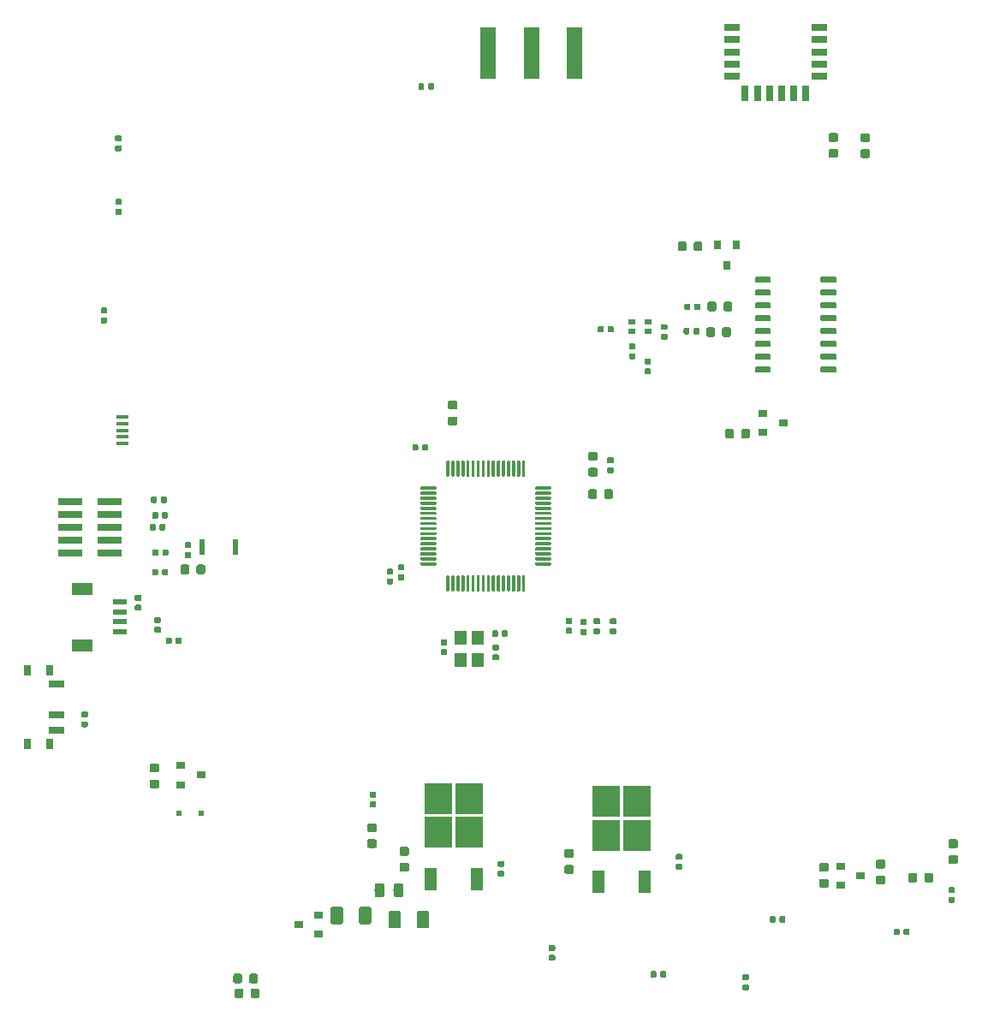
<source format=gbr>
G04 #@! TF.GenerationSoftware,KiCad,Pcbnew,(5.1.4)-1*
G04 #@! TF.CreationDate,2020-12-23T09:12:06-05:00*
G04 #@! TF.ProjectId,CameraTriggerR3SMD,43616d65-7261-4547-9269-676765725233,rev?*
G04 #@! TF.SameCoordinates,Original*
G04 #@! TF.FileFunction,Paste,Top*
G04 #@! TF.FilePolarity,Positive*
%FSLAX46Y46*%
G04 Gerber Fmt 4.6, Leading zero omitted, Abs format (unit mm)*
G04 Created by KiCad (PCBNEW (5.1.4)-1) date 2020-12-23 09:12:06*
%MOMM*%
%LPD*%
G04 APERTURE LIST*
%ADD10C,0.100000*%
%ADD11C,0.590000*%
%ADD12R,0.800000X0.550000*%
%ADD13R,0.550000X1.500000*%
%ADD14C,0.875000*%
%ADD15R,0.900000X0.800000*%
%ADD16C,0.975000*%
%ADD17C,1.250000*%
%ADD18R,2.750000X3.050000*%
%ADD19R,1.200000X2.200000*%
%ADD20R,1.200000X1.400000*%
%ADD21R,1.500000X0.700000*%
%ADD22R,0.700000X1.500000*%
%ADD23C,0.300000*%
%ADD24C,0.550000*%
%ADD25R,0.800000X1.000000*%
%ADD26R,0.800000X0.900000*%
%ADD27R,1.300000X0.450000*%
%ADD28R,2.400000X0.740000*%
%ADD29R,1.998980X1.198880*%
%ADD30R,1.348740X0.599440*%
%ADD31R,1.500000X5.080000*%
%ADD32R,0.500000X0.500000*%
G04 APERTURE END LIST*
D10*
G36*
X57035238Y-30582350D02*
G01*
X57049556Y-30584474D01*
X57063597Y-30587991D01*
X57077226Y-30592868D01*
X57090311Y-30599057D01*
X57102727Y-30606498D01*
X57114353Y-30615121D01*
X57125078Y-30624842D01*
X57134799Y-30635567D01*
X57143422Y-30647193D01*
X57150863Y-30659609D01*
X57157052Y-30672694D01*
X57161929Y-30686323D01*
X57165446Y-30700364D01*
X57167570Y-30714682D01*
X57168280Y-30729140D01*
X57168280Y-31074140D01*
X57167570Y-31088598D01*
X57165446Y-31102916D01*
X57161929Y-31116957D01*
X57157052Y-31130586D01*
X57150863Y-31143671D01*
X57143422Y-31156087D01*
X57134799Y-31167713D01*
X57125078Y-31178438D01*
X57114353Y-31188159D01*
X57102727Y-31196782D01*
X57090311Y-31204223D01*
X57077226Y-31210412D01*
X57063597Y-31215289D01*
X57049556Y-31218806D01*
X57035238Y-31220930D01*
X57020780Y-31221640D01*
X56725780Y-31221640D01*
X56711322Y-31220930D01*
X56697004Y-31218806D01*
X56682963Y-31215289D01*
X56669334Y-31210412D01*
X56656249Y-31204223D01*
X56643833Y-31196782D01*
X56632207Y-31188159D01*
X56621482Y-31178438D01*
X56611761Y-31167713D01*
X56603138Y-31156087D01*
X56595697Y-31143671D01*
X56589508Y-31130586D01*
X56584631Y-31116957D01*
X56581114Y-31102916D01*
X56578990Y-31088598D01*
X56578280Y-31074140D01*
X56578280Y-30729140D01*
X56578990Y-30714682D01*
X56581114Y-30700364D01*
X56584631Y-30686323D01*
X56589508Y-30672694D01*
X56595697Y-30659609D01*
X56603138Y-30647193D01*
X56611761Y-30635567D01*
X56621482Y-30624842D01*
X56632207Y-30615121D01*
X56643833Y-30606498D01*
X56656249Y-30599057D01*
X56669334Y-30592868D01*
X56682963Y-30587991D01*
X56697004Y-30584474D01*
X56711322Y-30582350D01*
X56725780Y-30581640D01*
X57020780Y-30581640D01*
X57035238Y-30582350D01*
X57035238Y-30582350D01*
G37*
D11*
X56873280Y-30901640D03*
D10*
G36*
X58005238Y-30582350D02*
G01*
X58019556Y-30584474D01*
X58033597Y-30587991D01*
X58047226Y-30592868D01*
X58060311Y-30599057D01*
X58072727Y-30606498D01*
X58084353Y-30615121D01*
X58095078Y-30624842D01*
X58104799Y-30635567D01*
X58113422Y-30647193D01*
X58120863Y-30659609D01*
X58127052Y-30672694D01*
X58131929Y-30686323D01*
X58135446Y-30700364D01*
X58137570Y-30714682D01*
X58138280Y-30729140D01*
X58138280Y-31074140D01*
X58137570Y-31088598D01*
X58135446Y-31102916D01*
X58131929Y-31116957D01*
X58127052Y-31130586D01*
X58120863Y-31143671D01*
X58113422Y-31156087D01*
X58104799Y-31167713D01*
X58095078Y-31178438D01*
X58084353Y-31188159D01*
X58072727Y-31196782D01*
X58060311Y-31204223D01*
X58047226Y-31210412D01*
X58033597Y-31215289D01*
X58019556Y-31218806D01*
X58005238Y-31220930D01*
X57990780Y-31221640D01*
X57695780Y-31221640D01*
X57681322Y-31220930D01*
X57667004Y-31218806D01*
X57652963Y-31215289D01*
X57639334Y-31210412D01*
X57626249Y-31204223D01*
X57613833Y-31196782D01*
X57602207Y-31188159D01*
X57591482Y-31178438D01*
X57581761Y-31167713D01*
X57573138Y-31156087D01*
X57565697Y-31143671D01*
X57559508Y-31130586D01*
X57554631Y-31116957D01*
X57551114Y-31102916D01*
X57548990Y-31088598D01*
X57548280Y-31074140D01*
X57548280Y-30729140D01*
X57548990Y-30714682D01*
X57551114Y-30700364D01*
X57554631Y-30686323D01*
X57559508Y-30672694D01*
X57565697Y-30659609D01*
X57573138Y-30647193D01*
X57581761Y-30635567D01*
X57591482Y-30624842D01*
X57602207Y-30615121D01*
X57613833Y-30606498D01*
X57626249Y-30599057D01*
X57639334Y-30592868D01*
X57652963Y-30587991D01*
X57667004Y-30584474D01*
X57681322Y-30582350D01*
X57695780Y-30581640D01*
X57990780Y-30581640D01*
X58005238Y-30582350D01*
X58005238Y-30582350D01*
G37*
D11*
X57843280Y-30901640D03*
D12*
X59977120Y-31092560D03*
X59977120Y-30192560D03*
X61577120Y-30192560D03*
X61577120Y-31092560D03*
D13*
X20700400Y-52435760D03*
X17450400Y-52435760D03*
D10*
G36*
X15983011Y-54166533D02*
G01*
X16004246Y-54169683D01*
X16025070Y-54174899D01*
X16045282Y-54182131D01*
X16064688Y-54191310D01*
X16083101Y-54202346D01*
X16100344Y-54215134D01*
X16116250Y-54229550D01*
X16130666Y-54245456D01*
X16143454Y-54262699D01*
X16154490Y-54281112D01*
X16163669Y-54300518D01*
X16170901Y-54320730D01*
X16176117Y-54341554D01*
X16179267Y-54362789D01*
X16180320Y-54384230D01*
X16180320Y-54896730D01*
X16179267Y-54918171D01*
X16176117Y-54939406D01*
X16170901Y-54960230D01*
X16163669Y-54980442D01*
X16154490Y-54999848D01*
X16143454Y-55018261D01*
X16130666Y-55035504D01*
X16116250Y-55051410D01*
X16100344Y-55065826D01*
X16083101Y-55078614D01*
X16064688Y-55089650D01*
X16045282Y-55098829D01*
X16025070Y-55106061D01*
X16004246Y-55111277D01*
X15983011Y-55114427D01*
X15961570Y-55115480D01*
X15524070Y-55115480D01*
X15502629Y-55114427D01*
X15481394Y-55111277D01*
X15460570Y-55106061D01*
X15440358Y-55098829D01*
X15420952Y-55089650D01*
X15402539Y-55078614D01*
X15385296Y-55065826D01*
X15369390Y-55051410D01*
X15354974Y-55035504D01*
X15342186Y-55018261D01*
X15331150Y-54999848D01*
X15321971Y-54980442D01*
X15314739Y-54960230D01*
X15309523Y-54939406D01*
X15306373Y-54918171D01*
X15305320Y-54896730D01*
X15305320Y-54384230D01*
X15306373Y-54362789D01*
X15309523Y-54341554D01*
X15314739Y-54320730D01*
X15321971Y-54300518D01*
X15331150Y-54281112D01*
X15342186Y-54262699D01*
X15354974Y-54245456D01*
X15369390Y-54229550D01*
X15385296Y-54215134D01*
X15402539Y-54202346D01*
X15420952Y-54191310D01*
X15440358Y-54182131D01*
X15460570Y-54174899D01*
X15481394Y-54169683D01*
X15502629Y-54166533D01*
X15524070Y-54165480D01*
X15961570Y-54165480D01*
X15983011Y-54166533D01*
X15983011Y-54166533D01*
G37*
D14*
X15742820Y-54640480D03*
D10*
G36*
X17558011Y-54166533D02*
G01*
X17579246Y-54169683D01*
X17600070Y-54174899D01*
X17620282Y-54182131D01*
X17639688Y-54191310D01*
X17658101Y-54202346D01*
X17675344Y-54215134D01*
X17691250Y-54229550D01*
X17705666Y-54245456D01*
X17718454Y-54262699D01*
X17729490Y-54281112D01*
X17738669Y-54300518D01*
X17745901Y-54320730D01*
X17751117Y-54341554D01*
X17754267Y-54362789D01*
X17755320Y-54384230D01*
X17755320Y-54896730D01*
X17754267Y-54918171D01*
X17751117Y-54939406D01*
X17745901Y-54960230D01*
X17738669Y-54980442D01*
X17729490Y-54999848D01*
X17718454Y-55018261D01*
X17705666Y-55035504D01*
X17691250Y-55051410D01*
X17675344Y-55065826D01*
X17658101Y-55078614D01*
X17639688Y-55089650D01*
X17620282Y-55098829D01*
X17600070Y-55106061D01*
X17579246Y-55111277D01*
X17558011Y-55114427D01*
X17536570Y-55115480D01*
X17099070Y-55115480D01*
X17077629Y-55114427D01*
X17056394Y-55111277D01*
X17035570Y-55106061D01*
X17015358Y-55098829D01*
X16995952Y-55089650D01*
X16977539Y-55078614D01*
X16960296Y-55065826D01*
X16944390Y-55051410D01*
X16929974Y-55035504D01*
X16917186Y-55018261D01*
X16906150Y-54999848D01*
X16896971Y-54980442D01*
X16889739Y-54960230D01*
X16884523Y-54939406D01*
X16881373Y-54918171D01*
X16880320Y-54896730D01*
X16880320Y-54384230D01*
X16881373Y-54362789D01*
X16884523Y-54341554D01*
X16889739Y-54320730D01*
X16896971Y-54300518D01*
X16906150Y-54281112D01*
X16917186Y-54262699D01*
X16929974Y-54245456D01*
X16944390Y-54229550D01*
X16960296Y-54215134D01*
X16977539Y-54202346D01*
X16995952Y-54191310D01*
X17015358Y-54182131D01*
X17035570Y-54174899D01*
X17056394Y-54169683D01*
X17077629Y-54166533D01*
X17099070Y-54165480D01*
X17536570Y-54165480D01*
X17558011Y-54166533D01*
X17558011Y-54166533D01*
G37*
D14*
X17317820Y-54640480D03*
D10*
G36*
X63331358Y-31346350D02*
G01*
X63345676Y-31348474D01*
X63359717Y-31351991D01*
X63373346Y-31356868D01*
X63386431Y-31363057D01*
X63398847Y-31370498D01*
X63410473Y-31379121D01*
X63421198Y-31388842D01*
X63430919Y-31399567D01*
X63439542Y-31411193D01*
X63446983Y-31423609D01*
X63453172Y-31436694D01*
X63458049Y-31450323D01*
X63461566Y-31464364D01*
X63463690Y-31478682D01*
X63464400Y-31493140D01*
X63464400Y-31788140D01*
X63463690Y-31802598D01*
X63461566Y-31816916D01*
X63458049Y-31830957D01*
X63453172Y-31844586D01*
X63446983Y-31857671D01*
X63439542Y-31870087D01*
X63430919Y-31881713D01*
X63421198Y-31892438D01*
X63410473Y-31902159D01*
X63398847Y-31910782D01*
X63386431Y-31918223D01*
X63373346Y-31924412D01*
X63359717Y-31929289D01*
X63345676Y-31932806D01*
X63331358Y-31934930D01*
X63316900Y-31935640D01*
X62971900Y-31935640D01*
X62957442Y-31934930D01*
X62943124Y-31932806D01*
X62929083Y-31929289D01*
X62915454Y-31924412D01*
X62902369Y-31918223D01*
X62889953Y-31910782D01*
X62878327Y-31902159D01*
X62867602Y-31892438D01*
X62857881Y-31881713D01*
X62849258Y-31870087D01*
X62841817Y-31857671D01*
X62835628Y-31844586D01*
X62830751Y-31830957D01*
X62827234Y-31816916D01*
X62825110Y-31802598D01*
X62824400Y-31788140D01*
X62824400Y-31493140D01*
X62825110Y-31478682D01*
X62827234Y-31464364D01*
X62830751Y-31450323D01*
X62835628Y-31436694D01*
X62841817Y-31423609D01*
X62849258Y-31411193D01*
X62857881Y-31399567D01*
X62867602Y-31388842D01*
X62878327Y-31379121D01*
X62889953Y-31370498D01*
X62902369Y-31363057D01*
X62915454Y-31356868D01*
X62929083Y-31351991D01*
X62943124Y-31348474D01*
X62957442Y-31346350D01*
X62971900Y-31345640D01*
X63316900Y-31345640D01*
X63331358Y-31346350D01*
X63331358Y-31346350D01*
G37*
D11*
X63144400Y-31640640D03*
D10*
G36*
X63331358Y-30376350D02*
G01*
X63345676Y-30378474D01*
X63359717Y-30381991D01*
X63373346Y-30386868D01*
X63386431Y-30393057D01*
X63398847Y-30400498D01*
X63410473Y-30409121D01*
X63421198Y-30418842D01*
X63430919Y-30429567D01*
X63439542Y-30441193D01*
X63446983Y-30453609D01*
X63453172Y-30466694D01*
X63458049Y-30480323D01*
X63461566Y-30494364D01*
X63463690Y-30508682D01*
X63464400Y-30523140D01*
X63464400Y-30818140D01*
X63463690Y-30832598D01*
X63461566Y-30846916D01*
X63458049Y-30860957D01*
X63453172Y-30874586D01*
X63446983Y-30887671D01*
X63439542Y-30900087D01*
X63430919Y-30911713D01*
X63421198Y-30922438D01*
X63410473Y-30932159D01*
X63398847Y-30940782D01*
X63386431Y-30948223D01*
X63373346Y-30954412D01*
X63359717Y-30959289D01*
X63345676Y-30962806D01*
X63331358Y-30964930D01*
X63316900Y-30965640D01*
X62971900Y-30965640D01*
X62957442Y-30964930D01*
X62943124Y-30962806D01*
X62929083Y-30959289D01*
X62915454Y-30954412D01*
X62902369Y-30948223D01*
X62889953Y-30940782D01*
X62878327Y-30932159D01*
X62867602Y-30922438D01*
X62857881Y-30911713D01*
X62849258Y-30900087D01*
X62841817Y-30887671D01*
X62835628Y-30874586D01*
X62830751Y-30860957D01*
X62827234Y-30846916D01*
X62825110Y-30832598D01*
X62824400Y-30818140D01*
X62824400Y-30523140D01*
X62825110Y-30508682D01*
X62827234Y-30494364D01*
X62830751Y-30480323D01*
X62835628Y-30466694D01*
X62841817Y-30453609D01*
X62849258Y-30441193D01*
X62857881Y-30429567D01*
X62867602Y-30418842D01*
X62878327Y-30409121D01*
X62889953Y-30400498D01*
X62902369Y-30393057D01*
X62915454Y-30386868D01*
X62929083Y-30381991D01*
X62943124Y-30378474D01*
X62957442Y-30376350D01*
X62971900Y-30375640D01*
X63316900Y-30375640D01*
X63331358Y-30376350D01*
X63331358Y-30376350D01*
G37*
D11*
X63144400Y-30670640D03*
D10*
G36*
X60166518Y-33266590D02*
G01*
X60180836Y-33268714D01*
X60194877Y-33272231D01*
X60208506Y-33277108D01*
X60221591Y-33283297D01*
X60234007Y-33290738D01*
X60245633Y-33299361D01*
X60256358Y-33309082D01*
X60266079Y-33319807D01*
X60274702Y-33331433D01*
X60282143Y-33343849D01*
X60288332Y-33356934D01*
X60293209Y-33370563D01*
X60296726Y-33384604D01*
X60298850Y-33398922D01*
X60299560Y-33413380D01*
X60299560Y-33708380D01*
X60298850Y-33722838D01*
X60296726Y-33737156D01*
X60293209Y-33751197D01*
X60288332Y-33764826D01*
X60282143Y-33777911D01*
X60274702Y-33790327D01*
X60266079Y-33801953D01*
X60256358Y-33812678D01*
X60245633Y-33822399D01*
X60234007Y-33831022D01*
X60221591Y-33838463D01*
X60208506Y-33844652D01*
X60194877Y-33849529D01*
X60180836Y-33853046D01*
X60166518Y-33855170D01*
X60152060Y-33855880D01*
X59807060Y-33855880D01*
X59792602Y-33855170D01*
X59778284Y-33853046D01*
X59764243Y-33849529D01*
X59750614Y-33844652D01*
X59737529Y-33838463D01*
X59725113Y-33831022D01*
X59713487Y-33822399D01*
X59702762Y-33812678D01*
X59693041Y-33801953D01*
X59684418Y-33790327D01*
X59676977Y-33777911D01*
X59670788Y-33764826D01*
X59665911Y-33751197D01*
X59662394Y-33737156D01*
X59660270Y-33722838D01*
X59659560Y-33708380D01*
X59659560Y-33413380D01*
X59660270Y-33398922D01*
X59662394Y-33384604D01*
X59665911Y-33370563D01*
X59670788Y-33356934D01*
X59676977Y-33343849D01*
X59684418Y-33331433D01*
X59693041Y-33319807D01*
X59702762Y-33309082D01*
X59713487Y-33299361D01*
X59725113Y-33290738D01*
X59737529Y-33283297D01*
X59750614Y-33277108D01*
X59764243Y-33272231D01*
X59778284Y-33268714D01*
X59792602Y-33266590D01*
X59807060Y-33265880D01*
X60152060Y-33265880D01*
X60166518Y-33266590D01*
X60166518Y-33266590D01*
G37*
D11*
X59979560Y-33560880D03*
D10*
G36*
X60166518Y-32296590D02*
G01*
X60180836Y-32298714D01*
X60194877Y-32302231D01*
X60208506Y-32307108D01*
X60221591Y-32313297D01*
X60234007Y-32320738D01*
X60245633Y-32329361D01*
X60256358Y-32339082D01*
X60266079Y-32349807D01*
X60274702Y-32361433D01*
X60282143Y-32373849D01*
X60288332Y-32386934D01*
X60293209Y-32400563D01*
X60296726Y-32414604D01*
X60298850Y-32428922D01*
X60299560Y-32443380D01*
X60299560Y-32738380D01*
X60298850Y-32752838D01*
X60296726Y-32767156D01*
X60293209Y-32781197D01*
X60288332Y-32794826D01*
X60282143Y-32807911D01*
X60274702Y-32820327D01*
X60266079Y-32831953D01*
X60256358Y-32842678D01*
X60245633Y-32852399D01*
X60234007Y-32861022D01*
X60221591Y-32868463D01*
X60208506Y-32874652D01*
X60194877Y-32879529D01*
X60180836Y-32883046D01*
X60166518Y-32885170D01*
X60152060Y-32885880D01*
X59807060Y-32885880D01*
X59792602Y-32885170D01*
X59778284Y-32883046D01*
X59764243Y-32879529D01*
X59750614Y-32874652D01*
X59737529Y-32868463D01*
X59725113Y-32861022D01*
X59713487Y-32852399D01*
X59702762Y-32842678D01*
X59693041Y-32831953D01*
X59684418Y-32820327D01*
X59676977Y-32807911D01*
X59670788Y-32794826D01*
X59665911Y-32781197D01*
X59662394Y-32767156D01*
X59660270Y-32752838D01*
X59659560Y-32738380D01*
X59659560Y-32443380D01*
X59660270Y-32428922D01*
X59662394Y-32414604D01*
X59665911Y-32400563D01*
X59670788Y-32386934D01*
X59676977Y-32373849D01*
X59684418Y-32361433D01*
X59693041Y-32349807D01*
X59702762Y-32339082D01*
X59713487Y-32329361D01*
X59725113Y-32320738D01*
X59737529Y-32313297D01*
X59750614Y-32307108D01*
X59764243Y-32302231D01*
X59778284Y-32298714D01*
X59792602Y-32296590D01*
X59807060Y-32295880D01*
X60152060Y-32295880D01*
X60166518Y-32296590D01*
X60166518Y-32296590D01*
G37*
D11*
X59979560Y-32590880D03*
D10*
G36*
X16224518Y-51956190D02*
G01*
X16238836Y-51958314D01*
X16252877Y-51961831D01*
X16266506Y-51966708D01*
X16279591Y-51972897D01*
X16292007Y-51980338D01*
X16303633Y-51988961D01*
X16314358Y-51998682D01*
X16324079Y-52009407D01*
X16332702Y-52021033D01*
X16340143Y-52033449D01*
X16346332Y-52046534D01*
X16351209Y-52060163D01*
X16354726Y-52074204D01*
X16356850Y-52088522D01*
X16357560Y-52102980D01*
X16357560Y-52397980D01*
X16356850Y-52412438D01*
X16354726Y-52426756D01*
X16351209Y-52440797D01*
X16346332Y-52454426D01*
X16340143Y-52467511D01*
X16332702Y-52479927D01*
X16324079Y-52491553D01*
X16314358Y-52502278D01*
X16303633Y-52511999D01*
X16292007Y-52520622D01*
X16279591Y-52528063D01*
X16266506Y-52534252D01*
X16252877Y-52539129D01*
X16238836Y-52542646D01*
X16224518Y-52544770D01*
X16210060Y-52545480D01*
X15865060Y-52545480D01*
X15850602Y-52544770D01*
X15836284Y-52542646D01*
X15822243Y-52539129D01*
X15808614Y-52534252D01*
X15795529Y-52528063D01*
X15783113Y-52520622D01*
X15771487Y-52511999D01*
X15760762Y-52502278D01*
X15751041Y-52491553D01*
X15742418Y-52479927D01*
X15734977Y-52467511D01*
X15728788Y-52454426D01*
X15723911Y-52440797D01*
X15720394Y-52426756D01*
X15718270Y-52412438D01*
X15717560Y-52397980D01*
X15717560Y-52102980D01*
X15718270Y-52088522D01*
X15720394Y-52074204D01*
X15723911Y-52060163D01*
X15728788Y-52046534D01*
X15734977Y-52033449D01*
X15742418Y-52021033D01*
X15751041Y-52009407D01*
X15760762Y-51998682D01*
X15771487Y-51988961D01*
X15783113Y-51980338D01*
X15795529Y-51972897D01*
X15808614Y-51966708D01*
X15822243Y-51961831D01*
X15836284Y-51958314D01*
X15850602Y-51956190D01*
X15865060Y-51955480D01*
X16210060Y-51955480D01*
X16224518Y-51956190D01*
X16224518Y-51956190D01*
G37*
D11*
X16037560Y-52250480D03*
D10*
G36*
X16224518Y-52926190D02*
G01*
X16238836Y-52928314D01*
X16252877Y-52931831D01*
X16266506Y-52936708D01*
X16279591Y-52942897D01*
X16292007Y-52950338D01*
X16303633Y-52958961D01*
X16314358Y-52968682D01*
X16324079Y-52979407D01*
X16332702Y-52991033D01*
X16340143Y-53003449D01*
X16346332Y-53016534D01*
X16351209Y-53030163D01*
X16354726Y-53044204D01*
X16356850Y-53058522D01*
X16357560Y-53072980D01*
X16357560Y-53367980D01*
X16356850Y-53382438D01*
X16354726Y-53396756D01*
X16351209Y-53410797D01*
X16346332Y-53424426D01*
X16340143Y-53437511D01*
X16332702Y-53449927D01*
X16324079Y-53461553D01*
X16314358Y-53472278D01*
X16303633Y-53481999D01*
X16292007Y-53490622D01*
X16279591Y-53498063D01*
X16266506Y-53504252D01*
X16252877Y-53509129D01*
X16238836Y-53512646D01*
X16224518Y-53514770D01*
X16210060Y-53515480D01*
X15865060Y-53515480D01*
X15850602Y-53514770D01*
X15836284Y-53512646D01*
X15822243Y-53509129D01*
X15808614Y-53504252D01*
X15795529Y-53498063D01*
X15783113Y-53490622D01*
X15771487Y-53481999D01*
X15760762Y-53472278D01*
X15751041Y-53461553D01*
X15742418Y-53449927D01*
X15734977Y-53437511D01*
X15728788Y-53424426D01*
X15723911Y-53410797D01*
X15720394Y-53396756D01*
X15718270Y-53382438D01*
X15717560Y-53367980D01*
X15717560Y-53072980D01*
X15718270Y-53058522D01*
X15720394Y-53044204D01*
X15723911Y-53030163D01*
X15728788Y-53016534D01*
X15734977Y-53003449D01*
X15742418Y-52991033D01*
X15751041Y-52979407D01*
X15760762Y-52968682D01*
X15771487Y-52958961D01*
X15783113Y-52950338D01*
X15795529Y-52942897D01*
X15808614Y-52936708D01*
X15822243Y-52931831D01*
X15836284Y-52928314D01*
X15850602Y-52926190D01*
X15865060Y-52925480D01*
X16210060Y-52925480D01*
X16224518Y-52926190D01*
X16224518Y-52926190D01*
G37*
D11*
X16037560Y-53220480D03*
D10*
G36*
X61705758Y-34755030D02*
G01*
X61720076Y-34757154D01*
X61734117Y-34760671D01*
X61747746Y-34765548D01*
X61760831Y-34771737D01*
X61773247Y-34779178D01*
X61784873Y-34787801D01*
X61795598Y-34797522D01*
X61805319Y-34808247D01*
X61813942Y-34819873D01*
X61821383Y-34832289D01*
X61827572Y-34845374D01*
X61832449Y-34859003D01*
X61835966Y-34873044D01*
X61838090Y-34887362D01*
X61838800Y-34901820D01*
X61838800Y-35196820D01*
X61838090Y-35211278D01*
X61835966Y-35225596D01*
X61832449Y-35239637D01*
X61827572Y-35253266D01*
X61821383Y-35266351D01*
X61813942Y-35278767D01*
X61805319Y-35290393D01*
X61795598Y-35301118D01*
X61784873Y-35310839D01*
X61773247Y-35319462D01*
X61760831Y-35326903D01*
X61747746Y-35333092D01*
X61734117Y-35337969D01*
X61720076Y-35341486D01*
X61705758Y-35343610D01*
X61691300Y-35344320D01*
X61346300Y-35344320D01*
X61331842Y-35343610D01*
X61317524Y-35341486D01*
X61303483Y-35337969D01*
X61289854Y-35333092D01*
X61276769Y-35326903D01*
X61264353Y-35319462D01*
X61252727Y-35310839D01*
X61242002Y-35301118D01*
X61232281Y-35290393D01*
X61223658Y-35278767D01*
X61216217Y-35266351D01*
X61210028Y-35253266D01*
X61205151Y-35239637D01*
X61201634Y-35225596D01*
X61199510Y-35211278D01*
X61198800Y-35196820D01*
X61198800Y-34901820D01*
X61199510Y-34887362D01*
X61201634Y-34873044D01*
X61205151Y-34859003D01*
X61210028Y-34845374D01*
X61216217Y-34832289D01*
X61223658Y-34819873D01*
X61232281Y-34808247D01*
X61242002Y-34797522D01*
X61252727Y-34787801D01*
X61264353Y-34779178D01*
X61276769Y-34771737D01*
X61289854Y-34765548D01*
X61303483Y-34760671D01*
X61317524Y-34757154D01*
X61331842Y-34755030D01*
X61346300Y-34754320D01*
X61691300Y-34754320D01*
X61705758Y-34755030D01*
X61705758Y-34755030D01*
G37*
D11*
X61518800Y-35049320D03*
D10*
G36*
X61705758Y-33785030D02*
G01*
X61720076Y-33787154D01*
X61734117Y-33790671D01*
X61747746Y-33795548D01*
X61760831Y-33801737D01*
X61773247Y-33809178D01*
X61784873Y-33817801D01*
X61795598Y-33827522D01*
X61805319Y-33838247D01*
X61813942Y-33849873D01*
X61821383Y-33862289D01*
X61827572Y-33875374D01*
X61832449Y-33889003D01*
X61835966Y-33903044D01*
X61838090Y-33917362D01*
X61838800Y-33931820D01*
X61838800Y-34226820D01*
X61838090Y-34241278D01*
X61835966Y-34255596D01*
X61832449Y-34269637D01*
X61827572Y-34283266D01*
X61821383Y-34296351D01*
X61813942Y-34308767D01*
X61805319Y-34320393D01*
X61795598Y-34331118D01*
X61784873Y-34340839D01*
X61773247Y-34349462D01*
X61760831Y-34356903D01*
X61747746Y-34363092D01*
X61734117Y-34367969D01*
X61720076Y-34371486D01*
X61705758Y-34373610D01*
X61691300Y-34374320D01*
X61346300Y-34374320D01*
X61331842Y-34373610D01*
X61317524Y-34371486D01*
X61303483Y-34367969D01*
X61289854Y-34363092D01*
X61276769Y-34356903D01*
X61264353Y-34349462D01*
X61252727Y-34340839D01*
X61242002Y-34331118D01*
X61232281Y-34320393D01*
X61223658Y-34308767D01*
X61216217Y-34296351D01*
X61210028Y-34283266D01*
X61205151Y-34269637D01*
X61201634Y-34255596D01*
X61199510Y-34241278D01*
X61198800Y-34226820D01*
X61198800Y-33931820D01*
X61199510Y-33917362D01*
X61201634Y-33903044D01*
X61205151Y-33889003D01*
X61210028Y-33875374D01*
X61216217Y-33862289D01*
X61223658Y-33849873D01*
X61232281Y-33838247D01*
X61242002Y-33827522D01*
X61252727Y-33817801D01*
X61264353Y-33809178D01*
X61276769Y-33801737D01*
X61289854Y-33795548D01*
X61303483Y-33790671D01*
X61317524Y-33787154D01*
X61331842Y-33785030D01*
X61346300Y-33784320D01*
X61691300Y-33784320D01*
X61705758Y-33785030D01*
X61705758Y-33785030D01*
G37*
D11*
X61518800Y-34079320D03*
D10*
G36*
X39275558Y-6569190D02*
G01*
X39289876Y-6571314D01*
X39303917Y-6574831D01*
X39317546Y-6579708D01*
X39330631Y-6585897D01*
X39343047Y-6593338D01*
X39354673Y-6601961D01*
X39365398Y-6611682D01*
X39375119Y-6622407D01*
X39383742Y-6634033D01*
X39391183Y-6646449D01*
X39397372Y-6659534D01*
X39402249Y-6673163D01*
X39405766Y-6687204D01*
X39407890Y-6701522D01*
X39408600Y-6715980D01*
X39408600Y-7060980D01*
X39407890Y-7075438D01*
X39405766Y-7089756D01*
X39402249Y-7103797D01*
X39397372Y-7117426D01*
X39391183Y-7130511D01*
X39383742Y-7142927D01*
X39375119Y-7154553D01*
X39365398Y-7165278D01*
X39354673Y-7174999D01*
X39343047Y-7183622D01*
X39330631Y-7191063D01*
X39317546Y-7197252D01*
X39303917Y-7202129D01*
X39289876Y-7205646D01*
X39275558Y-7207770D01*
X39261100Y-7208480D01*
X38966100Y-7208480D01*
X38951642Y-7207770D01*
X38937324Y-7205646D01*
X38923283Y-7202129D01*
X38909654Y-7197252D01*
X38896569Y-7191063D01*
X38884153Y-7183622D01*
X38872527Y-7174999D01*
X38861802Y-7165278D01*
X38852081Y-7154553D01*
X38843458Y-7142927D01*
X38836017Y-7130511D01*
X38829828Y-7117426D01*
X38824951Y-7103797D01*
X38821434Y-7089756D01*
X38819310Y-7075438D01*
X38818600Y-7060980D01*
X38818600Y-6715980D01*
X38819310Y-6701522D01*
X38821434Y-6687204D01*
X38824951Y-6673163D01*
X38829828Y-6659534D01*
X38836017Y-6646449D01*
X38843458Y-6634033D01*
X38852081Y-6622407D01*
X38861802Y-6611682D01*
X38872527Y-6601961D01*
X38884153Y-6593338D01*
X38896569Y-6585897D01*
X38909654Y-6579708D01*
X38923283Y-6574831D01*
X38937324Y-6571314D01*
X38951642Y-6569190D01*
X38966100Y-6568480D01*
X39261100Y-6568480D01*
X39275558Y-6569190D01*
X39275558Y-6569190D01*
G37*
D11*
X39113600Y-6888480D03*
D10*
G36*
X40245558Y-6569190D02*
G01*
X40259876Y-6571314D01*
X40273917Y-6574831D01*
X40287546Y-6579708D01*
X40300631Y-6585897D01*
X40313047Y-6593338D01*
X40324673Y-6601961D01*
X40335398Y-6611682D01*
X40345119Y-6622407D01*
X40353742Y-6634033D01*
X40361183Y-6646449D01*
X40367372Y-6659534D01*
X40372249Y-6673163D01*
X40375766Y-6687204D01*
X40377890Y-6701522D01*
X40378600Y-6715980D01*
X40378600Y-7060980D01*
X40377890Y-7075438D01*
X40375766Y-7089756D01*
X40372249Y-7103797D01*
X40367372Y-7117426D01*
X40361183Y-7130511D01*
X40353742Y-7142927D01*
X40345119Y-7154553D01*
X40335398Y-7165278D01*
X40324673Y-7174999D01*
X40313047Y-7183622D01*
X40300631Y-7191063D01*
X40287546Y-7197252D01*
X40273917Y-7202129D01*
X40259876Y-7205646D01*
X40245558Y-7207770D01*
X40231100Y-7208480D01*
X39936100Y-7208480D01*
X39921642Y-7207770D01*
X39907324Y-7205646D01*
X39893283Y-7202129D01*
X39879654Y-7197252D01*
X39866569Y-7191063D01*
X39854153Y-7183622D01*
X39842527Y-7174999D01*
X39831802Y-7165278D01*
X39822081Y-7154553D01*
X39813458Y-7142927D01*
X39806017Y-7130511D01*
X39799828Y-7117426D01*
X39794951Y-7103797D01*
X39791434Y-7089756D01*
X39789310Y-7075438D01*
X39788600Y-7060980D01*
X39788600Y-6715980D01*
X39789310Y-6701522D01*
X39791434Y-6687204D01*
X39794951Y-6673163D01*
X39799828Y-6659534D01*
X39806017Y-6646449D01*
X39813458Y-6634033D01*
X39822081Y-6622407D01*
X39831802Y-6611682D01*
X39842527Y-6601961D01*
X39854153Y-6593338D01*
X39866569Y-6585897D01*
X39879654Y-6579708D01*
X39893283Y-6574831D01*
X39907324Y-6571314D01*
X39921642Y-6569190D01*
X39936100Y-6568480D01*
X40231100Y-6568480D01*
X40245558Y-6569190D01*
X40245558Y-6569190D01*
G37*
D11*
X40083600Y-6888480D03*
D10*
G36*
X15282438Y-61374630D02*
G01*
X15296756Y-61376754D01*
X15310797Y-61380271D01*
X15324426Y-61385148D01*
X15337511Y-61391337D01*
X15349927Y-61398778D01*
X15361553Y-61407401D01*
X15372278Y-61417122D01*
X15381999Y-61427847D01*
X15390622Y-61439473D01*
X15398063Y-61451889D01*
X15404252Y-61464974D01*
X15409129Y-61478603D01*
X15412646Y-61492644D01*
X15414770Y-61506962D01*
X15415480Y-61521420D01*
X15415480Y-61866420D01*
X15414770Y-61880878D01*
X15412646Y-61895196D01*
X15409129Y-61909237D01*
X15404252Y-61922866D01*
X15398063Y-61935951D01*
X15390622Y-61948367D01*
X15381999Y-61959993D01*
X15372278Y-61970718D01*
X15361553Y-61980439D01*
X15349927Y-61989062D01*
X15337511Y-61996503D01*
X15324426Y-62002692D01*
X15310797Y-62007569D01*
X15296756Y-62011086D01*
X15282438Y-62013210D01*
X15267980Y-62013920D01*
X14972980Y-62013920D01*
X14958522Y-62013210D01*
X14944204Y-62011086D01*
X14930163Y-62007569D01*
X14916534Y-62002692D01*
X14903449Y-61996503D01*
X14891033Y-61989062D01*
X14879407Y-61980439D01*
X14868682Y-61970718D01*
X14858961Y-61959993D01*
X14850338Y-61948367D01*
X14842897Y-61935951D01*
X14836708Y-61922866D01*
X14831831Y-61909237D01*
X14828314Y-61895196D01*
X14826190Y-61880878D01*
X14825480Y-61866420D01*
X14825480Y-61521420D01*
X14826190Y-61506962D01*
X14828314Y-61492644D01*
X14831831Y-61478603D01*
X14836708Y-61464974D01*
X14842897Y-61451889D01*
X14850338Y-61439473D01*
X14858961Y-61427847D01*
X14868682Y-61417122D01*
X14879407Y-61407401D01*
X14891033Y-61398778D01*
X14903449Y-61391337D01*
X14916534Y-61385148D01*
X14930163Y-61380271D01*
X14944204Y-61376754D01*
X14958522Y-61374630D01*
X14972980Y-61373920D01*
X15267980Y-61373920D01*
X15282438Y-61374630D01*
X15282438Y-61374630D01*
G37*
D11*
X15120480Y-61693920D03*
D10*
G36*
X14312438Y-61374630D02*
G01*
X14326756Y-61376754D01*
X14340797Y-61380271D01*
X14354426Y-61385148D01*
X14367511Y-61391337D01*
X14379927Y-61398778D01*
X14391553Y-61407401D01*
X14402278Y-61417122D01*
X14411999Y-61427847D01*
X14420622Y-61439473D01*
X14428063Y-61451889D01*
X14434252Y-61464974D01*
X14439129Y-61478603D01*
X14442646Y-61492644D01*
X14444770Y-61506962D01*
X14445480Y-61521420D01*
X14445480Y-61866420D01*
X14444770Y-61880878D01*
X14442646Y-61895196D01*
X14439129Y-61909237D01*
X14434252Y-61922866D01*
X14428063Y-61935951D01*
X14420622Y-61948367D01*
X14411999Y-61959993D01*
X14402278Y-61970718D01*
X14391553Y-61980439D01*
X14379927Y-61989062D01*
X14367511Y-61996503D01*
X14354426Y-62002692D01*
X14340797Y-62007569D01*
X14326756Y-62011086D01*
X14312438Y-62013210D01*
X14297980Y-62013920D01*
X14002980Y-62013920D01*
X13988522Y-62013210D01*
X13974204Y-62011086D01*
X13960163Y-62007569D01*
X13946534Y-62002692D01*
X13933449Y-61996503D01*
X13921033Y-61989062D01*
X13909407Y-61980439D01*
X13898682Y-61970718D01*
X13888961Y-61959993D01*
X13880338Y-61948367D01*
X13872897Y-61935951D01*
X13866708Y-61922866D01*
X13861831Y-61909237D01*
X13858314Y-61895196D01*
X13856190Y-61880878D01*
X13855480Y-61866420D01*
X13855480Y-61521420D01*
X13856190Y-61506962D01*
X13858314Y-61492644D01*
X13861831Y-61478603D01*
X13866708Y-61464974D01*
X13872897Y-61451889D01*
X13880338Y-61439473D01*
X13888961Y-61427847D01*
X13898682Y-61417122D01*
X13909407Y-61407401D01*
X13921033Y-61398778D01*
X13933449Y-61391337D01*
X13946534Y-61385148D01*
X13960163Y-61380271D01*
X13974204Y-61376754D01*
X13988522Y-61374630D01*
X14002980Y-61373920D01*
X14297980Y-61373920D01*
X14312438Y-61374630D01*
X14312438Y-61374630D01*
G37*
D11*
X14150480Y-61693920D03*
D10*
G36*
X55360838Y-59563350D02*
G01*
X55375156Y-59565474D01*
X55389197Y-59568991D01*
X55402826Y-59573868D01*
X55415911Y-59580057D01*
X55428327Y-59587498D01*
X55439953Y-59596121D01*
X55450678Y-59605842D01*
X55460399Y-59616567D01*
X55469022Y-59628193D01*
X55476463Y-59640609D01*
X55482652Y-59653694D01*
X55487529Y-59667323D01*
X55491046Y-59681364D01*
X55493170Y-59695682D01*
X55493880Y-59710140D01*
X55493880Y-60005140D01*
X55493170Y-60019598D01*
X55491046Y-60033916D01*
X55487529Y-60047957D01*
X55482652Y-60061586D01*
X55476463Y-60074671D01*
X55469022Y-60087087D01*
X55460399Y-60098713D01*
X55450678Y-60109438D01*
X55439953Y-60119159D01*
X55428327Y-60127782D01*
X55415911Y-60135223D01*
X55402826Y-60141412D01*
X55389197Y-60146289D01*
X55375156Y-60149806D01*
X55360838Y-60151930D01*
X55346380Y-60152640D01*
X55001380Y-60152640D01*
X54986922Y-60151930D01*
X54972604Y-60149806D01*
X54958563Y-60146289D01*
X54944934Y-60141412D01*
X54931849Y-60135223D01*
X54919433Y-60127782D01*
X54907807Y-60119159D01*
X54897082Y-60109438D01*
X54887361Y-60098713D01*
X54878738Y-60087087D01*
X54871297Y-60074671D01*
X54865108Y-60061586D01*
X54860231Y-60047957D01*
X54856714Y-60033916D01*
X54854590Y-60019598D01*
X54853880Y-60005140D01*
X54853880Y-59710140D01*
X54854590Y-59695682D01*
X54856714Y-59681364D01*
X54860231Y-59667323D01*
X54865108Y-59653694D01*
X54871297Y-59640609D01*
X54878738Y-59628193D01*
X54887361Y-59616567D01*
X54897082Y-59605842D01*
X54907807Y-59596121D01*
X54919433Y-59587498D01*
X54931849Y-59580057D01*
X54944934Y-59573868D01*
X54958563Y-59568991D01*
X54972604Y-59565474D01*
X54986922Y-59563350D01*
X55001380Y-59562640D01*
X55346380Y-59562640D01*
X55360838Y-59563350D01*
X55360838Y-59563350D01*
G37*
D11*
X55173880Y-59857640D03*
D10*
G36*
X55360838Y-60533350D02*
G01*
X55375156Y-60535474D01*
X55389197Y-60538991D01*
X55402826Y-60543868D01*
X55415911Y-60550057D01*
X55428327Y-60557498D01*
X55439953Y-60566121D01*
X55450678Y-60575842D01*
X55460399Y-60586567D01*
X55469022Y-60598193D01*
X55476463Y-60610609D01*
X55482652Y-60623694D01*
X55487529Y-60637323D01*
X55491046Y-60651364D01*
X55493170Y-60665682D01*
X55493880Y-60680140D01*
X55493880Y-60975140D01*
X55493170Y-60989598D01*
X55491046Y-61003916D01*
X55487529Y-61017957D01*
X55482652Y-61031586D01*
X55476463Y-61044671D01*
X55469022Y-61057087D01*
X55460399Y-61068713D01*
X55450678Y-61079438D01*
X55439953Y-61089159D01*
X55428327Y-61097782D01*
X55415911Y-61105223D01*
X55402826Y-61111412D01*
X55389197Y-61116289D01*
X55375156Y-61119806D01*
X55360838Y-61121930D01*
X55346380Y-61122640D01*
X55001380Y-61122640D01*
X54986922Y-61121930D01*
X54972604Y-61119806D01*
X54958563Y-61116289D01*
X54944934Y-61111412D01*
X54931849Y-61105223D01*
X54919433Y-61097782D01*
X54907807Y-61089159D01*
X54897082Y-61079438D01*
X54887361Y-61068713D01*
X54878738Y-61057087D01*
X54871297Y-61044671D01*
X54865108Y-61031586D01*
X54860231Y-61017957D01*
X54856714Y-61003916D01*
X54854590Y-60989598D01*
X54853880Y-60975140D01*
X54853880Y-60680140D01*
X54854590Y-60665682D01*
X54856714Y-60651364D01*
X54860231Y-60637323D01*
X54865108Y-60623694D01*
X54871297Y-60610609D01*
X54878738Y-60598193D01*
X54887361Y-60586567D01*
X54897082Y-60575842D01*
X54907807Y-60566121D01*
X54919433Y-60557498D01*
X54931849Y-60550057D01*
X54944934Y-60543868D01*
X54958563Y-60538991D01*
X54972604Y-60535474D01*
X54986922Y-60533350D01*
X55001380Y-60532640D01*
X55346380Y-60532640D01*
X55360838Y-60533350D01*
X55360838Y-60533350D01*
G37*
D11*
X55173880Y-60827640D03*
D15*
X26965400Y-89778840D03*
X28965400Y-88828840D03*
X28965400Y-90728840D03*
D10*
G36*
X83295971Y-13081173D02*
G01*
X83317206Y-13084323D01*
X83338030Y-13089539D01*
X83358242Y-13096771D01*
X83377648Y-13105950D01*
X83396061Y-13116986D01*
X83413304Y-13129774D01*
X83429210Y-13144190D01*
X83443626Y-13160096D01*
X83456414Y-13177339D01*
X83467450Y-13195752D01*
X83476629Y-13215158D01*
X83483861Y-13235370D01*
X83489077Y-13256194D01*
X83492227Y-13277429D01*
X83493280Y-13298870D01*
X83493280Y-13736370D01*
X83492227Y-13757811D01*
X83489077Y-13779046D01*
X83483861Y-13799870D01*
X83476629Y-13820082D01*
X83467450Y-13839488D01*
X83456414Y-13857901D01*
X83443626Y-13875144D01*
X83429210Y-13891050D01*
X83413304Y-13905466D01*
X83396061Y-13918254D01*
X83377648Y-13929290D01*
X83358242Y-13938469D01*
X83338030Y-13945701D01*
X83317206Y-13950917D01*
X83295971Y-13954067D01*
X83274530Y-13955120D01*
X82762030Y-13955120D01*
X82740589Y-13954067D01*
X82719354Y-13950917D01*
X82698530Y-13945701D01*
X82678318Y-13938469D01*
X82658912Y-13929290D01*
X82640499Y-13918254D01*
X82623256Y-13905466D01*
X82607350Y-13891050D01*
X82592934Y-13875144D01*
X82580146Y-13857901D01*
X82569110Y-13839488D01*
X82559931Y-13820082D01*
X82552699Y-13799870D01*
X82547483Y-13779046D01*
X82544333Y-13757811D01*
X82543280Y-13736370D01*
X82543280Y-13298870D01*
X82544333Y-13277429D01*
X82547483Y-13256194D01*
X82552699Y-13235370D01*
X82559931Y-13215158D01*
X82569110Y-13195752D01*
X82580146Y-13177339D01*
X82592934Y-13160096D01*
X82607350Y-13144190D01*
X82623256Y-13129774D01*
X82640499Y-13116986D01*
X82658912Y-13105950D01*
X82678318Y-13096771D01*
X82698530Y-13089539D01*
X82719354Y-13084323D01*
X82740589Y-13081173D01*
X82762030Y-13080120D01*
X83274530Y-13080120D01*
X83295971Y-13081173D01*
X83295971Y-13081173D01*
G37*
D14*
X83018280Y-13517620D03*
D10*
G36*
X83295971Y-11506173D02*
G01*
X83317206Y-11509323D01*
X83338030Y-11514539D01*
X83358242Y-11521771D01*
X83377648Y-11530950D01*
X83396061Y-11541986D01*
X83413304Y-11554774D01*
X83429210Y-11569190D01*
X83443626Y-11585096D01*
X83456414Y-11602339D01*
X83467450Y-11620752D01*
X83476629Y-11640158D01*
X83483861Y-11660370D01*
X83489077Y-11681194D01*
X83492227Y-11702429D01*
X83493280Y-11723870D01*
X83493280Y-12161370D01*
X83492227Y-12182811D01*
X83489077Y-12204046D01*
X83483861Y-12224870D01*
X83476629Y-12245082D01*
X83467450Y-12264488D01*
X83456414Y-12282901D01*
X83443626Y-12300144D01*
X83429210Y-12316050D01*
X83413304Y-12330466D01*
X83396061Y-12343254D01*
X83377648Y-12354290D01*
X83358242Y-12363469D01*
X83338030Y-12370701D01*
X83317206Y-12375917D01*
X83295971Y-12379067D01*
X83274530Y-12380120D01*
X82762030Y-12380120D01*
X82740589Y-12379067D01*
X82719354Y-12375917D01*
X82698530Y-12370701D01*
X82678318Y-12363469D01*
X82658912Y-12354290D01*
X82640499Y-12343254D01*
X82623256Y-12330466D01*
X82607350Y-12316050D01*
X82592934Y-12300144D01*
X82580146Y-12282901D01*
X82569110Y-12264488D01*
X82559931Y-12245082D01*
X82552699Y-12224870D01*
X82547483Y-12204046D01*
X82544333Y-12182811D01*
X82543280Y-12161370D01*
X82543280Y-11723870D01*
X82544333Y-11702429D01*
X82547483Y-11681194D01*
X82552699Y-11660370D01*
X82559931Y-11640158D01*
X82569110Y-11620752D01*
X82580146Y-11602339D01*
X82592934Y-11585096D01*
X82607350Y-11569190D01*
X82623256Y-11554774D01*
X82640499Y-11541986D01*
X82658912Y-11530950D01*
X82678318Y-11521771D01*
X82698530Y-11514539D01*
X82719354Y-11509323D01*
X82740589Y-11506173D01*
X82762030Y-11505120D01*
X83274530Y-11505120D01*
X83295971Y-11506173D01*
X83295971Y-11506173D01*
G37*
D14*
X83018280Y-11942620D03*
D10*
G36*
X80155611Y-11481133D02*
G01*
X80176846Y-11484283D01*
X80197670Y-11489499D01*
X80217882Y-11496731D01*
X80237288Y-11505910D01*
X80255701Y-11516946D01*
X80272944Y-11529734D01*
X80288850Y-11544150D01*
X80303266Y-11560056D01*
X80316054Y-11577299D01*
X80327090Y-11595712D01*
X80336269Y-11615118D01*
X80343501Y-11635330D01*
X80348717Y-11656154D01*
X80351867Y-11677389D01*
X80352920Y-11698830D01*
X80352920Y-12136330D01*
X80351867Y-12157771D01*
X80348717Y-12179006D01*
X80343501Y-12199830D01*
X80336269Y-12220042D01*
X80327090Y-12239448D01*
X80316054Y-12257861D01*
X80303266Y-12275104D01*
X80288850Y-12291010D01*
X80272944Y-12305426D01*
X80255701Y-12318214D01*
X80237288Y-12329250D01*
X80217882Y-12338429D01*
X80197670Y-12345661D01*
X80176846Y-12350877D01*
X80155611Y-12354027D01*
X80134170Y-12355080D01*
X79621670Y-12355080D01*
X79600229Y-12354027D01*
X79578994Y-12350877D01*
X79558170Y-12345661D01*
X79537958Y-12338429D01*
X79518552Y-12329250D01*
X79500139Y-12318214D01*
X79482896Y-12305426D01*
X79466990Y-12291010D01*
X79452574Y-12275104D01*
X79439786Y-12257861D01*
X79428750Y-12239448D01*
X79419571Y-12220042D01*
X79412339Y-12199830D01*
X79407123Y-12179006D01*
X79403973Y-12157771D01*
X79402920Y-12136330D01*
X79402920Y-11698830D01*
X79403973Y-11677389D01*
X79407123Y-11656154D01*
X79412339Y-11635330D01*
X79419571Y-11615118D01*
X79428750Y-11595712D01*
X79439786Y-11577299D01*
X79452574Y-11560056D01*
X79466990Y-11544150D01*
X79482896Y-11529734D01*
X79500139Y-11516946D01*
X79518552Y-11505910D01*
X79537958Y-11496731D01*
X79558170Y-11489499D01*
X79578994Y-11484283D01*
X79600229Y-11481133D01*
X79621670Y-11480080D01*
X80134170Y-11480080D01*
X80155611Y-11481133D01*
X80155611Y-11481133D01*
G37*
D14*
X79877920Y-11917580D03*
D10*
G36*
X80155611Y-13056133D02*
G01*
X80176846Y-13059283D01*
X80197670Y-13064499D01*
X80217882Y-13071731D01*
X80237288Y-13080910D01*
X80255701Y-13091946D01*
X80272944Y-13104734D01*
X80288850Y-13119150D01*
X80303266Y-13135056D01*
X80316054Y-13152299D01*
X80327090Y-13170712D01*
X80336269Y-13190118D01*
X80343501Y-13210330D01*
X80348717Y-13231154D01*
X80351867Y-13252389D01*
X80352920Y-13273830D01*
X80352920Y-13711330D01*
X80351867Y-13732771D01*
X80348717Y-13754006D01*
X80343501Y-13774830D01*
X80336269Y-13795042D01*
X80327090Y-13814448D01*
X80316054Y-13832861D01*
X80303266Y-13850104D01*
X80288850Y-13866010D01*
X80272944Y-13880426D01*
X80255701Y-13893214D01*
X80237288Y-13904250D01*
X80217882Y-13913429D01*
X80197670Y-13920661D01*
X80176846Y-13925877D01*
X80155611Y-13929027D01*
X80134170Y-13930080D01*
X79621670Y-13930080D01*
X79600229Y-13929027D01*
X79578994Y-13925877D01*
X79558170Y-13920661D01*
X79537958Y-13913429D01*
X79518552Y-13904250D01*
X79500139Y-13893214D01*
X79482896Y-13880426D01*
X79466990Y-13866010D01*
X79452574Y-13850104D01*
X79439786Y-13832861D01*
X79428750Y-13814448D01*
X79419571Y-13795042D01*
X79412339Y-13774830D01*
X79407123Y-13754006D01*
X79403973Y-13732771D01*
X79402920Y-13711330D01*
X79402920Y-13273830D01*
X79403973Y-13252389D01*
X79407123Y-13231154D01*
X79412339Y-13210330D01*
X79419571Y-13190118D01*
X79428750Y-13170712D01*
X79439786Y-13152299D01*
X79452574Y-13135056D01*
X79466990Y-13119150D01*
X79482896Y-13104734D01*
X79500139Y-13091946D01*
X79518552Y-13080910D01*
X79537958Y-13071731D01*
X79558170Y-13064499D01*
X79578994Y-13059283D01*
X79600229Y-13056133D01*
X79621670Y-13055080D01*
X80134170Y-13055080D01*
X80155611Y-13056133D01*
X80155611Y-13056133D01*
G37*
D14*
X79877920Y-13492580D03*
D10*
G36*
X53902878Y-60431750D02*
G01*
X53917196Y-60433874D01*
X53931237Y-60437391D01*
X53944866Y-60442268D01*
X53957951Y-60448457D01*
X53970367Y-60455898D01*
X53981993Y-60464521D01*
X53992718Y-60474242D01*
X54002439Y-60484967D01*
X54011062Y-60496593D01*
X54018503Y-60509009D01*
X54024692Y-60522094D01*
X54029569Y-60535723D01*
X54033086Y-60549764D01*
X54035210Y-60564082D01*
X54035920Y-60578540D01*
X54035920Y-60873540D01*
X54035210Y-60887998D01*
X54033086Y-60902316D01*
X54029569Y-60916357D01*
X54024692Y-60929986D01*
X54018503Y-60943071D01*
X54011062Y-60955487D01*
X54002439Y-60967113D01*
X53992718Y-60977838D01*
X53981993Y-60987559D01*
X53970367Y-60996182D01*
X53957951Y-61003623D01*
X53944866Y-61009812D01*
X53931237Y-61014689D01*
X53917196Y-61018206D01*
X53902878Y-61020330D01*
X53888420Y-61021040D01*
X53543420Y-61021040D01*
X53528962Y-61020330D01*
X53514644Y-61018206D01*
X53500603Y-61014689D01*
X53486974Y-61009812D01*
X53473889Y-61003623D01*
X53461473Y-60996182D01*
X53449847Y-60987559D01*
X53439122Y-60977838D01*
X53429401Y-60967113D01*
X53420778Y-60955487D01*
X53413337Y-60943071D01*
X53407148Y-60929986D01*
X53402271Y-60916357D01*
X53398754Y-60902316D01*
X53396630Y-60887998D01*
X53395920Y-60873540D01*
X53395920Y-60578540D01*
X53396630Y-60564082D01*
X53398754Y-60549764D01*
X53402271Y-60535723D01*
X53407148Y-60522094D01*
X53413337Y-60509009D01*
X53420778Y-60496593D01*
X53429401Y-60484967D01*
X53439122Y-60474242D01*
X53449847Y-60464521D01*
X53461473Y-60455898D01*
X53473889Y-60448457D01*
X53486974Y-60442268D01*
X53500603Y-60437391D01*
X53514644Y-60433874D01*
X53528962Y-60431750D01*
X53543420Y-60431040D01*
X53888420Y-60431040D01*
X53902878Y-60431750D01*
X53902878Y-60431750D01*
G37*
D11*
X53715920Y-60726040D03*
D10*
G36*
X53902878Y-59461750D02*
G01*
X53917196Y-59463874D01*
X53931237Y-59467391D01*
X53944866Y-59472268D01*
X53957951Y-59478457D01*
X53970367Y-59485898D01*
X53981993Y-59494521D01*
X53992718Y-59504242D01*
X54002439Y-59514967D01*
X54011062Y-59526593D01*
X54018503Y-59539009D01*
X54024692Y-59552094D01*
X54029569Y-59565723D01*
X54033086Y-59579764D01*
X54035210Y-59594082D01*
X54035920Y-59608540D01*
X54035920Y-59903540D01*
X54035210Y-59917998D01*
X54033086Y-59932316D01*
X54029569Y-59946357D01*
X54024692Y-59959986D01*
X54018503Y-59973071D01*
X54011062Y-59985487D01*
X54002439Y-59997113D01*
X53992718Y-60007838D01*
X53981993Y-60017559D01*
X53970367Y-60026182D01*
X53957951Y-60033623D01*
X53944866Y-60039812D01*
X53931237Y-60044689D01*
X53917196Y-60048206D01*
X53902878Y-60050330D01*
X53888420Y-60051040D01*
X53543420Y-60051040D01*
X53528962Y-60050330D01*
X53514644Y-60048206D01*
X53500603Y-60044689D01*
X53486974Y-60039812D01*
X53473889Y-60033623D01*
X53461473Y-60026182D01*
X53449847Y-60017559D01*
X53439122Y-60007838D01*
X53429401Y-59997113D01*
X53420778Y-59985487D01*
X53413337Y-59973071D01*
X53407148Y-59959986D01*
X53402271Y-59946357D01*
X53398754Y-59932316D01*
X53396630Y-59917998D01*
X53395920Y-59903540D01*
X53395920Y-59608540D01*
X53396630Y-59594082D01*
X53398754Y-59579764D01*
X53402271Y-59565723D01*
X53407148Y-59552094D01*
X53413337Y-59539009D01*
X53420778Y-59526593D01*
X53429401Y-59514967D01*
X53439122Y-59504242D01*
X53449847Y-59494521D01*
X53461473Y-59485898D01*
X53473889Y-59478457D01*
X53486974Y-59472268D01*
X53500603Y-59467391D01*
X53514644Y-59463874D01*
X53528962Y-59461750D01*
X53543420Y-59461040D01*
X53888420Y-59461040D01*
X53902878Y-59461750D01*
X53902878Y-59461750D01*
G37*
D11*
X53715920Y-59756040D03*
D10*
G36*
X9371598Y-17996390D02*
G01*
X9385916Y-17998514D01*
X9399957Y-18002031D01*
X9413586Y-18006908D01*
X9426671Y-18013097D01*
X9439087Y-18020538D01*
X9450713Y-18029161D01*
X9461438Y-18038882D01*
X9471159Y-18049607D01*
X9479782Y-18061233D01*
X9487223Y-18073649D01*
X9493412Y-18086734D01*
X9498289Y-18100363D01*
X9501806Y-18114404D01*
X9503930Y-18128722D01*
X9504640Y-18143180D01*
X9504640Y-18438180D01*
X9503930Y-18452638D01*
X9501806Y-18466956D01*
X9498289Y-18480997D01*
X9493412Y-18494626D01*
X9487223Y-18507711D01*
X9479782Y-18520127D01*
X9471159Y-18531753D01*
X9461438Y-18542478D01*
X9450713Y-18552199D01*
X9439087Y-18560822D01*
X9426671Y-18568263D01*
X9413586Y-18574452D01*
X9399957Y-18579329D01*
X9385916Y-18582846D01*
X9371598Y-18584970D01*
X9357140Y-18585680D01*
X9012140Y-18585680D01*
X8997682Y-18584970D01*
X8983364Y-18582846D01*
X8969323Y-18579329D01*
X8955694Y-18574452D01*
X8942609Y-18568263D01*
X8930193Y-18560822D01*
X8918567Y-18552199D01*
X8907842Y-18542478D01*
X8898121Y-18531753D01*
X8889498Y-18520127D01*
X8882057Y-18507711D01*
X8875868Y-18494626D01*
X8870991Y-18480997D01*
X8867474Y-18466956D01*
X8865350Y-18452638D01*
X8864640Y-18438180D01*
X8864640Y-18143180D01*
X8865350Y-18128722D01*
X8867474Y-18114404D01*
X8870991Y-18100363D01*
X8875868Y-18086734D01*
X8882057Y-18073649D01*
X8889498Y-18061233D01*
X8898121Y-18049607D01*
X8907842Y-18038882D01*
X8918567Y-18029161D01*
X8930193Y-18020538D01*
X8942609Y-18013097D01*
X8955694Y-18006908D01*
X8969323Y-18002031D01*
X8983364Y-17998514D01*
X8997682Y-17996390D01*
X9012140Y-17995680D01*
X9357140Y-17995680D01*
X9371598Y-17996390D01*
X9371598Y-17996390D01*
G37*
D11*
X9184640Y-18290680D03*
D10*
G36*
X9371598Y-18966390D02*
G01*
X9385916Y-18968514D01*
X9399957Y-18972031D01*
X9413586Y-18976908D01*
X9426671Y-18983097D01*
X9439087Y-18990538D01*
X9450713Y-18999161D01*
X9461438Y-19008882D01*
X9471159Y-19019607D01*
X9479782Y-19031233D01*
X9487223Y-19043649D01*
X9493412Y-19056734D01*
X9498289Y-19070363D01*
X9501806Y-19084404D01*
X9503930Y-19098722D01*
X9504640Y-19113180D01*
X9504640Y-19408180D01*
X9503930Y-19422638D01*
X9501806Y-19436956D01*
X9498289Y-19450997D01*
X9493412Y-19464626D01*
X9487223Y-19477711D01*
X9479782Y-19490127D01*
X9471159Y-19501753D01*
X9461438Y-19512478D01*
X9450713Y-19522199D01*
X9439087Y-19530822D01*
X9426671Y-19538263D01*
X9413586Y-19544452D01*
X9399957Y-19549329D01*
X9385916Y-19552846D01*
X9371598Y-19554970D01*
X9357140Y-19555680D01*
X9012140Y-19555680D01*
X8997682Y-19554970D01*
X8983364Y-19552846D01*
X8969323Y-19549329D01*
X8955694Y-19544452D01*
X8942609Y-19538263D01*
X8930193Y-19530822D01*
X8918567Y-19522199D01*
X8907842Y-19512478D01*
X8898121Y-19501753D01*
X8889498Y-19490127D01*
X8882057Y-19477711D01*
X8875868Y-19464626D01*
X8870991Y-19450997D01*
X8867474Y-19436956D01*
X8865350Y-19422638D01*
X8864640Y-19408180D01*
X8864640Y-19113180D01*
X8865350Y-19098722D01*
X8867474Y-19084404D01*
X8870991Y-19070363D01*
X8875868Y-19056734D01*
X8882057Y-19043649D01*
X8889498Y-19031233D01*
X8898121Y-19019607D01*
X8907842Y-19008882D01*
X8918567Y-18999161D01*
X8930193Y-18990538D01*
X8942609Y-18983097D01*
X8955694Y-18976908D01*
X8969323Y-18972031D01*
X8983364Y-18968514D01*
X8997682Y-18966390D01*
X9012140Y-18965680D01*
X9357140Y-18965680D01*
X9371598Y-18966390D01*
X9371598Y-18966390D01*
G37*
D11*
X9184640Y-19260680D03*
D10*
G36*
X52231558Y-92768630D02*
G01*
X52245876Y-92770754D01*
X52259917Y-92774271D01*
X52273546Y-92779148D01*
X52286631Y-92785337D01*
X52299047Y-92792778D01*
X52310673Y-92801401D01*
X52321398Y-92811122D01*
X52331119Y-92821847D01*
X52339742Y-92833473D01*
X52347183Y-92845889D01*
X52353372Y-92858974D01*
X52358249Y-92872603D01*
X52361766Y-92886644D01*
X52363890Y-92900962D01*
X52364600Y-92915420D01*
X52364600Y-93210420D01*
X52363890Y-93224878D01*
X52361766Y-93239196D01*
X52358249Y-93253237D01*
X52353372Y-93266866D01*
X52347183Y-93279951D01*
X52339742Y-93292367D01*
X52331119Y-93303993D01*
X52321398Y-93314718D01*
X52310673Y-93324439D01*
X52299047Y-93333062D01*
X52286631Y-93340503D01*
X52273546Y-93346692D01*
X52259917Y-93351569D01*
X52245876Y-93355086D01*
X52231558Y-93357210D01*
X52217100Y-93357920D01*
X51872100Y-93357920D01*
X51857642Y-93357210D01*
X51843324Y-93355086D01*
X51829283Y-93351569D01*
X51815654Y-93346692D01*
X51802569Y-93340503D01*
X51790153Y-93333062D01*
X51778527Y-93324439D01*
X51767802Y-93314718D01*
X51758081Y-93303993D01*
X51749458Y-93292367D01*
X51742017Y-93279951D01*
X51735828Y-93266866D01*
X51730951Y-93253237D01*
X51727434Y-93239196D01*
X51725310Y-93224878D01*
X51724600Y-93210420D01*
X51724600Y-92915420D01*
X51725310Y-92900962D01*
X51727434Y-92886644D01*
X51730951Y-92872603D01*
X51735828Y-92858974D01*
X51742017Y-92845889D01*
X51749458Y-92833473D01*
X51758081Y-92821847D01*
X51767802Y-92811122D01*
X51778527Y-92801401D01*
X51790153Y-92792778D01*
X51802569Y-92785337D01*
X51815654Y-92779148D01*
X51829283Y-92774271D01*
X51843324Y-92770754D01*
X51857642Y-92768630D01*
X51872100Y-92767920D01*
X52217100Y-92767920D01*
X52231558Y-92768630D01*
X52231558Y-92768630D01*
G37*
D11*
X52044600Y-93062920D03*
D10*
G36*
X52231558Y-91798630D02*
G01*
X52245876Y-91800754D01*
X52259917Y-91804271D01*
X52273546Y-91809148D01*
X52286631Y-91815337D01*
X52299047Y-91822778D01*
X52310673Y-91831401D01*
X52321398Y-91841122D01*
X52331119Y-91851847D01*
X52339742Y-91863473D01*
X52347183Y-91875889D01*
X52353372Y-91888974D01*
X52358249Y-91902603D01*
X52361766Y-91916644D01*
X52363890Y-91930962D01*
X52364600Y-91945420D01*
X52364600Y-92240420D01*
X52363890Y-92254878D01*
X52361766Y-92269196D01*
X52358249Y-92283237D01*
X52353372Y-92296866D01*
X52347183Y-92309951D01*
X52339742Y-92322367D01*
X52331119Y-92333993D01*
X52321398Y-92344718D01*
X52310673Y-92354439D01*
X52299047Y-92363062D01*
X52286631Y-92370503D01*
X52273546Y-92376692D01*
X52259917Y-92381569D01*
X52245876Y-92385086D01*
X52231558Y-92387210D01*
X52217100Y-92387920D01*
X51872100Y-92387920D01*
X51857642Y-92387210D01*
X51843324Y-92385086D01*
X51829283Y-92381569D01*
X51815654Y-92376692D01*
X51802569Y-92370503D01*
X51790153Y-92363062D01*
X51778527Y-92354439D01*
X51767802Y-92344718D01*
X51758081Y-92333993D01*
X51749458Y-92322367D01*
X51742017Y-92309951D01*
X51735828Y-92296866D01*
X51730951Y-92283237D01*
X51727434Y-92269196D01*
X51725310Y-92254878D01*
X51724600Y-92240420D01*
X51724600Y-91945420D01*
X51725310Y-91930962D01*
X51727434Y-91916644D01*
X51730951Y-91902603D01*
X51735828Y-91888974D01*
X51742017Y-91875889D01*
X51749458Y-91863473D01*
X51758081Y-91851847D01*
X51767802Y-91841122D01*
X51778527Y-91831401D01*
X51790153Y-91822778D01*
X51802569Y-91815337D01*
X51815654Y-91809148D01*
X51829283Y-91804271D01*
X51843324Y-91800754D01*
X51857642Y-91798630D01*
X51872100Y-91797920D01*
X52217100Y-91797920D01*
X52231558Y-91798630D01*
X52231558Y-91798630D01*
G37*
D11*
X52044600Y-92092920D03*
D10*
G36*
X91986931Y-81331133D02*
G01*
X92008166Y-81334283D01*
X92028990Y-81339499D01*
X92049202Y-81346731D01*
X92068608Y-81355910D01*
X92087021Y-81366946D01*
X92104264Y-81379734D01*
X92120170Y-81394150D01*
X92134586Y-81410056D01*
X92147374Y-81427299D01*
X92158410Y-81445712D01*
X92167589Y-81465118D01*
X92174821Y-81485330D01*
X92180037Y-81506154D01*
X92183187Y-81527389D01*
X92184240Y-81548830D01*
X92184240Y-81986330D01*
X92183187Y-82007771D01*
X92180037Y-82029006D01*
X92174821Y-82049830D01*
X92167589Y-82070042D01*
X92158410Y-82089448D01*
X92147374Y-82107861D01*
X92134586Y-82125104D01*
X92120170Y-82141010D01*
X92104264Y-82155426D01*
X92087021Y-82168214D01*
X92068608Y-82179250D01*
X92049202Y-82188429D01*
X92028990Y-82195661D01*
X92008166Y-82200877D01*
X91986931Y-82204027D01*
X91965490Y-82205080D01*
X91452990Y-82205080D01*
X91431549Y-82204027D01*
X91410314Y-82200877D01*
X91389490Y-82195661D01*
X91369278Y-82188429D01*
X91349872Y-82179250D01*
X91331459Y-82168214D01*
X91314216Y-82155426D01*
X91298310Y-82141010D01*
X91283894Y-82125104D01*
X91271106Y-82107861D01*
X91260070Y-82089448D01*
X91250891Y-82070042D01*
X91243659Y-82049830D01*
X91238443Y-82029006D01*
X91235293Y-82007771D01*
X91234240Y-81986330D01*
X91234240Y-81548830D01*
X91235293Y-81527389D01*
X91238443Y-81506154D01*
X91243659Y-81485330D01*
X91250891Y-81465118D01*
X91260070Y-81445712D01*
X91271106Y-81427299D01*
X91283894Y-81410056D01*
X91298310Y-81394150D01*
X91314216Y-81379734D01*
X91331459Y-81366946D01*
X91349872Y-81355910D01*
X91369278Y-81346731D01*
X91389490Y-81339499D01*
X91410314Y-81334283D01*
X91431549Y-81331133D01*
X91452990Y-81330080D01*
X91965490Y-81330080D01*
X91986931Y-81331133D01*
X91986931Y-81331133D01*
G37*
D14*
X91709240Y-81767580D03*
D10*
G36*
X91986931Y-82906133D02*
G01*
X92008166Y-82909283D01*
X92028990Y-82914499D01*
X92049202Y-82921731D01*
X92068608Y-82930910D01*
X92087021Y-82941946D01*
X92104264Y-82954734D01*
X92120170Y-82969150D01*
X92134586Y-82985056D01*
X92147374Y-83002299D01*
X92158410Y-83020712D01*
X92167589Y-83040118D01*
X92174821Y-83060330D01*
X92180037Y-83081154D01*
X92183187Y-83102389D01*
X92184240Y-83123830D01*
X92184240Y-83561330D01*
X92183187Y-83582771D01*
X92180037Y-83604006D01*
X92174821Y-83624830D01*
X92167589Y-83645042D01*
X92158410Y-83664448D01*
X92147374Y-83682861D01*
X92134586Y-83700104D01*
X92120170Y-83716010D01*
X92104264Y-83730426D01*
X92087021Y-83743214D01*
X92068608Y-83754250D01*
X92049202Y-83763429D01*
X92028990Y-83770661D01*
X92008166Y-83775877D01*
X91986931Y-83779027D01*
X91965490Y-83780080D01*
X91452990Y-83780080D01*
X91431549Y-83779027D01*
X91410314Y-83775877D01*
X91389490Y-83770661D01*
X91369278Y-83763429D01*
X91349872Y-83754250D01*
X91331459Y-83743214D01*
X91314216Y-83730426D01*
X91298310Y-83716010D01*
X91283894Y-83700104D01*
X91271106Y-83682861D01*
X91260070Y-83664448D01*
X91250891Y-83645042D01*
X91243659Y-83624830D01*
X91238443Y-83604006D01*
X91235293Y-83582771D01*
X91234240Y-83561330D01*
X91234240Y-83123830D01*
X91235293Y-83102389D01*
X91238443Y-83081154D01*
X91243659Y-83060330D01*
X91250891Y-83040118D01*
X91260070Y-83020712D01*
X91271106Y-83002299D01*
X91283894Y-82985056D01*
X91298310Y-82969150D01*
X91314216Y-82954734D01*
X91331459Y-82941946D01*
X91349872Y-82930910D01*
X91369278Y-82921731D01*
X91389490Y-82914499D01*
X91410314Y-82909283D01*
X91431549Y-82906133D01*
X91452990Y-82905080D01*
X91965490Y-82905080D01*
X91986931Y-82906133D01*
X91986931Y-82906133D01*
G37*
D14*
X91709240Y-83342580D03*
D10*
G36*
X74032918Y-88931230D02*
G01*
X74047236Y-88933354D01*
X74061277Y-88936871D01*
X74074906Y-88941748D01*
X74087991Y-88947937D01*
X74100407Y-88955378D01*
X74112033Y-88964001D01*
X74122758Y-88973722D01*
X74132479Y-88984447D01*
X74141102Y-88996073D01*
X74148543Y-89008489D01*
X74154732Y-89021574D01*
X74159609Y-89035203D01*
X74163126Y-89049244D01*
X74165250Y-89063562D01*
X74165960Y-89078020D01*
X74165960Y-89423020D01*
X74165250Y-89437478D01*
X74163126Y-89451796D01*
X74159609Y-89465837D01*
X74154732Y-89479466D01*
X74148543Y-89492551D01*
X74141102Y-89504967D01*
X74132479Y-89516593D01*
X74122758Y-89527318D01*
X74112033Y-89537039D01*
X74100407Y-89545662D01*
X74087991Y-89553103D01*
X74074906Y-89559292D01*
X74061277Y-89564169D01*
X74047236Y-89567686D01*
X74032918Y-89569810D01*
X74018460Y-89570520D01*
X73723460Y-89570520D01*
X73709002Y-89569810D01*
X73694684Y-89567686D01*
X73680643Y-89564169D01*
X73667014Y-89559292D01*
X73653929Y-89553103D01*
X73641513Y-89545662D01*
X73629887Y-89537039D01*
X73619162Y-89527318D01*
X73609441Y-89516593D01*
X73600818Y-89504967D01*
X73593377Y-89492551D01*
X73587188Y-89479466D01*
X73582311Y-89465837D01*
X73578794Y-89451796D01*
X73576670Y-89437478D01*
X73575960Y-89423020D01*
X73575960Y-89078020D01*
X73576670Y-89063562D01*
X73578794Y-89049244D01*
X73582311Y-89035203D01*
X73587188Y-89021574D01*
X73593377Y-89008489D01*
X73600818Y-88996073D01*
X73609441Y-88984447D01*
X73619162Y-88973722D01*
X73629887Y-88964001D01*
X73641513Y-88955378D01*
X73653929Y-88947937D01*
X73667014Y-88941748D01*
X73680643Y-88936871D01*
X73694684Y-88933354D01*
X73709002Y-88931230D01*
X73723460Y-88930520D01*
X74018460Y-88930520D01*
X74032918Y-88931230D01*
X74032918Y-88931230D01*
G37*
D11*
X73870960Y-89250520D03*
D10*
G36*
X75002918Y-88931230D02*
G01*
X75017236Y-88933354D01*
X75031277Y-88936871D01*
X75044906Y-88941748D01*
X75057991Y-88947937D01*
X75070407Y-88955378D01*
X75082033Y-88964001D01*
X75092758Y-88973722D01*
X75102479Y-88984447D01*
X75111102Y-88996073D01*
X75118543Y-89008489D01*
X75124732Y-89021574D01*
X75129609Y-89035203D01*
X75133126Y-89049244D01*
X75135250Y-89063562D01*
X75135960Y-89078020D01*
X75135960Y-89423020D01*
X75135250Y-89437478D01*
X75133126Y-89451796D01*
X75129609Y-89465837D01*
X75124732Y-89479466D01*
X75118543Y-89492551D01*
X75111102Y-89504967D01*
X75102479Y-89516593D01*
X75092758Y-89527318D01*
X75082033Y-89537039D01*
X75070407Y-89545662D01*
X75057991Y-89553103D01*
X75044906Y-89559292D01*
X75031277Y-89564169D01*
X75017236Y-89567686D01*
X75002918Y-89569810D01*
X74988460Y-89570520D01*
X74693460Y-89570520D01*
X74679002Y-89569810D01*
X74664684Y-89567686D01*
X74650643Y-89564169D01*
X74637014Y-89559292D01*
X74623929Y-89553103D01*
X74611513Y-89545662D01*
X74599887Y-89537039D01*
X74589162Y-89527318D01*
X74579441Y-89516593D01*
X74570818Y-89504967D01*
X74563377Y-89492551D01*
X74557188Y-89479466D01*
X74552311Y-89465837D01*
X74548794Y-89451796D01*
X74546670Y-89437478D01*
X74545960Y-89423020D01*
X74545960Y-89078020D01*
X74546670Y-89063562D01*
X74548794Y-89049244D01*
X74552311Y-89035203D01*
X74557188Y-89021574D01*
X74563377Y-89008489D01*
X74570818Y-88996073D01*
X74579441Y-88984447D01*
X74589162Y-88973722D01*
X74599887Y-88964001D01*
X74611513Y-88955378D01*
X74623929Y-88947937D01*
X74637014Y-88941748D01*
X74650643Y-88936871D01*
X74664684Y-88933354D01*
X74679002Y-88931230D01*
X74693460Y-88930520D01*
X74988460Y-88930520D01*
X75002918Y-88931230D01*
X75002918Y-88931230D01*
G37*
D11*
X74840960Y-89250520D03*
D10*
G36*
X62232078Y-94371910D02*
G01*
X62246396Y-94374034D01*
X62260437Y-94377551D01*
X62274066Y-94382428D01*
X62287151Y-94388617D01*
X62299567Y-94396058D01*
X62311193Y-94404681D01*
X62321918Y-94414402D01*
X62331639Y-94425127D01*
X62340262Y-94436753D01*
X62347703Y-94449169D01*
X62353892Y-94462254D01*
X62358769Y-94475883D01*
X62362286Y-94489924D01*
X62364410Y-94504242D01*
X62365120Y-94518700D01*
X62365120Y-94863700D01*
X62364410Y-94878158D01*
X62362286Y-94892476D01*
X62358769Y-94906517D01*
X62353892Y-94920146D01*
X62347703Y-94933231D01*
X62340262Y-94945647D01*
X62331639Y-94957273D01*
X62321918Y-94967998D01*
X62311193Y-94977719D01*
X62299567Y-94986342D01*
X62287151Y-94993783D01*
X62274066Y-94999972D01*
X62260437Y-95004849D01*
X62246396Y-95008366D01*
X62232078Y-95010490D01*
X62217620Y-95011200D01*
X61922620Y-95011200D01*
X61908162Y-95010490D01*
X61893844Y-95008366D01*
X61879803Y-95004849D01*
X61866174Y-94999972D01*
X61853089Y-94993783D01*
X61840673Y-94986342D01*
X61829047Y-94977719D01*
X61818322Y-94967998D01*
X61808601Y-94957273D01*
X61799978Y-94945647D01*
X61792537Y-94933231D01*
X61786348Y-94920146D01*
X61781471Y-94906517D01*
X61777954Y-94892476D01*
X61775830Y-94878158D01*
X61775120Y-94863700D01*
X61775120Y-94518700D01*
X61775830Y-94504242D01*
X61777954Y-94489924D01*
X61781471Y-94475883D01*
X61786348Y-94462254D01*
X61792537Y-94449169D01*
X61799978Y-94436753D01*
X61808601Y-94425127D01*
X61818322Y-94414402D01*
X61829047Y-94404681D01*
X61840673Y-94396058D01*
X61853089Y-94388617D01*
X61866174Y-94382428D01*
X61879803Y-94377551D01*
X61893844Y-94374034D01*
X61908162Y-94371910D01*
X61922620Y-94371200D01*
X62217620Y-94371200D01*
X62232078Y-94371910D01*
X62232078Y-94371910D01*
G37*
D11*
X62070120Y-94691200D03*
D10*
G36*
X63202078Y-94371910D02*
G01*
X63216396Y-94374034D01*
X63230437Y-94377551D01*
X63244066Y-94382428D01*
X63257151Y-94388617D01*
X63269567Y-94396058D01*
X63281193Y-94404681D01*
X63291918Y-94414402D01*
X63301639Y-94425127D01*
X63310262Y-94436753D01*
X63317703Y-94449169D01*
X63323892Y-94462254D01*
X63328769Y-94475883D01*
X63332286Y-94489924D01*
X63334410Y-94504242D01*
X63335120Y-94518700D01*
X63335120Y-94863700D01*
X63334410Y-94878158D01*
X63332286Y-94892476D01*
X63328769Y-94906517D01*
X63323892Y-94920146D01*
X63317703Y-94933231D01*
X63310262Y-94945647D01*
X63301639Y-94957273D01*
X63291918Y-94967998D01*
X63281193Y-94977719D01*
X63269567Y-94986342D01*
X63257151Y-94993783D01*
X63244066Y-94999972D01*
X63230437Y-95004849D01*
X63216396Y-95008366D01*
X63202078Y-95010490D01*
X63187620Y-95011200D01*
X62892620Y-95011200D01*
X62878162Y-95010490D01*
X62863844Y-95008366D01*
X62849803Y-95004849D01*
X62836174Y-94999972D01*
X62823089Y-94993783D01*
X62810673Y-94986342D01*
X62799047Y-94977719D01*
X62788322Y-94967998D01*
X62778601Y-94957273D01*
X62769978Y-94945647D01*
X62762537Y-94933231D01*
X62756348Y-94920146D01*
X62751471Y-94906517D01*
X62747954Y-94892476D01*
X62745830Y-94878158D01*
X62745120Y-94863700D01*
X62745120Y-94518700D01*
X62745830Y-94504242D01*
X62747954Y-94489924D01*
X62751471Y-94475883D01*
X62756348Y-94462254D01*
X62762537Y-94449169D01*
X62769978Y-94436753D01*
X62778601Y-94425127D01*
X62788322Y-94414402D01*
X62799047Y-94404681D01*
X62810673Y-94396058D01*
X62823089Y-94388617D01*
X62836174Y-94382428D01*
X62849803Y-94377551D01*
X62863844Y-94374034D01*
X62878162Y-94371910D01*
X62892620Y-94371200D01*
X63187620Y-94371200D01*
X63202078Y-94371910D01*
X63202078Y-94371910D01*
G37*
D11*
X63040120Y-94691200D03*
D10*
G36*
X91759038Y-87033310D02*
G01*
X91773356Y-87035434D01*
X91787397Y-87038951D01*
X91801026Y-87043828D01*
X91814111Y-87050017D01*
X91826527Y-87057458D01*
X91838153Y-87066081D01*
X91848878Y-87075802D01*
X91858599Y-87086527D01*
X91867222Y-87098153D01*
X91874663Y-87110569D01*
X91880852Y-87123654D01*
X91885729Y-87137283D01*
X91889246Y-87151324D01*
X91891370Y-87165642D01*
X91892080Y-87180100D01*
X91892080Y-87475100D01*
X91891370Y-87489558D01*
X91889246Y-87503876D01*
X91885729Y-87517917D01*
X91880852Y-87531546D01*
X91874663Y-87544631D01*
X91867222Y-87557047D01*
X91858599Y-87568673D01*
X91848878Y-87579398D01*
X91838153Y-87589119D01*
X91826527Y-87597742D01*
X91814111Y-87605183D01*
X91801026Y-87611372D01*
X91787397Y-87616249D01*
X91773356Y-87619766D01*
X91759038Y-87621890D01*
X91744580Y-87622600D01*
X91399580Y-87622600D01*
X91385122Y-87621890D01*
X91370804Y-87619766D01*
X91356763Y-87616249D01*
X91343134Y-87611372D01*
X91330049Y-87605183D01*
X91317633Y-87597742D01*
X91306007Y-87589119D01*
X91295282Y-87579398D01*
X91285561Y-87568673D01*
X91276938Y-87557047D01*
X91269497Y-87544631D01*
X91263308Y-87531546D01*
X91258431Y-87517917D01*
X91254914Y-87503876D01*
X91252790Y-87489558D01*
X91252080Y-87475100D01*
X91252080Y-87180100D01*
X91252790Y-87165642D01*
X91254914Y-87151324D01*
X91258431Y-87137283D01*
X91263308Y-87123654D01*
X91269497Y-87110569D01*
X91276938Y-87098153D01*
X91285561Y-87086527D01*
X91295282Y-87075802D01*
X91306007Y-87066081D01*
X91317633Y-87057458D01*
X91330049Y-87050017D01*
X91343134Y-87043828D01*
X91356763Y-87038951D01*
X91370804Y-87035434D01*
X91385122Y-87033310D01*
X91399580Y-87032600D01*
X91744580Y-87032600D01*
X91759038Y-87033310D01*
X91759038Y-87033310D01*
G37*
D11*
X91572080Y-87327600D03*
D10*
G36*
X91759038Y-86063310D02*
G01*
X91773356Y-86065434D01*
X91787397Y-86068951D01*
X91801026Y-86073828D01*
X91814111Y-86080017D01*
X91826527Y-86087458D01*
X91838153Y-86096081D01*
X91848878Y-86105802D01*
X91858599Y-86116527D01*
X91867222Y-86128153D01*
X91874663Y-86140569D01*
X91880852Y-86153654D01*
X91885729Y-86167283D01*
X91889246Y-86181324D01*
X91891370Y-86195642D01*
X91892080Y-86210100D01*
X91892080Y-86505100D01*
X91891370Y-86519558D01*
X91889246Y-86533876D01*
X91885729Y-86547917D01*
X91880852Y-86561546D01*
X91874663Y-86574631D01*
X91867222Y-86587047D01*
X91858599Y-86598673D01*
X91848878Y-86609398D01*
X91838153Y-86619119D01*
X91826527Y-86627742D01*
X91814111Y-86635183D01*
X91801026Y-86641372D01*
X91787397Y-86646249D01*
X91773356Y-86649766D01*
X91759038Y-86651890D01*
X91744580Y-86652600D01*
X91399580Y-86652600D01*
X91385122Y-86651890D01*
X91370804Y-86649766D01*
X91356763Y-86646249D01*
X91343134Y-86641372D01*
X91330049Y-86635183D01*
X91317633Y-86627742D01*
X91306007Y-86619119D01*
X91295282Y-86609398D01*
X91285561Y-86598673D01*
X91276938Y-86587047D01*
X91269497Y-86574631D01*
X91263308Y-86561546D01*
X91258431Y-86547917D01*
X91254914Y-86533876D01*
X91252790Y-86519558D01*
X91252080Y-86505100D01*
X91252080Y-86210100D01*
X91252790Y-86195642D01*
X91254914Y-86181324D01*
X91258431Y-86167283D01*
X91263308Y-86153654D01*
X91269497Y-86140569D01*
X91276938Y-86128153D01*
X91285561Y-86116527D01*
X91295282Y-86105802D01*
X91306007Y-86096081D01*
X91317633Y-86087458D01*
X91330049Y-86080017D01*
X91343134Y-86073828D01*
X91356763Y-86068951D01*
X91370804Y-86065434D01*
X91385122Y-86063310D01*
X91399580Y-86062600D01*
X91744580Y-86062600D01*
X91759038Y-86063310D01*
X91759038Y-86063310D01*
G37*
D11*
X91572080Y-86357600D03*
D10*
G36*
X86306198Y-90185990D02*
G01*
X86320516Y-90188114D01*
X86334557Y-90191631D01*
X86348186Y-90196508D01*
X86361271Y-90202697D01*
X86373687Y-90210138D01*
X86385313Y-90218761D01*
X86396038Y-90228482D01*
X86405759Y-90239207D01*
X86414382Y-90250833D01*
X86421823Y-90263249D01*
X86428012Y-90276334D01*
X86432889Y-90289963D01*
X86436406Y-90304004D01*
X86438530Y-90318322D01*
X86439240Y-90332780D01*
X86439240Y-90677780D01*
X86438530Y-90692238D01*
X86436406Y-90706556D01*
X86432889Y-90720597D01*
X86428012Y-90734226D01*
X86421823Y-90747311D01*
X86414382Y-90759727D01*
X86405759Y-90771353D01*
X86396038Y-90782078D01*
X86385313Y-90791799D01*
X86373687Y-90800422D01*
X86361271Y-90807863D01*
X86348186Y-90814052D01*
X86334557Y-90818929D01*
X86320516Y-90822446D01*
X86306198Y-90824570D01*
X86291740Y-90825280D01*
X85996740Y-90825280D01*
X85982282Y-90824570D01*
X85967964Y-90822446D01*
X85953923Y-90818929D01*
X85940294Y-90814052D01*
X85927209Y-90807863D01*
X85914793Y-90800422D01*
X85903167Y-90791799D01*
X85892442Y-90782078D01*
X85882721Y-90771353D01*
X85874098Y-90759727D01*
X85866657Y-90747311D01*
X85860468Y-90734226D01*
X85855591Y-90720597D01*
X85852074Y-90706556D01*
X85849950Y-90692238D01*
X85849240Y-90677780D01*
X85849240Y-90332780D01*
X85849950Y-90318322D01*
X85852074Y-90304004D01*
X85855591Y-90289963D01*
X85860468Y-90276334D01*
X85866657Y-90263249D01*
X85874098Y-90250833D01*
X85882721Y-90239207D01*
X85892442Y-90228482D01*
X85903167Y-90218761D01*
X85914793Y-90210138D01*
X85927209Y-90202697D01*
X85940294Y-90196508D01*
X85953923Y-90191631D01*
X85967964Y-90188114D01*
X85982282Y-90185990D01*
X85996740Y-90185280D01*
X86291740Y-90185280D01*
X86306198Y-90185990D01*
X86306198Y-90185990D01*
G37*
D11*
X86144240Y-90505280D03*
D10*
G36*
X87276198Y-90185990D02*
G01*
X87290516Y-90188114D01*
X87304557Y-90191631D01*
X87318186Y-90196508D01*
X87331271Y-90202697D01*
X87343687Y-90210138D01*
X87355313Y-90218761D01*
X87366038Y-90228482D01*
X87375759Y-90239207D01*
X87384382Y-90250833D01*
X87391823Y-90263249D01*
X87398012Y-90276334D01*
X87402889Y-90289963D01*
X87406406Y-90304004D01*
X87408530Y-90318322D01*
X87409240Y-90332780D01*
X87409240Y-90677780D01*
X87408530Y-90692238D01*
X87406406Y-90706556D01*
X87402889Y-90720597D01*
X87398012Y-90734226D01*
X87391823Y-90747311D01*
X87384382Y-90759727D01*
X87375759Y-90771353D01*
X87366038Y-90782078D01*
X87355313Y-90791799D01*
X87343687Y-90800422D01*
X87331271Y-90807863D01*
X87318186Y-90814052D01*
X87304557Y-90818929D01*
X87290516Y-90822446D01*
X87276198Y-90824570D01*
X87261740Y-90825280D01*
X86966740Y-90825280D01*
X86952282Y-90824570D01*
X86937964Y-90822446D01*
X86923923Y-90818929D01*
X86910294Y-90814052D01*
X86897209Y-90807863D01*
X86884793Y-90800422D01*
X86873167Y-90791799D01*
X86862442Y-90782078D01*
X86852721Y-90771353D01*
X86844098Y-90759727D01*
X86836657Y-90747311D01*
X86830468Y-90734226D01*
X86825591Y-90720597D01*
X86822074Y-90706556D01*
X86819950Y-90692238D01*
X86819240Y-90677780D01*
X86819240Y-90332780D01*
X86819950Y-90318322D01*
X86822074Y-90304004D01*
X86825591Y-90289963D01*
X86830468Y-90276334D01*
X86836657Y-90263249D01*
X86844098Y-90250833D01*
X86852721Y-90239207D01*
X86862442Y-90228482D01*
X86873167Y-90218761D01*
X86884793Y-90210138D01*
X86897209Y-90202697D01*
X86910294Y-90196508D01*
X86923923Y-90191631D01*
X86937964Y-90188114D01*
X86952282Y-90185990D01*
X86966740Y-90185280D01*
X87261740Y-90185280D01*
X87276198Y-90185990D01*
X87276198Y-90185990D01*
G37*
D11*
X87114240Y-90505280D03*
D10*
G36*
X22907251Y-96096853D02*
G01*
X22928486Y-96100003D01*
X22949310Y-96105219D01*
X22969522Y-96112451D01*
X22988928Y-96121630D01*
X23007341Y-96132666D01*
X23024584Y-96145454D01*
X23040490Y-96159870D01*
X23054906Y-96175776D01*
X23067694Y-96193019D01*
X23078730Y-96211432D01*
X23087909Y-96230838D01*
X23095141Y-96251050D01*
X23100357Y-96271874D01*
X23103507Y-96293109D01*
X23104560Y-96314550D01*
X23104560Y-96827050D01*
X23103507Y-96848491D01*
X23100357Y-96869726D01*
X23095141Y-96890550D01*
X23087909Y-96910762D01*
X23078730Y-96930168D01*
X23067694Y-96948581D01*
X23054906Y-96965824D01*
X23040490Y-96981730D01*
X23024584Y-96996146D01*
X23007341Y-97008934D01*
X22988928Y-97019970D01*
X22969522Y-97029149D01*
X22949310Y-97036381D01*
X22928486Y-97041597D01*
X22907251Y-97044747D01*
X22885810Y-97045800D01*
X22448310Y-97045800D01*
X22426869Y-97044747D01*
X22405634Y-97041597D01*
X22384810Y-97036381D01*
X22364598Y-97029149D01*
X22345192Y-97019970D01*
X22326779Y-97008934D01*
X22309536Y-96996146D01*
X22293630Y-96981730D01*
X22279214Y-96965824D01*
X22266426Y-96948581D01*
X22255390Y-96930168D01*
X22246211Y-96910762D01*
X22238979Y-96890550D01*
X22233763Y-96869726D01*
X22230613Y-96848491D01*
X22229560Y-96827050D01*
X22229560Y-96314550D01*
X22230613Y-96293109D01*
X22233763Y-96271874D01*
X22238979Y-96251050D01*
X22246211Y-96230838D01*
X22255390Y-96211432D01*
X22266426Y-96193019D01*
X22279214Y-96175776D01*
X22293630Y-96159870D01*
X22309536Y-96145454D01*
X22326779Y-96132666D01*
X22345192Y-96121630D01*
X22364598Y-96112451D01*
X22384810Y-96105219D01*
X22405634Y-96100003D01*
X22426869Y-96096853D01*
X22448310Y-96095800D01*
X22885810Y-96095800D01*
X22907251Y-96096853D01*
X22907251Y-96096853D01*
G37*
D14*
X22667060Y-96570800D03*
D10*
G36*
X21332251Y-96096853D02*
G01*
X21353486Y-96100003D01*
X21374310Y-96105219D01*
X21394522Y-96112451D01*
X21413928Y-96121630D01*
X21432341Y-96132666D01*
X21449584Y-96145454D01*
X21465490Y-96159870D01*
X21479906Y-96175776D01*
X21492694Y-96193019D01*
X21503730Y-96211432D01*
X21512909Y-96230838D01*
X21520141Y-96251050D01*
X21525357Y-96271874D01*
X21528507Y-96293109D01*
X21529560Y-96314550D01*
X21529560Y-96827050D01*
X21528507Y-96848491D01*
X21525357Y-96869726D01*
X21520141Y-96890550D01*
X21512909Y-96910762D01*
X21503730Y-96930168D01*
X21492694Y-96948581D01*
X21479906Y-96965824D01*
X21465490Y-96981730D01*
X21449584Y-96996146D01*
X21432341Y-97008934D01*
X21413928Y-97019970D01*
X21394522Y-97029149D01*
X21374310Y-97036381D01*
X21353486Y-97041597D01*
X21332251Y-97044747D01*
X21310810Y-97045800D01*
X20873310Y-97045800D01*
X20851869Y-97044747D01*
X20830634Y-97041597D01*
X20809810Y-97036381D01*
X20789598Y-97029149D01*
X20770192Y-97019970D01*
X20751779Y-97008934D01*
X20734536Y-96996146D01*
X20718630Y-96981730D01*
X20704214Y-96965824D01*
X20691426Y-96948581D01*
X20680390Y-96930168D01*
X20671211Y-96910762D01*
X20663979Y-96890550D01*
X20658763Y-96869726D01*
X20655613Y-96848491D01*
X20654560Y-96827050D01*
X20654560Y-96314550D01*
X20655613Y-96293109D01*
X20658763Y-96271874D01*
X20663979Y-96251050D01*
X20671211Y-96230838D01*
X20680390Y-96211432D01*
X20691426Y-96193019D01*
X20704214Y-96175776D01*
X20718630Y-96159870D01*
X20734536Y-96145454D01*
X20751779Y-96132666D01*
X20770192Y-96121630D01*
X20789598Y-96112451D01*
X20809810Y-96105219D01*
X20830634Y-96100003D01*
X20851869Y-96096853D01*
X20873310Y-96095800D01*
X21310810Y-96095800D01*
X21332251Y-96096853D01*
X21332251Y-96096853D01*
G37*
D14*
X21092060Y-96570800D03*
D10*
G36*
X34522678Y-77594670D02*
G01*
X34536996Y-77596794D01*
X34551037Y-77600311D01*
X34564666Y-77605188D01*
X34577751Y-77611377D01*
X34590167Y-77618818D01*
X34601793Y-77627441D01*
X34612518Y-77637162D01*
X34622239Y-77647887D01*
X34630862Y-77659513D01*
X34638303Y-77671929D01*
X34644492Y-77685014D01*
X34649369Y-77698643D01*
X34652886Y-77712684D01*
X34655010Y-77727002D01*
X34655720Y-77741460D01*
X34655720Y-78036460D01*
X34655010Y-78050918D01*
X34652886Y-78065236D01*
X34649369Y-78079277D01*
X34644492Y-78092906D01*
X34638303Y-78105991D01*
X34630862Y-78118407D01*
X34622239Y-78130033D01*
X34612518Y-78140758D01*
X34601793Y-78150479D01*
X34590167Y-78159102D01*
X34577751Y-78166543D01*
X34564666Y-78172732D01*
X34551037Y-78177609D01*
X34536996Y-78181126D01*
X34522678Y-78183250D01*
X34508220Y-78183960D01*
X34163220Y-78183960D01*
X34148762Y-78183250D01*
X34134444Y-78181126D01*
X34120403Y-78177609D01*
X34106774Y-78172732D01*
X34093689Y-78166543D01*
X34081273Y-78159102D01*
X34069647Y-78150479D01*
X34058922Y-78140758D01*
X34049201Y-78130033D01*
X34040578Y-78118407D01*
X34033137Y-78105991D01*
X34026948Y-78092906D01*
X34022071Y-78079277D01*
X34018554Y-78065236D01*
X34016430Y-78050918D01*
X34015720Y-78036460D01*
X34015720Y-77741460D01*
X34016430Y-77727002D01*
X34018554Y-77712684D01*
X34022071Y-77698643D01*
X34026948Y-77685014D01*
X34033137Y-77671929D01*
X34040578Y-77659513D01*
X34049201Y-77647887D01*
X34058922Y-77637162D01*
X34069647Y-77627441D01*
X34081273Y-77618818D01*
X34093689Y-77611377D01*
X34106774Y-77605188D01*
X34120403Y-77600311D01*
X34134444Y-77596794D01*
X34148762Y-77594670D01*
X34163220Y-77593960D01*
X34508220Y-77593960D01*
X34522678Y-77594670D01*
X34522678Y-77594670D01*
G37*
D11*
X34335720Y-77888960D03*
D10*
G36*
X34522678Y-76624670D02*
G01*
X34536996Y-76626794D01*
X34551037Y-76630311D01*
X34564666Y-76635188D01*
X34577751Y-76641377D01*
X34590167Y-76648818D01*
X34601793Y-76657441D01*
X34612518Y-76667162D01*
X34622239Y-76677887D01*
X34630862Y-76689513D01*
X34638303Y-76701929D01*
X34644492Y-76715014D01*
X34649369Y-76728643D01*
X34652886Y-76742684D01*
X34655010Y-76757002D01*
X34655720Y-76771460D01*
X34655720Y-77066460D01*
X34655010Y-77080918D01*
X34652886Y-77095236D01*
X34649369Y-77109277D01*
X34644492Y-77122906D01*
X34638303Y-77135991D01*
X34630862Y-77148407D01*
X34622239Y-77160033D01*
X34612518Y-77170758D01*
X34601793Y-77180479D01*
X34590167Y-77189102D01*
X34577751Y-77196543D01*
X34564666Y-77202732D01*
X34551037Y-77207609D01*
X34536996Y-77211126D01*
X34522678Y-77213250D01*
X34508220Y-77213960D01*
X34163220Y-77213960D01*
X34148762Y-77213250D01*
X34134444Y-77211126D01*
X34120403Y-77207609D01*
X34106774Y-77202732D01*
X34093689Y-77196543D01*
X34081273Y-77189102D01*
X34069647Y-77180479D01*
X34058922Y-77170758D01*
X34049201Y-77160033D01*
X34040578Y-77148407D01*
X34033137Y-77135991D01*
X34026948Y-77122906D01*
X34022071Y-77109277D01*
X34018554Y-77095236D01*
X34016430Y-77080918D01*
X34015720Y-77066460D01*
X34015720Y-76771460D01*
X34016430Y-76757002D01*
X34018554Y-76742684D01*
X34022071Y-76728643D01*
X34026948Y-76715014D01*
X34033137Y-76701929D01*
X34040578Y-76689513D01*
X34049201Y-76677887D01*
X34058922Y-76667162D01*
X34069647Y-76657441D01*
X34081273Y-76648818D01*
X34093689Y-76641377D01*
X34106774Y-76635188D01*
X34120403Y-76630311D01*
X34134444Y-76626794D01*
X34148762Y-76624670D01*
X34163220Y-76623960D01*
X34508220Y-76623960D01*
X34522678Y-76624670D01*
X34522678Y-76624670D01*
G37*
D11*
X34335720Y-76918960D03*
D10*
G36*
X34511811Y-79751253D02*
G01*
X34533046Y-79754403D01*
X34553870Y-79759619D01*
X34574082Y-79766851D01*
X34593488Y-79776030D01*
X34611901Y-79787066D01*
X34629144Y-79799854D01*
X34645050Y-79814270D01*
X34659466Y-79830176D01*
X34672254Y-79847419D01*
X34683290Y-79865832D01*
X34692469Y-79885238D01*
X34699701Y-79905450D01*
X34704917Y-79926274D01*
X34708067Y-79947509D01*
X34709120Y-79968950D01*
X34709120Y-80406450D01*
X34708067Y-80427891D01*
X34704917Y-80449126D01*
X34699701Y-80469950D01*
X34692469Y-80490162D01*
X34683290Y-80509568D01*
X34672254Y-80527981D01*
X34659466Y-80545224D01*
X34645050Y-80561130D01*
X34629144Y-80575546D01*
X34611901Y-80588334D01*
X34593488Y-80599370D01*
X34574082Y-80608549D01*
X34553870Y-80615781D01*
X34533046Y-80620997D01*
X34511811Y-80624147D01*
X34490370Y-80625200D01*
X33977870Y-80625200D01*
X33956429Y-80624147D01*
X33935194Y-80620997D01*
X33914370Y-80615781D01*
X33894158Y-80608549D01*
X33874752Y-80599370D01*
X33856339Y-80588334D01*
X33839096Y-80575546D01*
X33823190Y-80561130D01*
X33808774Y-80545224D01*
X33795986Y-80527981D01*
X33784950Y-80509568D01*
X33775771Y-80490162D01*
X33768539Y-80469950D01*
X33763323Y-80449126D01*
X33760173Y-80427891D01*
X33759120Y-80406450D01*
X33759120Y-79968950D01*
X33760173Y-79947509D01*
X33763323Y-79926274D01*
X33768539Y-79905450D01*
X33775771Y-79885238D01*
X33784950Y-79865832D01*
X33795986Y-79847419D01*
X33808774Y-79830176D01*
X33823190Y-79814270D01*
X33839096Y-79799854D01*
X33856339Y-79787066D01*
X33874752Y-79776030D01*
X33894158Y-79766851D01*
X33914370Y-79759619D01*
X33935194Y-79754403D01*
X33956429Y-79751253D01*
X33977870Y-79750200D01*
X34490370Y-79750200D01*
X34511811Y-79751253D01*
X34511811Y-79751253D01*
G37*
D14*
X34234120Y-80187700D03*
D10*
G36*
X34511811Y-81326253D02*
G01*
X34533046Y-81329403D01*
X34553870Y-81334619D01*
X34574082Y-81341851D01*
X34593488Y-81351030D01*
X34611901Y-81362066D01*
X34629144Y-81374854D01*
X34645050Y-81389270D01*
X34659466Y-81405176D01*
X34672254Y-81422419D01*
X34683290Y-81440832D01*
X34692469Y-81460238D01*
X34699701Y-81480450D01*
X34704917Y-81501274D01*
X34708067Y-81522509D01*
X34709120Y-81543950D01*
X34709120Y-81981450D01*
X34708067Y-82002891D01*
X34704917Y-82024126D01*
X34699701Y-82044950D01*
X34692469Y-82065162D01*
X34683290Y-82084568D01*
X34672254Y-82102981D01*
X34659466Y-82120224D01*
X34645050Y-82136130D01*
X34629144Y-82150546D01*
X34611901Y-82163334D01*
X34593488Y-82174370D01*
X34574082Y-82183549D01*
X34553870Y-82190781D01*
X34533046Y-82195997D01*
X34511811Y-82199147D01*
X34490370Y-82200200D01*
X33977870Y-82200200D01*
X33956429Y-82199147D01*
X33935194Y-82195997D01*
X33914370Y-82190781D01*
X33894158Y-82183549D01*
X33874752Y-82174370D01*
X33856339Y-82163334D01*
X33839096Y-82150546D01*
X33823190Y-82136130D01*
X33808774Y-82120224D01*
X33795986Y-82102981D01*
X33784950Y-82084568D01*
X33775771Y-82065162D01*
X33768539Y-82044950D01*
X33763323Y-82024126D01*
X33760173Y-82002891D01*
X33759120Y-81981450D01*
X33759120Y-81543950D01*
X33760173Y-81522509D01*
X33763323Y-81501274D01*
X33768539Y-81480450D01*
X33775771Y-81460238D01*
X33784950Y-81440832D01*
X33795986Y-81422419D01*
X33808774Y-81405176D01*
X33823190Y-81389270D01*
X33839096Y-81374854D01*
X33856339Y-81362066D01*
X33874752Y-81351030D01*
X33894158Y-81341851D01*
X33914370Y-81334619D01*
X33935194Y-81329403D01*
X33956429Y-81326253D01*
X33977870Y-81325200D01*
X34490370Y-81325200D01*
X34511811Y-81326253D01*
X34511811Y-81326253D01*
G37*
D14*
X34234120Y-81762700D03*
D10*
G36*
X35260982Y-85676414D02*
G01*
X35284643Y-85679924D01*
X35307847Y-85685736D01*
X35330369Y-85693794D01*
X35351993Y-85704022D01*
X35372510Y-85716319D01*
X35391723Y-85730569D01*
X35409447Y-85746633D01*
X35425511Y-85764357D01*
X35439761Y-85783570D01*
X35452058Y-85804087D01*
X35462286Y-85825711D01*
X35470344Y-85848233D01*
X35476156Y-85871437D01*
X35479666Y-85895098D01*
X35480840Y-85918990D01*
X35480840Y-86831490D01*
X35479666Y-86855382D01*
X35476156Y-86879043D01*
X35470344Y-86902247D01*
X35462286Y-86924769D01*
X35452058Y-86946393D01*
X35439761Y-86966910D01*
X35425511Y-86986123D01*
X35409447Y-87003847D01*
X35391723Y-87019911D01*
X35372510Y-87034161D01*
X35351993Y-87046458D01*
X35330369Y-87056686D01*
X35307847Y-87064744D01*
X35284643Y-87070556D01*
X35260982Y-87074066D01*
X35237090Y-87075240D01*
X34749590Y-87075240D01*
X34725698Y-87074066D01*
X34702037Y-87070556D01*
X34678833Y-87064744D01*
X34656311Y-87056686D01*
X34634687Y-87046458D01*
X34614170Y-87034161D01*
X34594957Y-87019911D01*
X34577233Y-87003847D01*
X34561169Y-86986123D01*
X34546919Y-86966910D01*
X34534622Y-86946393D01*
X34524394Y-86924769D01*
X34516336Y-86902247D01*
X34510524Y-86879043D01*
X34507014Y-86855382D01*
X34505840Y-86831490D01*
X34505840Y-85918990D01*
X34507014Y-85895098D01*
X34510524Y-85871437D01*
X34516336Y-85848233D01*
X34524394Y-85825711D01*
X34534622Y-85804087D01*
X34546919Y-85783570D01*
X34561169Y-85764357D01*
X34577233Y-85746633D01*
X34594957Y-85730569D01*
X34614170Y-85716319D01*
X34634687Y-85704022D01*
X34656311Y-85693794D01*
X34678833Y-85685736D01*
X34702037Y-85679924D01*
X34725698Y-85676414D01*
X34749590Y-85675240D01*
X35237090Y-85675240D01*
X35260982Y-85676414D01*
X35260982Y-85676414D01*
G37*
D16*
X34993340Y-86375240D03*
D10*
G36*
X37135982Y-85676414D02*
G01*
X37159643Y-85679924D01*
X37182847Y-85685736D01*
X37205369Y-85693794D01*
X37226993Y-85704022D01*
X37247510Y-85716319D01*
X37266723Y-85730569D01*
X37284447Y-85746633D01*
X37300511Y-85764357D01*
X37314761Y-85783570D01*
X37327058Y-85804087D01*
X37337286Y-85825711D01*
X37345344Y-85848233D01*
X37351156Y-85871437D01*
X37354666Y-85895098D01*
X37355840Y-85918990D01*
X37355840Y-86831490D01*
X37354666Y-86855382D01*
X37351156Y-86879043D01*
X37345344Y-86902247D01*
X37337286Y-86924769D01*
X37327058Y-86946393D01*
X37314761Y-86966910D01*
X37300511Y-86986123D01*
X37284447Y-87003847D01*
X37266723Y-87019911D01*
X37247510Y-87034161D01*
X37226993Y-87046458D01*
X37205369Y-87056686D01*
X37182847Y-87064744D01*
X37159643Y-87070556D01*
X37135982Y-87074066D01*
X37112090Y-87075240D01*
X36624590Y-87075240D01*
X36600698Y-87074066D01*
X36577037Y-87070556D01*
X36553833Y-87064744D01*
X36531311Y-87056686D01*
X36509687Y-87046458D01*
X36489170Y-87034161D01*
X36469957Y-87019911D01*
X36452233Y-87003847D01*
X36436169Y-86986123D01*
X36421919Y-86966910D01*
X36409622Y-86946393D01*
X36399394Y-86924769D01*
X36391336Y-86902247D01*
X36385524Y-86879043D01*
X36382014Y-86855382D01*
X36380840Y-86831490D01*
X36380840Y-85918990D01*
X36382014Y-85895098D01*
X36385524Y-85871437D01*
X36391336Y-85848233D01*
X36399394Y-85825711D01*
X36409622Y-85804087D01*
X36421919Y-85783570D01*
X36436169Y-85764357D01*
X36452233Y-85746633D01*
X36469957Y-85730569D01*
X36489170Y-85716319D01*
X36509687Y-85704022D01*
X36531311Y-85693794D01*
X36553833Y-85685736D01*
X36577037Y-85679924D01*
X36600698Y-85676414D01*
X36624590Y-85675240D01*
X37112090Y-85675240D01*
X37135982Y-85676414D01*
X37135982Y-85676414D01*
G37*
D16*
X36868340Y-86375240D03*
D10*
G36*
X31160984Y-87995724D02*
G01*
X31185253Y-87999324D01*
X31209051Y-88005285D01*
X31232151Y-88013550D01*
X31254329Y-88024040D01*
X31275373Y-88036653D01*
X31295078Y-88051267D01*
X31313257Y-88067743D01*
X31329733Y-88085922D01*
X31344347Y-88105627D01*
X31356960Y-88126671D01*
X31367450Y-88148849D01*
X31375715Y-88171949D01*
X31381676Y-88195747D01*
X31385276Y-88220016D01*
X31386480Y-88244520D01*
X31386480Y-89494520D01*
X31385276Y-89519024D01*
X31381676Y-89543293D01*
X31375715Y-89567091D01*
X31367450Y-89590191D01*
X31356960Y-89612369D01*
X31344347Y-89633413D01*
X31329733Y-89653118D01*
X31313257Y-89671297D01*
X31295078Y-89687773D01*
X31275373Y-89702387D01*
X31254329Y-89715000D01*
X31232151Y-89725490D01*
X31209051Y-89733755D01*
X31185253Y-89739716D01*
X31160984Y-89743316D01*
X31136480Y-89744520D01*
X30386480Y-89744520D01*
X30361976Y-89743316D01*
X30337707Y-89739716D01*
X30313909Y-89733755D01*
X30290809Y-89725490D01*
X30268631Y-89715000D01*
X30247587Y-89702387D01*
X30227882Y-89687773D01*
X30209703Y-89671297D01*
X30193227Y-89653118D01*
X30178613Y-89633413D01*
X30166000Y-89612369D01*
X30155510Y-89590191D01*
X30147245Y-89567091D01*
X30141284Y-89543293D01*
X30137684Y-89519024D01*
X30136480Y-89494520D01*
X30136480Y-88244520D01*
X30137684Y-88220016D01*
X30141284Y-88195747D01*
X30147245Y-88171949D01*
X30155510Y-88148849D01*
X30166000Y-88126671D01*
X30178613Y-88105627D01*
X30193227Y-88085922D01*
X30209703Y-88067743D01*
X30227882Y-88051267D01*
X30247587Y-88036653D01*
X30268631Y-88024040D01*
X30290809Y-88013550D01*
X30313909Y-88005285D01*
X30337707Y-87999324D01*
X30361976Y-87995724D01*
X30386480Y-87994520D01*
X31136480Y-87994520D01*
X31160984Y-87995724D01*
X31160984Y-87995724D01*
G37*
D17*
X30761480Y-88869520D03*
D10*
G36*
X33960984Y-87995724D02*
G01*
X33985253Y-87999324D01*
X34009051Y-88005285D01*
X34032151Y-88013550D01*
X34054329Y-88024040D01*
X34075373Y-88036653D01*
X34095078Y-88051267D01*
X34113257Y-88067743D01*
X34129733Y-88085922D01*
X34144347Y-88105627D01*
X34156960Y-88126671D01*
X34167450Y-88148849D01*
X34175715Y-88171949D01*
X34181676Y-88195747D01*
X34185276Y-88220016D01*
X34186480Y-88244520D01*
X34186480Y-89494520D01*
X34185276Y-89519024D01*
X34181676Y-89543293D01*
X34175715Y-89567091D01*
X34167450Y-89590191D01*
X34156960Y-89612369D01*
X34144347Y-89633413D01*
X34129733Y-89653118D01*
X34113257Y-89671297D01*
X34095078Y-89687773D01*
X34075373Y-89702387D01*
X34054329Y-89715000D01*
X34032151Y-89725490D01*
X34009051Y-89733755D01*
X33985253Y-89739716D01*
X33960984Y-89743316D01*
X33936480Y-89744520D01*
X33186480Y-89744520D01*
X33161976Y-89743316D01*
X33137707Y-89739716D01*
X33113909Y-89733755D01*
X33090809Y-89725490D01*
X33068631Y-89715000D01*
X33047587Y-89702387D01*
X33027882Y-89687773D01*
X33009703Y-89671297D01*
X32993227Y-89653118D01*
X32978613Y-89633413D01*
X32966000Y-89612369D01*
X32955510Y-89590191D01*
X32947245Y-89567091D01*
X32941284Y-89543293D01*
X32937684Y-89519024D01*
X32936480Y-89494520D01*
X32936480Y-88244520D01*
X32937684Y-88220016D01*
X32941284Y-88195747D01*
X32947245Y-88171949D01*
X32955510Y-88148849D01*
X32966000Y-88126671D01*
X32978613Y-88105627D01*
X32993227Y-88085922D01*
X33009703Y-88067743D01*
X33027882Y-88051267D01*
X33047587Y-88036653D01*
X33068631Y-88024040D01*
X33090809Y-88013550D01*
X33113909Y-88005285D01*
X33137707Y-87999324D01*
X33161976Y-87995724D01*
X33186480Y-87994520D01*
X33936480Y-87994520D01*
X33960984Y-87995724D01*
X33960984Y-87995724D01*
G37*
D17*
X33561480Y-88869520D03*
D10*
G36*
X22773771Y-94632653D02*
G01*
X22795006Y-94635803D01*
X22815830Y-94641019D01*
X22836042Y-94648251D01*
X22855448Y-94657430D01*
X22873861Y-94668466D01*
X22891104Y-94681254D01*
X22907010Y-94695670D01*
X22921426Y-94711576D01*
X22934214Y-94728819D01*
X22945250Y-94747232D01*
X22954429Y-94766638D01*
X22961661Y-94786850D01*
X22966877Y-94807674D01*
X22970027Y-94828909D01*
X22971080Y-94850350D01*
X22971080Y-95362850D01*
X22970027Y-95384291D01*
X22966877Y-95405526D01*
X22961661Y-95426350D01*
X22954429Y-95446562D01*
X22945250Y-95465968D01*
X22934214Y-95484381D01*
X22921426Y-95501624D01*
X22907010Y-95517530D01*
X22891104Y-95531946D01*
X22873861Y-95544734D01*
X22855448Y-95555770D01*
X22836042Y-95564949D01*
X22815830Y-95572181D01*
X22795006Y-95577397D01*
X22773771Y-95580547D01*
X22752330Y-95581600D01*
X22314830Y-95581600D01*
X22293389Y-95580547D01*
X22272154Y-95577397D01*
X22251330Y-95572181D01*
X22231118Y-95564949D01*
X22211712Y-95555770D01*
X22193299Y-95544734D01*
X22176056Y-95531946D01*
X22160150Y-95517530D01*
X22145734Y-95501624D01*
X22132946Y-95484381D01*
X22121910Y-95465968D01*
X22112731Y-95446562D01*
X22105499Y-95426350D01*
X22100283Y-95405526D01*
X22097133Y-95384291D01*
X22096080Y-95362850D01*
X22096080Y-94850350D01*
X22097133Y-94828909D01*
X22100283Y-94807674D01*
X22105499Y-94786850D01*
X22112731Y-94766638D01*
X22121910Y-94747232D01*
X22132946Y-94728819D01*
X22145734Y-94711576D01*
X22160150Y-94695670D01*
X22176056Y-94681254D01*
X22193299Y-94668466D01*
X22211712Y-94657430D01*
X22231118Y-94648251D01*
X22251330Y-94641019D01*
X22272154Y-94635803D01*
X22293389Y-94632653D01*
X22314830Y-94631600D01*
X22752330Y-94631600D01*
X22773771Y-94632653D01*
X22773771Y-94632653D01*
G37*
D14*
X22533580Y-95106600D03*
D10*
G36*
X21198771Y-94632653D02*
G01*
X21220006Y-94635803D01*
X21240830Y-94641019D01*
X21261042Y-94648251D01*
X21280448Y-94657430D01*
X21298861Y-94668466D01*
X21316104Y-94681254D01*
X21332010Y-94695670D01*
X21346426Y-94711576D01*
X21359214Y-94728819D01*
X21370250Y-94747232D01*
X21379429Y-94766638D01*
X21386661Y-94786850D01*
X21391877Y-94807674D01*
X21395027Y-94828909D01*
X21396080Y-94850350D01*
X21396080Y-95362850D01*
X21395027Y-95384291D01*
X21391877Y-95405526D01*
X21386661Y-95426350D01*
X21379429Y-95446562D01*
X21370250Y-95465968D01*
X21359214Y-95484381D01*
X21346426Y-95501624D01*
X21332010Y-95517530D01*
X21316104Y-95531946D01*
X21298861Y-95544734D01*
X21280448Y-95555770D01*
X21261042Y-95564949D01*
X21240830Y-95572181D01*
X21220006Y-95577397D01*
X21198771Y-95580547D01*
X21177330Y-95581600D01*
X20739830Y-95581600D01*
X20718389Y-95580547D01*
X20697154Y-95577397D01*
X20676330Y-95572181D01*
X20656118Y-95564949D01*
X20636712Y-95555770D01*
X20618299Y-95544734D01*
X20601056Y-95531946D01*
X20585150Y-95517530D01*
X20570734Y-95501624D01*
X20557946Y-95484381D01*
X20546910Y-95465968D01*
X20537731Y-95446562D01*
X20530499Y-95426350D01*
X20525283Y-95405526D01*
X20522133Y-95384291D01*
X20521080Y-95362850D01*
X20521080Y-94850350D01*
X20522133Y-94828909D01*
X20525283Y-94807674D01*
X20530499Y-94786850D01*
X20537731Y-94766638D01*
X20546910Y-94747232D01*
X20557946Y-94728819D01*
X20570734Y-94711576D01*
X20585150Y-94695670D01*
X20601056Y-94681254D01*
X20618299Y-94668466D01*
X20636712Y-94657430D01*
X20656118Y-94648251D01*
X20676330Y-94641019D01*
X20697154Y-94635803D01*
X20718389Y-94632653D01*
X20739830Y-94631600D01*
X21177330Y-94631600D01*
X21198771Y-94632653D01*
X21198771Y-94632653D01*
G37*
D14*
X20958580Y-95106600D03*
D10*
G36*
X64794398Y-82781630D02*
G01*
X64808716Y-82783754D01*
X64822757Y-82787271D01*
X64836386Y-82792148D01*
X64849471Y-82798337D01*
X64861887Y-82805778D01*
X64873513Y-82814401D01*
X64884238Y-82824122D01*
X64893959Y-82834847D01*
X64902582Y-82846473D01*
X64910023Y-82858889D01*
X64916212Y-82871974D01*
X64921089Y-82885603D01*
X64924606Y-82899644D01*
X64926730Y-82913962D01*
X64927440Y-82928420D01*
X64927440Y-83223420D01*
X64926730Y-83237878D01*
X64924606Y-83252196D01*
X64921089Y-83266237D01*
X64916212Y-83279866D01*
X64910023Y-83292951D01*
X64902582Y-83305367D01*
X64893959Y-83316993D01*
X64884238Y-83327718D01*
X64873513Y-83337439D01*
X64861887Y-83346062D01*
X64849471Y-83353503D01*
X64836386Y-83359692D01*
X64822757Y-83364569D01*
X64808716Y-83368086D01*
X64794398Y-83370210D01*
X64779940Y-83370920D01*
X64434940Y-83370920D01*
X64420482Y-83370210D01*
X64406164Y-83368086D01*
X64392123Y-83364569D01*
X64378494Y-83359692D01*
X64365409Y-83353503D01*
X64352993Y-83346062D01*
X64341367Y-83337439D01*
X64330642Y-83327718D01*
X64320921Y-83316993D01*
X64312298Y-83305367D01*
X64304857Y-83292951D01*
X64298668Y-83279866D01*
X64293791Y-83266237D01*
X64290274Y-83252196D01*
X64288150Y-83237878D01*
X64287440Y-83223420D01*
X64287440Y-82928420D01*
X64288150Y-82913962D01*
X64290274Y-82899644D01*
X64293791Y-82885603D01*
X64298668Y-82871974D01*
X64304857Y-82858889D01*
X64312298Y-82846473D01*
X64320921Y-82834847D01*
X64330642Y-82824122D01*
X64341367Y-82814401D01*
X64352993Y-82805778D01*
X64365409Y-82798337D01*
X64378494Y-82792148D01*
X64392123Y-82787271D01*
X64406164Y-82783754D01*
X64420482Y-82781630D01*
X64434940Y-82780920D01*
X64779940Y-82780920D01*
X64794398Y-82781630D01*
X64794398Y-82781630D01*
G37*
D11*
X64607440Y-83075920D03*
D10*
G36*
X64794398Y-83751630D02*
G01*
X64808716Y-83753754D01*
X64822757Y-83757271D01*
X64836386Y-83762148D01*
X64849471Y-83768337D01*
X64861887Y-83775778D01*
X64873513Y-83784401D01*
X64884238Y-83794122D01*
X64893959Y-83804847D01*
X64902582Y-83816473D01*
X64910023Y-83828889D01*
X64916212Y-83841974D01*
X64921089Y-83855603D01*
X64924606Y-83869644D01*
X64926730Y-83883962D01*
X64927440Y-83898420D01*
X64927440Y-84193420D01*
X64926730Y-84207878D01*
X64924606Y-84222196D01*
X64921089Y-84236237D01*
X64916212Y-84249866D01*
X64910023Y-84262951D01*
X64902582Y-84275367D01*
X64893959Y-84286993D01*
X64884238Y-84297718D01*
X64873513Y-84307439D01*
X64861887Y-84316062D01*
X64849471Y-84323503D01*
X64836386Y-84329692D01*
X64822757Y-84334569D01*
X64808716Y-84338086D01*
X64794398Y-84340210D01*
X64779940Y-84340920D01*
X64434940Y-84340920D01*
X64420482Y-84340210D01*
X64406164Y-84338086D01*
X64392123Y-84334569D01*
X64378494Y-84329692D01*
X64365409Y-84323503D01*
X64352993Y-84316062D01*
X64341367Y-84307439D01*
X64330642Y-84297718D01*
X64320921Y-84286993D01*
X64312298Y-84275367D01*
X64304857Y-84262951D01*
X64298668Y-84249866D01*
X64293791Y-84236237D01*
X64290274Y-84222196D01*
X64288150Y-84207878D01*
X64287440Y-84193420D01*
X64287440Y-83898420D01*
X64288150Y-83883962D01*
X64290274Y-83869644D01*
X64293791Y-83855603D01*
X64298668Y-83841974D01*
X64304857Y-83828889D01*
X64312298Y-83816473D01*
X64320921Y-83804847D01*
X64330642Y-83794122D01*
X64341367Y-83784401D01*
X64352993Y-83775778D01*
X64365409Y-83768337D01*
X64378494Y-83762148D01*
X64392123Y-83757271D01*
X64406164Y-83753754D01*
X64420482Y-83751630D01*
X64434940Y-83750920D01*
X64779940Y-83750920D01*
X64794398Y-83751630D01*
X64794398Y-83751630D01*
G37*
D11*
X64607440Y-84045920D03*
D10*
G36*
X54013931Y-82296433D02*
G01*
X54035166Y-82299583D01*
X54055990Y-82304799D01*
X54076202Y-82312031D01*
X54095608Y-82321210D01*
X54114021Y-82332246D01*
X54131264Y-82345034D01*
X54147170Y-82359450D01*
X54161586Y-82375356D01*
X54174374Y-82392599D01*
X54185410Y-82411012D01*
X54194589Y-82430418D01*
X54201821Y-82450630D01*
X54207037Y-82471454D01*
X54210187Y-82492689D01*
X54211240Y-82514130D01*
X54211240Y-82951630D01*
X54210187Y-82973071D01*
X54207037Y-82994306D01*
X54201821Y-83015130D01*
X54194589Y-83035342D01*
X54185410Y-83054748D01*
X54174374Y-83073161D01*
X54161586Y-83090404D01*
X54147170Y-83106310D01*
X54131264Y-83120726D01*
X54114021Y-83133514D01*
X54095608Y-83144550D01*
X54076202Y-83153729D01*
X54055990Y-83160961D01*
X54035166Y-83166177D01*
X54013931Y-83169327D01*
X53992490Y-83170380D01*
X53479990Y-83170380D01*
X53458549Y-83169327D01*
X53437314Y-83166177D01*
X53416490Y-83160961D01*
X53396278Y-83153729D01*
X53376872Y-83144550D01*
X53358459Y-83133514D01*
X53341216Y-83120726D01*
X53325310Y-83106310D01*
X53310894Y-83090404D01*
X53298106Y-83073161D01*
X53287070Y-83054748D01*
X53277891Y-83035342D01*
X53270659Y-83015130D01*
X53265443Y-82994306D01*
X53262293Y-82973071D01*
X53261240Y-82951630D01*
X53261240Y-82514130D01*
X53262293Y-82492689D01*
X53265443Y-82471454D01*
X53270659Y-82450630D01*
X53277891Y-82430418D01*
X53287070Y-82411012D01*
X53298106Y-82392599D01*
X53310894Y-82375356D01*
X53325310Y-82359450D01*
X53341216Y-82345034D01*
X53358459Y-82332246D01*
X53376872Y-82321210D01*
X53396278Y-82312031D01*
X53416490Y-82304799D01*
X53437314Y-82299583D01*
X53458549Y-82296433D01*
X53479990Y-82295380D01*
X53992490Y-82295380D01*
X54013931Y-82296433D01*
X54013931Y-82296433D01*
G37*
D14*
X53736240Y-82732880D03*
D10*
G36*
X54013931Y-83871433D02*
G01*
X54035166Y-83874583D01*
X54055990Y-83879799D01*
X54076202Y-83887031D01*
X54095608Y-83896210D01*
X54114021Y-83907246D01*
X54131264Y-83920034D01*
X54147170Y-83934450D01*
X54161586Y-83950356D01*
X54174374Y-83967599D01*
X54185410Y-83986012D01*
X54194589Y-84005418D01*
X54201821Y-84025630D01*
X54207037Y-84046454D01*
X54210187Y-84067689D01*
X54211240Y-84089130D01*
X54211240Y-84526630D01*
X54210187Y-84548071D01*
X54207037Y-84569306D01*
X54201821Y-84590130D01*
X54194589Y-84610342D01*
X54185410Y-84629748D01*
X54174374Y-84648161D01*
X54161586Y-84665404D01*
X54147170Y-84681310D01*
X54131264Y-84695726D01*
X54114021Y-84708514D01*
X54095608Y-84719550D01*
X54076202Y-84728729D01*
X54055990Y-84735961D01*
X54035166Y-84741177D01*
X54013931Y-84744327D01*
X53992490Y-84745380D01*
X53479990Y-84745380D01*
X53458549Y-84744327D01*
X53437314Y-84741177D01*
X53416490Y-84735961D01*
X53396278Y-84728729D01*
X53376872Y-84719550D01*
X53358459Y-84708514D01*
X53341216Y-84695726D01*
X53325310Y-84681310D01*
X53310894Y-84665404D01*
X53298106Y-84648161D01*
X53287070Y-84629748D01*
X53277891Y-84610342D01*
X53270659Y-84590130D01*
X53265443Y-84569306D01*
X53262293Y-84548071D01*
X53261240Y-84526630D01*
X53261240Y-84089130D01*
X53262293Y-84067689D01*
X53265443Y-84046454D01*
X53270659Y-84025630D01*
X53277891Y-84005418D01*
X53287070Y-83986012D01*
X53298106Y-83967599D01*
X53310894Y-83950356D01*
X53325310Y-83934450D01*
X53341216Y-83920034D01*
X53358459Y-83907246D01*
X53376872Y-83896210D01*
X53396278Y-83887031D01*
X53416490Y-83879799D01*
X53437314Y-83874583D01*
X53458549Y-83871433D01*
X53479990Y-83870380D01*
X53992490Y-83870380D01*
X54013931Y-83871433D01*
X54013931Y-83871433D01*
G37*
D14*
X53736240Y-84307880D03*
D10*
G36*
X47187118Y-83467430D02*
G01*
X47201436Y-83469554D01*
X47215477Y-83473071D01*
X47229106Y-83477948D01*
X47242191Y-83484137D01*
X47254607Y-83491578D01*
X47266233Y-83500201D01*
X47276958Y-83509922D01*
X47286679Y-83520647D01*
X47295302Y-83532273D01*
X47302743Y-83544689D01*
X47308932Y-83557774D01*
X47313809Y-83571403D01*
X47317326Y-83585444D01*
X47319450Y-83599762D01*
X47320160Y-83614220D01*
X47320160Y-83909220D01*
X47319450Y-83923678D01*
X47317326Y-83937996D01*
X47313809Y-83952037D01*
X47308932Y-83965666D01*
X47302743Y-83978751D01*
X47295302Y-83991167D01*
X47286679Y-84002793D01*
X47276958Y-84013518D01*
X47266233Y-84023239D01*
X47254607Y-84031862D01*
X47242191Y-84039303D01*
X47229106Y-84045492D01*
X47215477Y-84050369D01*
X47201436Y-84053886D01*
X47187118Y-84056010D01*
X47172660Y-84056720D01*
X46827660Y-84056720D01*
X46813202Y-84056010D01*
X46798884Y-84053886D01*
X46784843Y-84050369D01*
X46771214Y-84045492D01*
X46758129Y-84039303D01*
X46745713Y-84031862D01*
X46734087Y-84023239D01*
X46723362Y-84013518D01*
X46713641Y-84002793D01*
X46705018Y-83991167D01*
X46697577Y-83978751D01*
X46691388Y-83965666D01*
X46686511Y-83952037D01*
X46682994Y-83937996D01*
X46680870Y-83923678D01*
X46680160Y-83909220D01*
X46680160Y-83614220D01*
X46680870Y-83599762D01*
X46682994Y-83585444D01*
X46686511Y-83571403D01*
X46691388Y-83557774D01*
X46697577Y-83544689D01*
X46705018Y-83532273D01*
X46713641Y-83520647D01*
X46723362Y-83509922D01*
X46734087Y-83500201D01*
X46745713Y-83491578D01*
X46758129Y-83484137D01*
X46771214Y-83477948D01*
X46784843Y-83473071D01*
X46798884Y-83469554D01*
X46813202Y-83467430D01*
X46827660Y-83466720D01*
X47172660Y-83466720D01*
X47187118Y-83467430D01*
X47187118Y-83467430D01*
G37*
D11*
X47000160Y-83761720D03*
D10*
G36*
X47187118Y-84437430D02*
G01*
X47201436Y-84439554D01*
X47215477Y-84443071D01*
X47229106Y-84447948D01*
X47242191Y-84454137D01*
X47254607Y-84461578D01*
X47266233Y-84470201D01*
X47276958Y-84479922D01*
X47286679Y-84490647D01*
X47295302Y-84502273D01*
X47302743Y-84514689D01*
X47308932Y-84527774D01*
X47313809Y-84541403D01*
X47317326Y-84555444D01*
X47319450Y-84569762D01*
X47320160Y-84584220D01*
X47320160Y-84879220D01*
X47319450Y-84893678D01*
X47317326Y-84907996D01*
X47313809Y-84922037D01*
X47308932Y-84935666D01*
X47302743Y-84948751D01*
X47295302Y-84961167D01*
X47286679Y-84972793D01*
X47276958Y-84983518D01*
X47266233Y-84993239D01*
X47254607Y-85001862D01*
X47242191Y-85009303D01*
X47229106Y-85015492D01*
X47215477Y-85020369D01*
X47201436Y-85023886D01*
X47187118Y-85026010D01*
X47172660Y-85026720D01*
X46827660Y-85026720D01*
X46813202Y-85026010D01*
X46798884Y-85023886D01*
X46784843Y-85020369D01*
X46771214Y-85015492D01*
X46758129Y-85009303D01*
X46745713Y-85001862D01*
X46734087Y-84993239D01*
X46723362Y-84983518D01*
X46713641Y-84972793D01*
X46705018Y-84961167D01*
X46697577Y-84948751D01*
X46691388Y-84935666D01*
X46686511Y-84922037D01*
X46682994Y-84907996D01*
X46680870Y-84893678D01*
X46680160Y-84879220D01*
X46680160Y-84584220D01*
X46680870Y-84569762D01*
X46682994Y-84555444D01*
X46686511Y-84541403D01*
X46691388Y-84527774D01*
X46697577Y-84514689D01*
X46705018Y-84502273D01*
X46713641Y-84490647D01*
X46723362Y-84479922D01*
X46734087Y-84470201D01*
X46745713Y-84461578D01*
X46758129Y-84454137D01*
X46771214Y-84447948D01*
X46784843Y-84443071D01*
X46798884Y-84439554D01*
X46813202Y-84437430D01*
X46827660Y-84436720D01*
X47172660Y-84436720D01*
X47187118Y-84437430D01*
X47187118Y-84437430D01*
G37*
D11*
X47000160Y-84731720D03*
D10*
G36*
X37712211Y-82088053D02*
G01*
X37733446Y-82091203D01*
X37754270Y-82096419D01*
X37774482Y-82103651D01*
X37793888Y-82112830D01*
X37812301Y-82123866D01*
X37829544Y-82136654D01*
X37845450Y-82151070D01*
X37859866Y-82166976D01*
X37872654Y-82184219D01*
X37883690Y-82202632D01*
X37892869Y-82222038D01*
X37900101Y-82242250D01*
X37905317Y-82263074D01*
X37908467Y-82284309D01*
X37909520Y-82305750D01*
X37909520Y-82743250D01*
X37908467Y-82764691D01*
X37905317Y-82785926D01*
X37900101Y-82806750D01*
X37892869Y-82826962D01*
X37883690Y-82846368D01*
X37872654Y-82864781D01*
X37859866Y-82882024D01*
X37845450Y-82897930D01*
X37829544Y-82912346D01*
X37812301Y-82925134D01*
X37793888Y-82936170D01*
X37774482Y-82945349D01*
X37754270Y-82952581D01*
X37733446Y-82957797D01*
X37712211Y-82960947D01*
X37690770Y-82962000D01*
X37178270Y-82962000D01*
X37156829Y-82960947D01*
X37135594Y-82957797D01*
X37114770Y-82952581D01*
X37094558Y-82945349D01*
X37075152Y-82936170D01*
X37056739Y-82925134D01*
X37039496Y-82912346D01*
X37023590Y-82897930D01*
X37009174Y-82882024D01*
X36996386Y-82864781D01*
X36985350Y-82846368D01*
X36976171Y-82826962D01*
X36968939Y-82806750D01*
X36963723Y-82785926D01*
X36960573Y-82764691D01*
X36959520Y-82743250D01*
X36959520Y-82305750D01*
X36960573Y-82284309D01*
X36963723Y-82263074D01*
X36968939Y-82242250D01*
X36976171Y-82222038D01*
X36985350Y-82202632D01*
X36996386Y-82184219D01*
X37009174Y-82166976D01*
X37023590Y-82151070D01*
X37039496Y-82136654D01*
X37056739Y-82123866D01*
X37075152Y-82112830D01*
X37094558Y-82103651D01*
X37114770Y-82096419D01*
X37135594Y-82091203D01*
X37156829Y-82088053D01*
X37178270Y-82087000D01*
X37690770Y-82087000D01*
X37712211Y-82088053D01*
X37712211Y-82088053D01*
G37*
D14*
X37434520Y-82524500D03*
D10*
G36*
X37712211Y-83663053D02*
G01*
X37733446Y-83666203D01*
X37754270Y-83671419D01*
X37774482Y-83678651D01*
X37793888Y-83687830D01*
X37812301Y-83698866D01*
X37829544Y-83711654D01*
X37845450Y-83726070D01*
X37859866Y-83741976D01*
X37872654Y-83759219D01*
X37883690Y-83777632D01*
X37892869Y-83797038D01*
X37900101Y-83817250D01*
X37905317Y-83838074D01*
X37908467Y-83859309D01*
X37909520Y-83880750D01*
X37909520Y-84318250D01*
X37908467Y-84339691D01*
X37905317Y-84360926D01*
X37900101Y-84381750D01*
X37892869Y-84401962D01*
X37883690Y-84421368D01*
X37872654Y-84439781D01*
X37859866Y-84457024D01*
X37845450Y-84472930D01*
X37829544Y-84487346D01*
X37812301Y-84500134D01*
X37793888Y-84511170D01*
X37774482Y-84520349D01*
X37754270Y-84527581D01*
X37733446Y-84532797D01*
X37712211Y-84535947D01*
X37690770Y-84537000D01*
X37178270Y-84537000D01*
X37156829Y-84535947D01*
X37135594Y-84532797D01*
X37114770Y-84527581D01*
X37094558Y-84520349D01*
X37075152Y-84511170D01*
X37056739Y-84500134D01*
X37039496Y-84487346D01*
X37023590Y-84472930D01*
X37009174Y-84457024D01*
X36996386Y-84439781D01*
X36985350Y-84421368D01*
X36976171Y-84401962D01*
X36968939Y-84381750D01*
X36963723Y-84360926D01*
X36960573Y-84339691D01*
X36959520Y-84318250D01*
X36959520Y-83880750D01*
X36960573Y-83859309D01*
X36963723Y-83838074D01*
X36968939Y-83817250D01*
X36976171Y-83797038D01*
X36985350Y-83777632D01*
X36996386Y-83759219D01*
X37009174Y-83741976D01*
X37023590Y-83726070D01*
X37039496Y-83711654D01*
X37056739Y-83698866D01*
X37075152Y-83687830D01*
X37094558Y-83678651D01*
X37114770Y-83671419D01*
X37135594Y-83666203D01*
X37156829Y-83663053D01*
X37178270Y-83662000D01*
X37690770Y-83662000D01*
X37712211Y-83663053D01*
X37712211Y-83663053D01*
G37*
D14*
X37434520Y-84099500D03*
D10*
G36*
X39681064Y-88397044D02*
G01*
X39705333Y-88400644D01*
X39729131Y-88406605D01*
X39752231Y-88414870D01*
X39774409Y-88425360D01*
X39795453Y-88437973D01*
X39815158Y-88452587D01*
X39833337Y-88469063D01*
X39849813Y-88487242D01*
X39864427Y-88506947D01*
X39877040Y-88527991D01*
X39887530Y-88550169D01*
X39895795Y-88573269D01*
X39901756Y-88597067D01*
X39905356Y-88621336D01*
X39906560Y-88645840D01*
X39906560Y-89895840D01*
X39905356Y-89920344D01*
X39901756Y-89944613D01*
X39895795Y-89968411D01*
X39887530Y-89991511D01*
X39877040Y-90013689D01*
X39864427Y-90034733D01*
X39849813Y-90054438D01*
X39833337Y-90072617D01*
X39815158Y-90089093D01*
X39795453Y-90103707D01*
X39774409Y-90116320D01*
X39752231Y-90126810D01*
X39729131Y-90135075D01*
X39705333Y-90141036D01*
X39681064Y-90144636D01*
X39656560Y-90145840D01*
X38906560Y-90145840D01*
X38882056Y-90144636D01*
X38857787Y-90141036D01*
X38833989Y-90135075D01*
X38810889Y-90126810D01*
X38788711Y-90116320D01*
X38767667Y-90103707D01*
X38747962Y-90089093D01*
X38729783Y-90072617D01*
X38713307Y-90054438D01*
X38698693Y-90034733D01*
X38686080Y-90013689D01*
X38675590Y-89991511D01*
X38667325Y-89968411D01*
X38661364Y-89944613D01*
X38657764Y-89920344D01*
X38656560Y-89895840D01*
X38656560Y-88645840D01*
X38657764Y-88621336D01*
X38661364Y-88597067D01*
X38667325Y-88573269D01*
X38675590Y-88550169D01*
X38686080Y-88527991D01*
X38698693Y-88506947D01*
X38713307Y-88487242D01*
X38729783Y-88469063D01*
X38747962Y-88452587D01*
X38767667Y-88437973D01*
X38788711Y-88425360D01*
X38810889Y-88414870D01*
X38833989Y-88406605D01*
X38857787Y-88400644D01*
X38882056Y-88397044D01*
X38906560Y-88395840D01*
X39656560Y-88395840D01*
X39681064Y-88397044D01*
X39681064Y-88397044D01*
G37*
D17*
X39281560Y-89270840D03*
D10*
G36*
X36881064Y-88397044D02*
G01*
X36905333Y-88400644D01*
X36929131Y-88406605D01*
X36952231Y-88414870D01*
X36974409Y-88425360D01*
X36995453Y-88437973D01*
X37015158Y-88452587D01*
X37033337Y-88469063D01*
X37049813Y-88487242D01*
X37064427Y-88506947D01*
X37077040Y-88527991D01*
X37087530Y-88550169D01*
X37095795Y-88573269D01*
X37101756Y-88597067D01*
X37105356Y-88621336D01*
X37106560Y-88645840D01*
X37106560Y-89895840D01*
X37105356Y-89920344D01*
X37101756Y-89944613D01*
X37095795Y-89968411D01*
X37087530Y-89991511D01*
X37077040Y-90013689D01*
X37064427Y-90034733D01*
X37049813Y-90054438D01*
X37033337Y-90072617D01*
X37015158Y-90089093D01*
X36995453Y-90103707D01*
X36974409Y-90116320D01*
X36952231Y-90126810D01*
X36929131Y-90135075D01*
X36905333Y-90141036D01*
X36881064Y-90144636D01*
X36856560Y-90145840D01*
X36106560Y-90145840D01*
X36082056Y-90144636D01*
X36057787Y-90141036D01*
X36033989Y-90135075D01*
X36010889Y-90126810D01*
X35988711Y-90116320D01*
X35967667Y-90103707D01*
X35947962Y-90089093D01*
X35929783Y-90072617D01*
X35913307Y-90054438D01*
X35898693Y-90034733D01*
X35886080Y-90013689D01*
X35875590Y-89991511D01*
X35867325Y-89968411D01*
X35861364Y-89944613D01*
X35857764Y-89920344D01*
X35856560Y-89895840D01*
X35856560Y-88645840D01*
X35857764Y-88621336D01*
X35861364Y-88597067D01*
X35867325Y-88573269D01*
X35875590Y-88550169D01*
X35886080Y-88527991D01*
X35898693Y-88506947D01*
X35913307Y-88487242D01*
X35929783Y-88469063D01*
X35947962Y-88452587D01*
X35967667Y-88437973D01*
X35988711Y-88425360D01*
X36010889Y-88414870D01*
X36033989Y-88406605D01*
X36057787Y-88400644D01*
X36082056Y-88397044D01*
X36106560Y-88395840D01*
X36856560Y-88395840D01*
X36881064Y-88397044D01*
X36881064Y-88397044D01*
G37*
D17*
X36481560Y-89270840D03*
D10*
G36*
X12727478Y-50155590D02*
G01*
X12741796Y-50157714D01*
X12755837Y-50161231D01*
X12769466Y-50166108D01*
X12782551Y-50172297D01*
X12794967Y-50179738D01*
X12806593Y-50188361D01*
X12817318Y-50198082D01*
X12827039Y-50208807D01*
X12835662Y-50220433D01*
X12843103Y-50232849D01*
X12849292Y-50245934D01*
X12854169Y-50259563D01*
X12857686Y-50273604D01*
X12859810Y-50287922D01*
X12860520Y-50302380D01*
X12860520Y-50647380D01*
X12859810Y-50661838D01*
X12857686Y-50676156D01*
X12854169Y-50690197D01*
X12849292Y-50703826D01*
X12843103Y-50716911D01*
X12835662Y-50729327D01*
X12827039Y-50740953D01*
X12817318Y-50751678D01*
X12806593Y-50761399D01*
X12794967Y-50770022D01*
X12782551Y-50777463D01*
X12769466Y-50783652D01*
X12755837Y-50788529D01*
X12741796Y-50792046D01*
X12727478Y-50794170D01*
X12713020Y-50794880D01*
X12418020Y-50794880D01*
X12403562Y-50794170D01*
X12389244Y-50792046D01*
X12375203Y-50788529D01*
X12361574Y-50783652D01*
X12348489Y-50777463D01*
X12336073Y-50770022D01*
X12324447Y-50761399D01*
X12313722Y-50751678D01*
X12304001Y-50740953D01*
X12295378Y-50729327D01*
X12287937Y-50716911D01*
X12281748Y-50703826D01*
X12276871Y-50690197D01*
X12273354Y-50676156D01*
X12271230Y-50661838D01*
X12270520Y-50647380D01*
X12270520Y-50302380D01*
X12271230Y-50287922D01*
X12273354Y-50273604D01*
X12276871Y-50259563D01*
X12281748Y-50245934D01*
X12287937Y-50232849D01*
X12295378Y-50220433D01*
X12304001Y-50208807D01*
X12313722Y-50198082D01*
X12324447Y-50188361D01*
X12336073Y-50179738D01*
X12348489Y-50172297D01*
X12361574Y-50166108D01*
X12375203Y-50161231D01*
X12389244Y-50157714D01*
X12403562Y-50155590D01*
X12418020Y-50154880D01*
X12713020Y-50154880D01*
X12727478Y-50155590D01*
X12727478Y-50155590D01*
G37*
D11*
X12565520Y-50474880D03*
D10*
G36*
X13697478Y-50155590D02*
G01*
X13711796Y-50157714D01*
X13725837Y-50161231D01*
X13739466Y-50166108D01*
X13752551Y-50172297D01*
X13764967Y-50179738D01*
X13776593Y-50188361D01*
X13787318Y-50198082D01*
X13797039Y-50208807D01*
X13805662Y-50220433D01*
X13813103Y-50232849D01*
X13819292Y-50245934D01*
X13824169Y-50259563D01*
X13827686Y-50273604D01*
X13829810Y-50287922D01*
X13830520Y-50302380D01*
X13830520Y-50647380D01*
X13829810Y-50661838D01*
X13827686Y-50676156D01*
X13824169Y-50690197D01*
X13819292Y-50703826D01*
X13813103Y-50716911D01*
X13805662Y-50729327D01*
X13797039Y-50740953D01*
X13787318Y-50751678D01*
X13776593Y-50761399D01*
X13764967Y-50770022D01*
X13752551Y-50777463D01*
X13739466Y-50783652D01*
X13725837Y-50788529D01*
X13711796Y-50792046D01*
X13697478Y-50794170D01*
X13683020Y-50794880D01*
X13388020Y-50794880D01*
X13373562Y-50794170D01*
X13359244Y-50792046D01*
X13345203Y-50788529D01*
X13331574Y-50783652D01*
X13318489Y-50777463D01*
X13306073Y-50770022D01*
X13294447Y-50761399D01*
X13283722Y-50751678D01*
X13274001Y-50740953D01*
X13265378Y-50729327D01*
X13257937Y-50716911D01*
X13251748Y-50703826D01*
X13246871Y-50690197D01*
X13243354Y-50676156D01*
X13241230Y-50661838D01*
X13240520Y-50647380D01*
X13240520Y-50302380D01*
X13241230Y-50287922D01*
X13243354Y-50273604D01*
X13246871Y-50259563D01*
X13251748Y-50245934D01*
X13257937Y-50232849D01*
X13265378Y-50220433D01*
X13274001Y-50208807D01*
X13283722Y-50198082D01*
X13294447Y-50188361D01*
X13306073Y-50179738D01*
X13318489Y-50172297D01*
X13331574Y-50166108D01*
X13345203Y-50161231D01*
X13359244Y-50157714D01*
X13373562Y-50155590D01*
X13388020Y-50154880D01*
X13683020Y-50154880D01*
X13697478Y-50155590D01*
X13697478Y-50155590D01*
G37*
D11*
X13535520Y-50474880D03*
D10*
G36*
X12956078Y-48982110D02*
G01*
X12970396Y-48984234D01*
X12984437Y-48987751D01*
X12998066Y-48992628D01*
X13011151Y-48998817D01*
X13023567Y-49006258D01*
X13035193Y-49014881D01*
X13045918Y-49024602D01*
X13055639Y-49035327D01*
X13064262Y-49046953D01*
X13071703Y-49059369D01*
X13077892Y-49072454D01*
X13082769Y-49086083D01*
X13086286Y-49100124D01*
X13088410Y-49114442D01*
X13089120Y-49128900D01*
X13089120Y-49473900D01*
X13088410Y-49488358D01*
X13086286Y-49502676D01*
X13082769Y-49516717D01*
X13077892Y-49530346D01*
X13071703Y-49543431D01*
X13064262Y-49555847D01*
X13055639Y-49567473D01*
X13045918Y-49578198D01*
X13035193Y-49587919D01*
X13023567Y-49596542D01*
X13011151Y-49603983D01*
X12998066Y-49610172D01*
X12984437Y-49615049D01*
X12970396Y-49618566D01*
X12956078Y-49620690D01*
X12941620Y-49621400D01*
X12646620Y-49621400D01*
X12632162Y-49620690D01*
X12617844Y-49618566D01*
X12603803Y-49615049D01*
X12590174Y-49610172D01*
X12577089Y-49603983D01*
X12564673Y-49596542D01*
X12553047Y-49587919D01*
X12542322Y-49578198D01*
X12532601Y-49567473D01*
X12523978Y-49555847D01*
X12516537Y-49543431D01*
X12510348Y-49530346D01*
X12505471Y-49516717D01*
X12501954Y-49502676D01*
X12499830Y-49488358D01*
X12499120Y-49473900D01*
X12499120Y-49128900D01*
X12499830Y-49114442D01*
X12501954Y-49100124D01*
X12505471Y-49086083D01*
X12510348Y-49072454D01*
X12516537Y-49059369D01*
X12523978Y-49046953D01*
X12532601Y-49035327D01*
X12542322Y-49024602D01*
X12553047Y-49014881D01*
X12564673Y-49006258D01*
X12577089Y-48998817D01*
X12590174Y-48992628D01*
X12603803Y-48987751D01*
X12617844Y-48984234D01*
X12632162Y-48982110D01*
X12646620Y-48981400D01*
X12941620Y-48981400D01*
X12956078Y-48982110D01*
X12956078Y-48982110D01*
G37*
D11*
X12794120Y-49301400D03*
D10*
G36*
X13926078Y-48982110D02*
G01*
X13940396Y-48984234D01*
X13954437Y-48987751D01*
X13968066Y-48992628D01*
X13981151Y-48998817D01*
X13993567Y-49006258D01*
X14005193Y-49014881D01*
X14015918Y-49024602D01*
X14025639Y-49035327D01*
X14034262Y-49046953D01*
X14041703Y-49059369D01*
X14047892Y-49072454D01*
X14052769Y-49086083D01*
X14056286Y-49100124D01*
X14058410Y-49114442D01*
X14059120Y-49128900D01*
X14059120Y-49473900D01*
X14058410Y-49488358D01*
X14056286Y-49502676D01*
X14052769Y-49516717D01*
X14047892Y-49530346D01*
X14041703Y-49543431D01*
X14034262Y-49555847D01*
X14025639Y-49567473D01*
X14015918Y-49578198D01*
X14005193Y-49587919D01*
X13993567Y-49596542D01*
X13981151Y-49603983D01*
X13968066Y-49610172D01*
X13954437Y-49615049D01*
X13940396Y-49618566D01*
X13926078Y-49620690D01*
X13911620Y-49621400D01*
X13616620Y-49621400D01*
X13602162Y-49620690D01*
X13587844Y-49618566D01*
X13573803Y-49615049D01*
X13560174Y-49610172D01*
X13547089Y-49603983D01*
X13534673Y-49596542D01*
X13523047Y-49587919D01*
X13512322Y-49578198D01*
X13502601Y-49567473D01*
X13493978Y-49555847D01*
X13486537Y-49543431D01*
X13480348Y-49530346D01*
X13475471Y-49516717D01*
X13471954Y-49502676D01*
X13469830Y-49488358D01*
X13469120Y-49473900D01*
X13469120Y-49128900D01*
X13469830Y-49114442D01*
X13471954Y-49100124D01*
X13475471Y-49086083D01*
X13480348Y-49072454D01*
X13486537Y-49059369D01*
X13493978Y-49046953D01*
X13502601Y-49035327D01*
X13512322Y-49024602D01*
X13523047Y-49014881D01*
X13534673Y-49006258D01*
X13547089Y-48998817D01*
X13560174Y-48992628D01*
X13573803Y-48987751D01*
X13587844Y-48984234D01*
X13602162Y-48982110D01*
X13616620Y-48981400D01*
X13911620Y-48981400D01*
X13926078Y-48982110D01*
X13926078Y-48982110D01*
G37*
D11*
X13764120Y-49301400D03*
D10*
G36*
X12996718Y-52654950D02*
G01*
X13011036Y-52657074D01*
X13025077Y-52660591D01*
X13038706Y-52665468D01*
X13051791Y-52671657D01*
X13064207Y-52679098D01*
X13075833Y-52687721D01*
X13086558Y-52697442D01*
X13096279Y-52708167D01*
X13104902Y-52719793D01*
X13112343Y-52732209D01*
X13118532Y-52745294D01*
X13123409Y-52758923D01*
X13126926Y-52772964D01*
X13129050Y-52787282D01*
X13129760Y-52801740D01*
X13129760Y-53146740D01*
X13129050Y-53161198D01*
X13126926Y-53175516D01*
X13123409Y-53189557D01*
X13118532Y-53203186D01*
X13112343Y-53216271D01*
X13104902Y-53228687D01*
X13096279Y-53240313D01*
X13086558Y-53251038D01*
X13075833Y-53260759D01*
X13064207Y-53269382D01*
X13051791Y-53276823D01*
X13038706Y-53283012D01*
X13025077Y-53287889D01*
X13011036Y-53291406D01*
X12996718Y-53293530D01*
X12982260Y-53294240D01*
X12687260Y-53294240D01*
X12672802Y-53293530D01*
X12658484Y-53291406D01*
X12644443Y-53287889D01*
X12630814Y-53283012D01*
X12617729Y-53276823D01*
X12605313Y-53269382D01*
X12593687Y-53260759D01*
X12582962Y-53251038D01*
X12573241Y-53240313D01*
X12564618Y-53228687D01*
X12557177Y-53216271D01*
X12550988Y-53203186D01*
X12546111Y-53189557D01*
X12542594Y-53175516D01*
X12540470Y-53161198D01*
X12539760Y-53146740D01*
X12539760Y-52801740D01*
X12540470Y-52787282D01*
X12542594Y-52772964D01*
X12546111Y-52758923D01*
X12550988Y-52745294D01*
X12557177Y-52732209D01*
X12564618Y-52719793D01*
X12573241Y-52708167D01*
X12582962Y-52697442D01*
X12593687Y-52687721D01*
X12605313Y-52679098D01*
X12617729Y-52671657D01*
X12630814Y-52665468D01*
X12644443Y-52660591D01*
X12658484Y-52657074D01*
X12672802Y-52654950D01*
X12687260Y-52654240D01*
X12982260Y-52654240D01*
X12996718Y-52654950D01*
X12996718Y-52654950D01*
G37*
D11*
X12834760Y-52974240D03*
D10*
G36*
X13966718Y-52654950D02*
G01*
X13981036Y-52657074D01*
X13995077Y-52660591D01*
X14008706Y-52665468D01*
X14021791Y-52671657D01*
X14034207Y-52679098D01*
X14045833Y-52687721D01*
X14056558Y-52697442D01*
X14066279Y-52708167D01*
X14074902Y-52719793D01*
X14082343Y-52732209D01*
X14088532Y-52745294D01*
X14093409Y-52758923D01*
X14096926Y-52772964D01*
X14099050Y-52787282D01*
X14099760Y-52801740D01*
X14099760Y-53146740D01*
X14099050Y-53161198D01*
X14096926Y-53175516D01*
X14093409Y-53189557D01*
X14088532Y-53203186D01*
X14082343Y-53216271D01*
X14074902Y-53228687D01*
X14066279Y-53240313D01*
X14056558Y-53251038D01*
X14045833Y-53260759D01*
X14034207Y-53269382D01*
X14021791Y-53276823D01*
X14008706Y-53283012D01*
X13995077Y-53287889D01*
X13981036Y-53291406D01*
X13966718Y-53293530D01*
X13952260Y-53294240D01*
X13657260Y-53294240D01*
X13642802Y-53293530D01*
X13628484Y-53291406D01*
X13614443Y-53287889D01*
X13600814Y-53283012D01*
X13587729Y-53276823D01*
X13575313Y-53269382D01*
X13563687Y-53260759D01*
X13552962Y-53251038D01*
X13543241Y-53240313D01*
X13534618Y-53228687D01*
X13527177Y-53216271D01*
X13520988Y-53203186D01*
X13516111Y-53189557D01*
X13512594Y-53175516D01*
X13510470Y-53161198D01*
X13509760Y-53146740D01*
X13509760Y-52801740D01*
X13510470Y-52787282D01*
X13512594Y-52772964D01*
X13516111Y-52758923D01*
X13520988Y-52745294D01*
X13527177Y-52732209D01*
X13534618Y-52719793D01*
X13543241Y-52708167D01*
X13552962Y-52697442D01*
X13563687Y-52687721D01*
X13575313Y-52679098D01*
X13587729Y-52671657D01*
X13600814Y-52665468D01*
X13614443Y-52660591D01*
X13628484Y-52657074D01*
X13642802Y-52654950D01*
X13657260Y-52654240D01*
X13952260Y-52654240D01*
X13966718Y-52654950D01*
X13966718Y-52654950D01*
G37*
D11*
X13804760Y-52974240D03*
D10*
G36*
X12844318Y-47437790D02*
G01*
X12858636Y-47439914D01*
X12872677Y-47443431D01*
X12886306Y-47448308D01*
X12899391Y-47454497D01*
X12911807Y-47461938D01*
X12923433Y-47470561D01*
X12934158Y-47480282D01*
X12943879Y-47491007D01*
X12952502Y-47502633D01*
X12959943Y-47515049D01*
X12966132Y-47528134D01*
X12971009Y-47541763D01*
X12974526Y-47555804D01*
X12976650Y-47570122D01*
X12977360Y-47584580D01*
X12977360Y-47929580D01*
X12976650Y-47944038D01*
X12974526Y-47958356D01*
X12971009Y-47972397D01*
X12966132Y-47986026D01*
X12959943Y-47999111D01*
X12952502Y-48011527D01*
X12943879Y-48023153D01*
X12934158Y-48033878D01*
X12923433Y-48043599D01*
X12911807Y-48052222D01*
X12899391Y-48059663D01*
X12886306Y-48065852D01*
X12872677Y-48070729D01*
X12858636Y-48074246D01*
X12844318Y-48076370D01*
X12829860Y-48077080D01*
X12534860Y-48077080D01*
X12520402Y-48076370D01*
X12506084Y-48074246D01*
X12492043Y-48070729D01*
X12478414Y-48065852D01*
X12465329Y-48059663D01*
X12452913Y-48052222D01*
X12441287Y-48043599D01*
X12430562Y-48033878D01*
X12420841Y-48023153D01*
X12412218Y-48011527D01*
X12404777Y-47999111D01*
X12398588Y-47986026D01*
X12393711Y-47972397D01*
X12390194Y-47958356D01*
X12388070Y-47944038D01*
X12387360Y-47929580D01*
X12387360Y-47584580D01*
X12388070Y-47570122D01*
X12390194Y-47555804D01*
X12393711Y-47541763D01*
X12398588Y-47528134D01*
X12404777Y-47515049D01*
X12412218Y-47502633D01*
X12420841Y-47491007D01*
X12430562Y-47480282D01*
X12441287Y-47470561D01*
X12452913Y-47461938D01*
X12465329Y-47454497D01*
X12478414Y-47448308D01*
X12492043Y-47443431D01*
X12506084Y-47439914D01*
X12520402Y-47437790D01*
X12534860Y-47437080D01*
X12829860Y-47437080D01*
X12844318Y-47437790D01*
X12844318Y-47437790D01*
G37*
D11*
X12682360Y-47757080D03*
D10*
G36*
X13814318Y-47437790D02*
G01*
X13828636Y-47439914D01*
X13842677Y-47443431D01*
X13856306Y-47448308D01*
X13869391Y-47454497D01*
X13881807Y-47461938D01*
X13893433Y-47470561D01*
X13904158Y-47480282D01*
X13913879Y-47491007D01*
X13922502Y-47502633D01*
X13929943Y-47515049D01*
X13936132Y-47528134D01*
X13941009Y-47541763D01*
X13944526Y-47555804D01*
X13946650Y-47570122D01*
X13947360Y-47584580D01*
X13947360Y-47929580D01*
X13946650Y-47944038D01*
X13944526Y-47958356D01*
X13941009Y-47972397D01*
X13936132Y-47986026D01*
X13929943Y-47999111D01*
X13922502Y-48011527D01*
X13913879Y-48023153D01*
X13904158Y-48033878D01*
X13893433Y-48043599D01*
X13881807Y-48052222D01*
X13869391Y-48059663D01*
X13856306Y-48065852D01*
X13842677Y-48070729D01*
X13828636Y-48074246D01*
X13814318Y-48076370D01*
X13799860Y-48077080D01*
X13504860Y-48077080D01*
X13490402Y-48076370D01*
X13476084Y-48074246D01*
X13462043Y-48070729D01*
X13448414Y-48065852D01*
X13435329Y-48059663D01*
X13422913Y-48052222D01*
X13411287Y-48043599D01*
X13400562Y-48033878D01*
X13390841Y-48023153D01*
X13382218Y-48011527D01*
X13374777Y-47999111D01*
X13368588Y-47986026D01*
X13363711Y-47972397D01*
X13360194Y-47958356D01*
X13358070Y-47944038D01*
X13357360Y-47929580D01*
X13357360Y-47584580D01*
X13358070Y-47570122D01*
X13360194Y-47555804D01*
X13363711Y-47541763D01*
X13368588Y-47528134D01*
X13374777Y-47515049D01*
X13382218Y-47502633D01*
X13390841Y-47491007D01*
X13400562Y-47480282D01*
X13411287Y-47470561D01*
X13422913Y-47461938D01*
X13435329Y-47454497D01*
X13448414Y-47448308D01*
X13462043Y-47443431D01*
X13476084Y-47439914D01*
X13490402Y-47437790D01*
X13504860Y-47437080D01*
X13799860Y-47437080D01*
X13814318Y-47437790D01*
X13814318Y-47437790D01*
G37*
D11*
X13652360Y-47757080D03*
D10*
G36*
X84819051Y-84927973D02*
G01*
X84840286Y-84931123D01*
X84861110Y-84936339D01*
X84881322Y-84943571D01*
X84900728Y-84952750D01*
X84919141Y-84963786D01*
X84936384Y-84976574D01*
X84952290Y-84990990D01*
X84966706Y-85006896D01*
X84979494Y-85024139D01*
X84990530Y-85042552D01*
X84999709Y-85061958D01*
X85006941Y-85082170D01*
X85012157Y-85102994D01*
X85015307Y-85124229D01*
X85016360Y-85145670D01*
X85016360Y-85583170D01*
X85015307Y-85604611D01*
X85012157Y-85625846D01*
X85006941Y-85646670D01*
X84999709Y-85666882D01*
X84990530Y-85686288D01*
X84979494Y-85704701D01*
X84966706Y-85721944D01*
X84952290Y-85737850D01*
X84936384Y-85752266D01*
X84919141Y-85765054D01*
X84900728Y-85776090D01*
X84881322Y-85785269D01*
X84861110Y-85792501D01*
X84840286Y-85797717D01*
X84819051Y-85800867D01*
X84797610Y-85801920D01*
X84285110Y-85801920D01*
X84263669Y-85800867D01*
X84242434Y-85797717D01*
X84221610Y-85792501D01*
X84201398Y-85785269D01*
X84181992Y-85776090D01*
X84163579Y-85765054D01*
X84146336Y-85752266D01*
X84130430Y-85737850D01*
X84116014Y-85721944D01*
X84103226Y-85704701D01*
X84092190Y-85686288D01*
X84083011Y-85666882D01*
X84075779Y-85646670D01*
X84070563Y-85625846D01*
X84067413Y-85604611D01*
X84066360Y-85583170D01*
X84066360Y-85145670D01*
X84067413Y-85124229D01*
X84070563Y-85102994D01*
X84075779Y-85082170D01*
X84083011Y-85061958D01*
X84092190Y-85042552D01*
X84103226Y-85024139D01*
X84116014Y-85006896D01*
X84130430Y-84990990D01*
X84146336Y-84976574D01*
X84163579Y-84963786D01*
X84181992Y-84952750D01*
X84201398Y-84943571D01*
X84221610Y-84936339D01*
X84242434Y-84931123D01*
X84263669Y-84927973D01*
X84285110Y-84926920D01*
X84797610Y-84926920D01*
X84819051Y-84927973D01*
X84819051Y-84927973D01*
G37*
D14*
X84541360Y-85364420D03*
D10*
G36*
X84819051Y-83352973D02*
G01*
X84840286Y-83356123D01*
X84861110Y-83361339D01*
X84881322Y-83368571D01*
X84900728Y-83377750D01*
X84919141Y-83388786D01*
X84936384Y-83401574D01*
X84952290Y-83415990D01*
X84966706Y-83431896D01*
X84979494Y-83449139D01*
X84990530Y-83467552D01*
X84999709Y-83486958D01*
X85006941Y-83507170D01*
X85012157Y-83527994D01*
X85015307Y-83549229D01*
X85016360Y-83570670D01*
X85016360Y-84008170D01*
X85015307Y-84029611D01*
X85012157Y-84050846D01*
X85006941Y-84071670D01*
X84999709Y-84091882D01*
X84990530Y-84111288D01*
X84979494Y-84129701D01*
X84966706Y-84146944D01*
X84952290Y-84162850D01*
X84936384Y-84177266D01*
X84919141Y-84190054D01*
X84900728Y-84201090D01*
X84881322Y-84210269D01*
X84861110Y-84217501D01*
X84840286Y-84222717D01*
X84819051Y-84225867D01*
X84797610Y-84226920D01*
X84285110Y-84226920D01*
X84263669Y-84225867D01*
X84242434Y-84222717D01*
X84221610Y-84217501D01*
X84201398Y-84210269D01*
X84181992Y-84201090D01*
X84163579Y-84190054D01*
X84146336Y-84177266D01*
X84130430Y-84162850D01*
X84116014Y-84146944D01*
X84103226Y-84129701D01*
X84092190Y-84111288D01*
X84083011Y-84091882D01*
X84075779Y-84071670D01*
X84070563Y-84050846D01*
X84067413Y-84029611D01*
X84066360Y-84008170D01*
X84066360Y-83570670D01*
X84067413Y-83549229D01*
X84070563Y-83527994D01*
X84075779Y-83507170D01*
X84083011Y-83486958D01*
X84092190Y-83467552D01*
X84103226Y-83449139D01*
X84116014Y-83431896D01*
X84130430Y-83415990D01*
X84146336Y-83401574D01*
X84163579Y-83388786D01*
X84181992Y-83377750D01*
X84201398Y-83368571D01*
X84221610Y-83361339D01*
X84242434Y-83356123D01*
X84263669Y-83352973D01*
X84285110Y-83351920D01*
X84797610Y-83351920D01*
X84819051Y-83352973D01*
X84819051Y-83352973D01*
G37*
D14*
X84541360Y-83789420D03*
D10*
G36*
X79205651Y-83678093D02*
G01*
X79226886Y-83681243D01*
X79247710Y-83686459D01*
X79267922Y-83693691D01*
X79287328Y-83702870D01*
X79305741Y-83713906D01*
X79322984Y-83726694D01*
X79338890Y-83741110D01*
X79353306Y-83757016D01*
X79366094Y-83774259D01*
X79377130Y-83792672D01*
X79386309Y-83812078D01*
X79393541Y-83832290D01*
X79398757Y-83853114D01*
X79401907Y-83874349D01*
X79402960Y-83895790D01*
X79402960Y-84333290D01*
X79401907Y-84354731D01*
X79398757Y-84375966D01*
X79393541Y-84396790D01*
X79386309Y-84417002D01*
X79377130Y-84436408D01*
X79366094Y-84454821D01*
X79353306Y-84472064D01*
X79338890Y-84487970D01*
X79322984Y-84502386D01*
X79305741Y-84515174D01*
X79287328Y-84526210D01*
X79267922Y-84535389D01*
X79247710Y-84542621D01*
X79226886Y-84547837D01*
X79205651Y-84550987D01*
X79184210Y-84552040D01*
X78671710Y-84552040D01*
X78650269Y-84550987D01*
X78629034Y-84547837D01*
X78608210Y-84542621D01*
X78587998Y-84535389D01*
X78568592Y-84526210D01*
X78550179Y-84515174D01*
X78532936Y-84502386D01*
X78517030Y-84487970D01*
X78502614Y-84472064D01*
X78489826Y-84454821D01*
X78478790Y-84436408D01*
X78469611Y-84417002D01*
X78462379Y-84396790D01*
X78457163Y-84375966D01*
X78454013Y-84354731D01*
X78452960Y-84333290D01*
X78452960Y-83895790D01*
X78454013Y-83874349D01*
X78457163Y-83853114D01*
X78462379Y-83832290D01*
X78469611Y-83812078D01*
X78478790Y-83792672D01*
X78489826Y-83774259D01*
X78502614Y-83757016D01*
X78517030Y-83741110D01*
X78532936Y-83726694D01*
X78550179Y-83713906D01*
X78568592Y-83702870D01*
X78587998Y-83693691D01*
X78608210Y-83686459D01*
X78629034Y-83681243D01*
X78650269Y-83678093D01*
X78671710Y-83677040D01*
X79184210Y-83677040D01*
X79205651Y-83678093D01*
X79205651Y-83678093D01*
G37*
D14*
X78927960Y-84114540D03*
D10*
G36*
X79205651Y-85253093D02*
G01*
X79226886Y-85256243D01*
X79247710Y-85261459D01*
X79267922Y-85268691D01*
X79287328Y-85277870D01*
X79305741Y-85288906D01*
X79322984Y-85301694D01*
X79338890Y-85316110D01*
X79353306Y-85332016D01*
X79366094Y-85349259D01*
X79377130Y-85367672D01*
X79386309Y-85387078D01*
X79393541Y-85407290D01*
X79398757Y-85428114D01*
X79401907Y-85449349D01*
X79402960Y-85470790D01*
X79402960Y-85908290D01*
X79401907Y-85929731D01*
X79398757Y-85950966D01*
X79393541Y-85971790D01*
X79386309Y-85992002D01*
X79377130Y-86011408D01*
X79366094Y-86029821D01*
X79353306Y-86047064D01*
X79338890Y-86062970D01*
X79322984Y-86077386D01*
X79305741Y-86090174D01*
X79287328Y-86101210D01*
X79267922Y-86110389D01*
X79247710Y-86117621D01*
X79226886Y-86122837D01*
X79205651Y-86125987D01*
X79184210Y-86127040D01*
X78671710Y-86127040D01*
X78650269Y-86125987D01*
X78629034Y-86122837D01*
X78608210Y-86117621D01*
X78587998Y-86110389D01*
X78568592Y-86101210D01*
X78550179Y-86090174D01*
X78532936Y-86077386D01*
X78517030Y-86062970D01*
X78502614Y-86047064D01*
X78489826Y-86029821D01*
X78478790Y-86011408D01*
X78469611Y-85992002D01*
X78462379Y-85971790D01*
X78457163Y-85950966D01*
X78454013Y-85929731D01*
X78452960Y-85908290D01*
X78452960Y-85470790D01*
X78454013Y-85449349D01*
X78457163Y-85428114D01*
X78462379Y-85407290D01*
X78469611Y-85387078D01*
X78478790Y-85367672D01*
X78489826Y-85349259D01*
X78502614Y-85332016D01*
X78517030Y-85316110D01*
X78532936Y-85301694D01*
X78550179Y-85288906D01*
X78568592Y-85277870D01*
X78587998Y-85268691D01*
X78608210Y-85261459D01*
X78629034Y-85256243D01*
X78650269Y-85253093D01*
X78671710Y-85252040D01*
X79184210Y-85252040D01*
X79205651Y-85253093D01*
X79205651Y-85253093D01*
G37*
D14*
X78927960Y-85689540D03*
D15*
X82589880Y-84963000D03*
X80589880Y-85913000D03*
X80589880Y-84013000D03*
D10*
G36*
X89551771Y-84656693D02*
G01*
X89573006Y-84659843D01*
X89593830Y-84665059D01*
X89614042Y-84672291D01*
X89633448Y-84681470D01*
X89651861Y-84692506D01*
X89669104Y-84705294D01*
X89685010Y-84719710D01*
X89699426Y-84735616D01*
X89712214Y-84752859D01*
X89723250Y-84771272D01*
X89732429Y-84790678D01*
X89739661Y-84810890D01*
X89744877Y-84831714D01*
X89748027Y-84852949D01*
X89749080Y-84874390D01*
X89749080Y-85386890D01*
X89748027Y-85408331D01*
X89744877Y-85429566D01*
X89739661Y-85450390D01*
X89732429Y-85470602D01*
X89723250Y-85490008D01*
X89712214Y-85508421D01*
X89699426Y-85525664D01*
X89685010Y-85541570D01*
X89669104Y-85555986D01*
X89651861Y-85568774D01*
X89633448Y-85579810D01*
X89614042Y-85588989D01*
X89593830Y-85596221D01*
X89573006Y-85601437D01*
X89551771Y-85604587D01*
X89530330Y-85605640D01*
X89092830Y-85605640D01*
X89071389Y-85604587D01*
X89050154Y-85601437D01*
X89029330Y-85596221D01*
X89009118Y-85588989D01*
X88989712Y-85579810D01*
X88971299Y-85568774D01*
X88954056Y-85555986D01*
X88938150Y-85541570D01*
X88923734Y-85525664D01*
X88910946Y-85508421D01*
X88899910Y-85490008D01*
X88890731Y-85470602D01*
X88883499Y-85450390D01*
X88878283Y-85429566D01*
X88875133Y-85408331D01*
X88874080Y-85386890D01*
X88874080Y-84874390D01*
X88875133Y-84852949D01*
X88878283Y-84831714D01*
X88883499Y-84810890D01*
X88890731Y-84790678D01*
X88899910Y-84771272D01*
X88910946Y-84752859D01*
X88923734Y-84735616D01*
X88938150Y-84719710D01*
X88954056Y-84705294D01*
X88971299Y-84692506D01*
X88989712Y-84681470D01*
X89009118Y-84672291D01*
X89029330Y-84665059D01*
X89050154Y-84659843D01*
X89071389Y-84656693D01*
X89092830Y-84655640D01*
X89530330Y-84655640D01*
X89551771Y-84656693D01*
X89551771Y-84656693D01*
G37*
D14*
X89311580Y-85130640D03*
D10*
G36*
X87976771Y-84656693D02*
G01*
X87998006Y-84659843D01*
X88018830Y-84665059D01*
X88039042Y-84672291D01*
X88058448Y-84681470D01*
X88076861Y-84692506D01*
X88094104Y-84705294D01*
X88110010Y-84719710D01*
X88124426Y-84735616D01*
X88137214Y-84752859D01*
X88148250Y-84771272D01*
X88157429Y-84790678D01*
X88164661Y-84810890D01*
X88169877Y-84831714D01*
X88173027Y-84852949D01*
X88174080Y-84874390D01*
X88174080Y-85386890D01*
X88173027Y-85408331D01*
X88169877Y-85429566D01*
X88164661Y-85450390D01*
X88157429Y-85470602D01*
X88148250Y-85490008D01*
X88137214Y-85508421D01*
X88124426Y-85525664D01*
X88110010Y-85541570D01*
X88094104Y-85555986D01*
X88076861Y-85568774D01*
X88058448Y-85579810D01*
X88039042Y-85588989D01*
X88018830Y-85596221D01*
X87998006Y-85601437D01*
X87976771Y-85604587D01*
X87955330Y-85605640D01*
X87517830Y-85605640D01*
X87496389Y-85604587D01*
X87475154Y-85601437D01*
X87454330Y-85596221D01*
X87434118Y-85588989D01*
X87414712Y-85579810D01*
X87396299Y-85568774D01*
X87379056Y-85555986D01*
X87363150Y-85541570D01*
X87348734Y-85525664D01*
X87335946Y-85508421D01*
X87324910Y-85490008D01*
X87315731Y-85470602D01*
X87308499Y-85450390D01*
X87303283Y-85429566D01*
X87300133Y-85408331D01*
X87299080Y-85386890D01*
X87299080Y-84874390D01*
X87300133Y-84852949D01*
X87303283Y-84831714D01*
X87308499Y-84810890D01*
X87315731Y-84790678D01*
X87324910Y-84771272D01*
X87335946Y-84752859D01*
X87348734Y-84735616D01*
X87363150Y-84719710D01*
X87379056Y-84705294D01*
X87396299Y-84692506D01*
X87414712Y-84681470D01*
X87434118Y-84672291D01*
X87454330Y-84665059D01*
X87475154Y-84659843D01*
X87496389Y-84656693D01*
X87517830Y-84655640D01*
X87955330Y-84655640D01*
X87976771Y-84656693D01*
X87976771Y-84656693D01*
G37*
D14*
X87736580Y-85130640D03*
D10*
G36*
X12966238Y-54600590D02*
G01*
X12980556Y-54602714D01*
X12994597Y-54606231D01*
X13008226Y-54611108D01*
X13021311Y-54617297D01*
X13033727Y-54624738D01*
X13045353Y-54633361D01*
X13056078Y-54643082D01*
X13065799Y-54653807D01*
X13074422Y-54665433D01*
X13081863Y-54677849D01*
X13088052Y-54690934D01*
X13092929Y-54704563D01*
X13096446Y-54718604D01*
X13098570Y-54732922D01*
X13099280Y-54747380D01*
X13099280Y-55092380D01*
X13098570Y-55106838D01*
X13096446Y-55121156D01*
X13092929Y-55135197D01*
X13088052Y-55148826D01*
X13081863Y-55161911D01*
X13074422Y-55174327D01*
X13065799Y-55185953D01*
X13056078Y-55196678D01*
X13045353Y-55206399D01*
X13033727Y-55215022D01*
X13021311Y-55222463D01*
X13008226Y-55228652D01*
X12994597Y-55233529D01*
X12980556Y-55237046D01*
X12966238Y-55239170D01*
X12951780Y-55239880D01*
X12656780Y-55239880D01*
X12642322Y-55239170D01*
X12628004Y-55237046D01*
X12613963Y-55233529D01*
X12600334Y-55228652D01*
X12587249Y-55222463D01*
X12574833Y-55215022D01*
X12563207Y-55206399D01*
X12552482Y-55196678D01*
X12542761Y-55185953D01*
X12534138Y-55174327D01*
X12526697Y-55161911D01*
X12520508Y-55148826D01*
X12515631Y-55135197D01*
X12512114Y-55121156D01*
X12509990Y-55106838D01*
X12509280Y-55092380D01*
X12509280Y-54747380D01*
X12509990Y-54732922D01*
X12512114Y-54718604D01*
X12515631Y-54704563D01*
X12520508Y-54690934D01*
X12526697Y-54677849D01*
X12534138Y-54665433D01*
X12542761Y-54653807D01*
X12552482Y-54643082D01*
X12563207Y-54633361D01*
X12574833Y-54624738D01*
X12587249Y-54617297D01*
X12600334Y-54611108D01*
X12613963Y-54606231D01*
X12628004Y-54602714D01*
X12642322Y-54600590D01*
X12656780Y-54599880D01*
X12951780Y-54599880D01*
X12966238Y-54600590D01*
X12966238Y-54600590D01*
G37*
D11*
X12804280Y-54919880D03*
D10*
G36*
X13936238Y-54600590D02*
G01*
X13950556Y-54602714D01*
X13964597Y-54606231D01*
X13978226Y-54611108D01*
X13991311Y-54617297D01*
X14003727Y-54624738D01*
X14015353Y-54633361D01*
X14026078Y-54643082D01*
X14035799Y-54653807D01*
X14044422Y-54665433D01*
X14051863Y-54677849D01*
X14058052Y-54690934D01*
X14062929Y-54704563D01*
X14066446Y-54718604D01*
X14068570Y-54732922D01*
X14069280Y-54747380D01*
X14069280Y-55092380D01*
X14068570Y-55106838D01*
X14066446Y-55121156D01*
X14062929Y-55135197D01*
X14058052Y-55148826D01*
X14051863Y-55161911D01*
X14044422Y-55174327D01*
X14035799Y-55185953D01*
X14026078Y-55196678D01*
X14015353Y-55206399D01*
X14003727Y-55215022D01*
X13991311Y-55222463D01*
X13978226Y-55228652D01*
X13964597Y-55233529D01*
X13950556Y-55237046D01*
X13936238Y-55239170D01*
X13921780Y-55239880D01*
X13626780Y-55239880D01*
X13612322Y-55239170D01*
X13598004Y-55237046D01*
X13583963Y-55233529D01*
X13570334Y-55228652D01*
X13557249Y-55222463D01*
X13544833Y-55215022D01*
X13533207Y-55206399D01*
X13522482Y-55196678D01*
X13512761Y-55185953D01*
X13504138Y-55174327D01*
X13496697Y-55161911D01*
X13490508Y-55148826D01*
X13485631Y-55135197D01*
X13482114Y-55121156D01*
X13479990Y-55106838D01*
X13479280Y-55092380D01*
X13479280Y-54747380D01*
X13479990Y-54732922D01*
X13482114Y-54718604D01*
X13485631Y-54704563D01*
X13490508Y-54690934D01*
X13496697Y-54677849D01*
X13504138Y-54665433D01*
X13512761Y-54653807D01*
X13522482Y-54643082D01*
X13533207Y-54633361D01*
X13544833Y-54624738D01*
X13557249Y-54617297D01*
X13570334Y-54611108D01*
X13583963Y-54606231D01*
X13598004Y-54602714D01*
X13612322Y-54600590D01*
X13626780Y-54599880D01*
X13921780Y-54599880D01*
X13936238Y-54600590D01*
X13936238Y-54600590D01*
G37*
D11*
X13774280Y-54919880D03*
D10*
G36*
X71383158Y-94709470D02*
G01*
X71397476Y-94711594D01*
X71411517Y-94715111D01*
X71425146Y-94719988D01*
X71438231Y-94726177D01*
X71450647Y-94733618D01*
X71462273Y-94742241D01*
X71472998Y-94751962D01*
X71482719Y-94762687D01*
X71491342Y-94774313D01*
X71498783Y-94786729D01*
X71504972Y-94799814D01*
X71509849Y-94813443D01*
X71513366Y-94827484D01*
X71515490Y-94841802D01*
X71516200Y-94856260D01*
X71516200Y-95151260D01*
X71515490Y-95165718D01*
X71513366Y-95180036D01*
X71509849Y-95194077D01*
X71504972Y-95207706D01*
X71498783Y-95220791D01*
X71491342Y-95233207D01*
X71482719Y-95244833D01*
X71472998Y-95255558D01*
X71462273Y-95265279D01*
X71450647Y-95273902D01*
X71438231Y-95281343D01*
X71425146Y-95287532D01*
X71411517Y-95292409D01*
X71397476Y-95295926D01*
X71383158Y-95298050D01*
X71368700Y-95298760D01*
X71023700Y-95298760D01*
X71009242Y-95298050D01*
X70994924Y-95295926D01*
X70980883Y-95292409D01*
X70967254Y-95287532D01*
X70954169Y-95281343D01*
X70941753Y-95273902D01*
X70930127Y-95265279D01*
X70919402Y-95255558D01*
X70909681Y-95244833D01*
X70901058Y-95233207D01*
X70893617Y-95220791D01*
X70887428Y-95207706D01*
X70882551Y-95194077D01*
X70879034Y-95180036D01*
X70876910Y-95165718D01*
X70876200Y-95151260D01*
X70876200Y-94856260D01*
X70876910Y-94841802D01*
X70879034Y-94827484D01*
X70882551Y-94813443D01*
X70887428Y-94799814D01*
X70893617Y-94786729D01*
X70901058Y-94774313D01*
X70909681Y-94762687D01*
X70919402Y-94751962D01*
X70930127Y-94742241D01*
X70941753Y-94733618D01*
X70954169Y-94726177D01*
X70967254Y-94719988D01*
X70980883Y-94715111D01*
X70994924Y-94711594D01*
X71009242Y-94709470D01*
X71023700Y-94708760D01*
X71368700Y-94708760D01*
X71383158Y-94709470D01*
X71383158Y-94709470D01*
G37*
D11*
X71196200Y-95003760D03*
D10*
G36*
X71383158Y-95679470D02*
G01*
X71397476Y-95681594D01*
X71411517Y-95685111D01*
X71425146Y-95689988D01*
X71438231Y-95696177D01*
X71450647Y-95703618D01*
X71462273Y-95712241D01*
X71472998Y-95721962D01*
X71482719Y-95732687D01*
X71491342Y-95744313D01*
X71498783Y-95756729D01*
X71504972Y-95769814D01*
X71509849Y-95783443D01*
X71513366Y-95797484D01*
X71515490Y-95811802D01*
X71516200Y-95826260D01*
X71516200Y-96121260D01*
X71515490Y-96135718D01*
X71513366Y-96150036D01*
X71509849Y-96164077D01*
X71504972Y-96177706D01*
X71498783Y-96190791D01*
X71491342Y-96203207D01*
X71482719Y-96214833D01*
X71472998Y-96225558D01*
X71462273Y-96235279D01*
X71450647Y-96243902D01*
X71438231Y-96251343D01*
X71425146Y-96257532D01*
X71411517Y-96262409D01*
X71397476Y-96265926D01*
X71383158Y-96268050D01*
X71368700Y-96268760D01*
X71023700Y-96268760D01*
X71009242Y-96268050D01*
X70994924Y-96265926D01*
X70980883Y-96262409D01*
X70967254Y-96257532D01*
X70954169Y-96251343D01*
X70941753Y-96243902D01*
X70930127Y-96235279D01*
X70919402Y-96225558D01*
X70909681Y-96214833D01*
X70901058Y-96203207D01*
X70893617Y-96190791D01*
X70887428Y-96177706D01*
X70882551Y-96164077D01*
X70879034Y-96150036D01*
X70876910Y-96135718D01*
X70876200Y-96121260D01*
X70876200Y-95826260D01*
X70876910Y-95811802D01*
X70879034Y-95797484D01*
X70882551Y-95783443D01*
X70887428Y-95769814D01*
X70893617Y-95756729D01*
X70901058Y-95744313D01*
X70909681Y-95732687D01*
X70919402Y-95721962D01*
X70930127Y-95712241D01*
X70941753Y-95703618D01*
X70954169Y-95696177D01*
X70967254Y-95689988D01*
X70980883Y-95685111D01*
X70994924Y-95681594D01*
X71009242Y-95679470D01*
X71023700Y-95678760D01*
X71368700Y-95678760D01*
X71383158Y-95679470D01*
X71383158Y-95679470D01*
G37*
D11*
X71196200Y-95973760D03*
D18*
X60417440Y-80951520D03*
X57367440Y-77601520D03*
X57367440Y-80951520D03*
X60417440Y-77601520D03*
D19*
X61172440Y-85576520D03*
X56612440Y-85576520D03*
D20*
X44685320Y-61409400D03*
X44685320Y-63609400D03*
X42985320Y-63609400D03*
X42985320Y-61409400D03*
D18*
X43867800Y-80652360D03*
X40817800Y-77302360D03*
X40817800Y-80652360D03*
X43867800Y-77302360D03*
D19*
X44622800Y-85277360D03*
X40062800Y-85277360D03*
D21*
X78507840Y-1066120D03*
X78507840Y-2216120D03*
X78507840Y-3466120D03*
X78507840Y-4666120D03*
X78507840Y-5866120D03*
X69807840Y-1066120D03*
X69807840Y-2266120D03*
X69807840Y-3466120D03*
X69807840Y-4666120D03*
X69807840Y-5866120D03*
D22*
X77157840Y-7566120D03*
X75957840Y-7566120D03*
X74757840Y-7566120D03*
X73557840Y-7566120D03*
X72357840Y-7566120D03*
X71157840Y-7566120D03*
D10*
G36*
X40528831Y-53953321D02*
G01*
X40536112Y-53954401D01*
X40543251Y-53956189D01*
X40550181Y-53958669D01*
X40556835Y-53961816D01*
X40563148Y-53965600D01*
X40569059Y-53969984D01*
X40574513Y-53974927D01*
X40579456Y-53980381D01*
X40583840Y-53986292D01*
X40587624Y-53992605D01*
X40590771Y-53999259D01*
X40593251Y-54006189D01*
X40595039Y-54013328D01*
X40596119Y-54020609D01*
X40596480Y-54027960D01*
X40596480Y-54177960D01*
X40596119Y-54185311D01*
X40595039Y-54192592D01*
X40593251Y-54199731D01*
X40590771Y-54206661D01*
X40587624Y-54213315D01*
X40583840Y-54219628D01*
X40579456Y-54225539D01*
X40574513Y-54230993D01*
X40569059Y-54235936D01*
X40563148Y-54240320D01*
X40556835Y-54244104D01*
X40550181Y-54247251D01*
X40543251Y-54249731D01*
X40536112Y-54251519D01*
X40528831Y-54252599D01*
X40521480Y-54252960D01*
X39121480Y-54252960D01*
X39114129Y-54252599D01*
X39106848Y-54251519D01*
X39099709Y-54249731D01*
X39092779Y-54247251D01*
X39086125Y-54244104D01*
X39079812Y-54240320D01*
X39073901Y-54235936D01*
X39068447Y-54230993D01*
X39063504Y-54225539D01*
X39059120Y-54219628D01*
X39055336Y-54213315D01*
X39052189Y-54206661D01*
X39049709Y-54199731D01*
X39047921Y-54192592D01*
X39046841Y-54185311D01*
X39046480Y-54177960D01*
X39046480Y-54027960D01*
X39046841Y-54020609D01*
X39047921Y-54013328D01*
X39049709Y-54006189D01*
X39052189Y-53999259D01*
X39055336Y-53992605D01*
X39059120Y-53986292D01*
X39063504Y-53980381D01*
X39068447Y-53974927D01*
X39073901Y-53969984D01*
X39079812Y-53965600D01*
X39086125Y-53961816D01*
X39092779Y-53958669D01*
X39099709Y-53956189D01*
X39106848Y-53954401D01*
X39114129Y-53953321D01*
X39121480Y-53952960D01*
X40521480Y-53952960D01*
X40528831Y-53953321D01*
X40528831Y-53953321D01*
G37*
D23*
X39821480Y-54102960D03*
D10*
G36*
X40528831Y-53453321D02*
G01*
X40536112Y-53454401D01*
X40543251Y-53456189D01*
X40550181Y-53458669D01*
X40556835Y-53461816D01*
X40563148Y-53465600D01*
X40569059Y-53469984D01*
X40574513Y-53474927D01*
X40579456Y-53480381D01*
X40583840Y-53486292D01*
X40587624Y-53492605D01*
X40590771Y-53499259D01*
X40593251Y-53506189D01*
X40595039Y-53513328D01*
X40596119Y-53520609D01*
X40596480Y-53527960D01*
X40596480Y-53677960D01*
X40596119Y-53685311D01*
X40595039Y-53692592D01*
X40593251Y-53699731D01*
X40590771Y-53706661D01*
X40587624Y-53713315D01*
X40583840Y-53719628D01*
X40579456Y-53725539D01*
X40574513Y-53730993D01*
X40569059Y-53735936D01*
X40563148Y-53740320D01*
X40556835Y-53744104D01*
X40550181Y-53747251D01*
X40543251Y-53749731D01*
X40536112Y-53751519D01*
X40528831Y-53752599D01*
X40521480Y-53752960D01*
X39121480Y-53752960D01*
X39114129Y-53752599D01*
X39106848Y-53751519D01*
X39099709Y-53749731D01*
X39092779Y-53747251D01*
X39086125Y-53744104D01*
X39079812Y-53740320D01*
X39073901Y-53735936D01*
X39068447Y-53730993D01*
X39063504Y-53725539D01*
X39059120Y-53719628D01*
X39055336Y-53713315D01*
X39052189Y-53706661D01*
X39049709Y-53699731D01*
X39047921Y-53692592D01*
X39046841Y-53685311D01*
X39046480Y-53677960D01*
X39046480Y-53527960D01*
X39046841Y-53520609D01*
X39047921Y-53513328D01*
X39049709Y-53506189D01*
X39052189Y-53499259D01*
X39055336Y-53492605D01*
X39059120Y-53486292D01*
X39063504Y-53480381D01*
X39068447Y-53474927D01*
X39073901Y-53469984D01*
X39079812Y-53465600D01*
X39086125Y-53461816D01*
X39092779Y-53458669D01*
X39099709Y-53456189D01*
X39106848Y-53454401D01*
X39114129Y-53453321D01*
X39121480Y-53452960D01*
X40521480Y-53452960D01*
X40528831Y-53453321D01*
X40528831Y-53453321D01*
G37*
D23*
X39821480Y-53602960D03*
D10*
G36*
X40528831Y-52953321D02*
G01*
X40536112Y-52954401D01*
X40543251Y-52956189D01*
X40550181Y-52958669D01*
X40556835Y-52961816D01*
X40563148Y-52965600D01*
X40569059Y-52969984D01*
X40574513Y-52974927D01*
X40579456Y-52980381D01*
X40583840Y-52986292D01*
X40587624Y-52992605D01*
X40590771Y-52999259D01*
X40593251Y-53006189D01*
X40595039Y-53013328D01*
X40596119Y-53020609D01*
X40596480Y-53027960D01*
X40596480Y-53177960D01*
X40596119Y-53185311D01*
X40595039Y-53192592D01*
X40593251Y-53199731D01*
X40590771Y-53206661D01*
X40587624Y-53213315D01*
X40583840Y-53219628D01*
X40579456Y-53225539D01*
X40574513Y-53230993D01*
X40569059Y-53235936D01*
X40563148Y-53240320D01*
X40556835Y-53244104D01*
X40550181Y-53247251D01*
X40543251Y-53249731D01*
X40536112Y-53251519D01*
X40528831Y-53252599D01*
X40521480Y-53252960D01*
X39121480Y-53252960D01*
X39114129Y-53252599D01*
X39106848Y-53251519D01*
X39099709Y-53249731D01*
X39092779Y-53247251D01*
X39086125Y-53244104D01*
X39079812Y-53240320D01*
X39073901Y-53235936D01*
X39068447Y-53230993D01*
X39063504Y-53225539D01*
X39059120Y-53219628D01*
X39055336Y-53213315D01*
X39052189Y-53206661D01*
X39049709Y-53199731D01*
X39047921Y-53192592D01*
X39046841Y-53185311D01*
X39046480Y-53177960D01*
X39046480Y-53027960D01*
X39046841Y-53020609D01*
X39047921Y-53013328D01*
X39049709Y-53006189D01*
X39052189Y-52999259D01*
X39055336Y-52992605D01*
X39059120Y-52986292D01*
X39063504Y-52980381D01*
X39068447Y-52974927D01*
X39073901Y-52969984D01*
X39079812Y-52965600D01*
X39086125Y-52961816D01*
X39092779Y-52958669D01*
X39099709Y-52956189D01*
X39106848Y-52954401D01*
X39114129Y-52953321D01*
X39121480Y-52952960D01*
X40521480Y-52952960D01*
X40528831Y-52953321D01*
X40528831Y-52953321D01*
G37*
D23*
X39821480Y-53102960D03*
D10*
G36*
X40528831Y-52453321D02*
G01*
X40536112Y-52454401D01*
X40543251Y-52456189D01*
X40550181Y-52458669D01*
X40556835Y-52461816D01*
X40563148Y-52465600D01*
X40569059Y-52469984D01*
X40574513Y-52474927D01*
X40579456Y-52480381D01*
X40583840Y-52486292D01*
X40587624Y-52492605D01*
X40590771Y-52499259D01*
X40593251Y-52506189D01*
X40595039Y-52513328D01*
X40596119Y-52520609D01*
X40596480Y-52527960D01*
X40596480Y-52677960D01*
X40596119Y-52685311D01*
X40595039Y-52692592D01*
X40593251Y-52699731D01*
X40590771Y-52706661D01*
X40587624Y-52713315D01*
X40583840Y-52719628D01*
X40579456Y-52725539D01*
X40574513Y-52730993D01*
X40569059Y-52735936D01*
X40563148Y-52740320D01*
X40556835Y-52744104D01*
X40550181Y-52747251D01*
X40543251Y-52749731D01*
X40536112Y-52751519D01*
X40528831Y-52752599D01*
X40521480Y-52752960D01*
X39121480Y-52752960D01*
X39114129Y-52752599D01*
X39106848Y-52751519D01*
X39099709Y-52749731D01*
X39092779Y-52747251D01*
X39086125Y-52744104D01*
X39079812Y-52740320D01*
X39073901Y-52735936D01*
X39068447Y-52730993D01*
X39063504Y-52725539D01*
X39059120Y-52719628D01*
X39055336Y-52713315D01*
X39052189Y-52706661D01*
X39049709Y-52699731D01*
X39047921Y-52692592D01*
X39046841Y-52685311D01*
X39046480Y-52677960D01*
X39046480Y-52527960D01*
X39046841Y-52520609D01*
X39047921Y-52513328D01*
X39049709Y-52506189D01*
X39052189Y-52499259D01*
X39055336Y-52492605D01*
X39059120Y-52486292D01*
X39063504Y-52480381D01*
X39068447Y-52474927D01*
X39073901Y-52469984D01*
X39079812Y-52465600D01*
X39086125Y-52461816D01*
X39092779Y-52458669D01*
X39099709Y-52456189D01*
X39106848Y-52454401D01*
X39114129Y-52453321D01*
X39121480Y-52452960D01*
X40521480Y-52452960D01*
X40528831Y-52453321D01*
X40528831Y-52453321D01*
G37*
D23*
X39821480Y-52602960D03*
D10*
G36*
X40528831Y-51953321D02*
G01*
X40536112Y-51954401D01*
X40543251Y-51956189D01*
X40550181Y-51958669D01*
X40556835Y-51961816D01*
X40563148Y-51965600D01*
X40569059Y-51969984D01*
X40574513Y-51974927D01*
X40579456Y-51980381D01*
X40583840Y-51986292D01*
X40587624Y-51992605D01*
X40590771Y-51999259D01*
X40593251Y-52006189D01*
X40595039Y-52013328D01*
X40596119Y-52020609D01*
X40596480Y-52027960D01*
X40596480Y-52177960D01*
X40596119Y-52185311D01*
X40595039Y-52192592D01*
X40593251Y-52199731D01*
X40590771Y-52206661D01*
X40587624Y-52213315D01*
X40583840Y-52219628D01*
X40579456Y-52225539D01*
X40574513Y-52230993D01*
X40569059Y-52235936D01*
X40563148Y-52240320D01*
X40556835Y-52244104D01*
X40550181Y-52247251D01*
X40543251Y-52249731D01*
X40536112Y-52251519D01*
X40528831Y-52252599D01*
X40521480Y-52252960D01*
X39121480Y-52252960D01*
X39114129Y-52252599D01*
X39106848Y-52251519D01*
X39099709Y-52249731D01*
X39092779Y-52247251D01*
X39086125Y-52244104D01*
X39079812Y-52240320D01*
X39073901Y-52235936D01*
X39068447Y-52230993D01*
X39063504Y-52225539D01*
X39059120Y-52219628D01*
X39055336Y-52213315D01*
X39052189Y-52206661D01*
X39049709Y-52199731D01*
X39047921Y-52192592D01*
X39046841Y-52185311D01*
X39046480Y-52177960D01*
X39046480Y-52027960D01*
X39046841Y-52020609D01*
X39047921Y-52013328D01*
X39049709Y-52006189D01*
X39052189Y-51999259D01*
X39055336Y-51992605D01*
X39059120Y-51986292D01*
X39063504Y-51980381D01*
X39068447Y-51974927D01*
X39073901Y-51969984D01*
X39079812Y-51965600D01*
X39086125Y-51961816D01*
X39092779Y-51958669D01*
X39099709Y-51956189D01*
X39106848Y-51954401D01*
X39114129Y-51953321D01*
X39121480Y-51952960D01*
X40521480Y-51952960D01*
X40528831Y-51953321D01*
X40528831Y-51953321D01*
G37*
D23*
X39821480Y-52102960D03*
D10*
G36*
X40528831Y-51453321D02*
G01*
X40536112Y-51454401D01*
X40543251Y-51456189D01*
X40550181Y-51458669D01*
X40556835Y-51461816D01*
X40563148Y-51465600D01*
X40569059Y-51469984D01*
X40574513Y-51474927D01*
X40579456Y-51480381D01*
X40583840Y-51486292D01*
X40587624Y-51492605D01*
X40590771Y-51499259D01*
X40593251Y-51506189D01*
X40595039Y-51513328D01*
X40596119Y-51520609D01*
X40596480Y-51527960D01*
X40596480Y-51677960D01*
X40596119Y-51685311D01*
X40595039Y-51692592D01*
X40593251Y-51699731D01*
X40590771Y-51706661D01*
X40587624Y-51713315D01*
X40583840Y-51719628D01*
X40579456Y-51725539D01*
X40574513Y-51730993D01*
X40569059Y-51735936D01*
X40563148Y-51740320D01*
X40556835Y-51744104D01*
X40550181Y-51747251D01*
X40543251Y-51749731D01*
X40536112Y-51751519D01*
X40528831Y-51752599D01*
X40521480Y-51752960D01*
X39121480Y-51752960D01*
X39114129Y-51752599D01*
X39106848Y-51751519D01*
X39099709Y-51749731D01*
X39092779Y-51747251D01*
X39086125Y-51744104D01*
X39079812Y-51740320D01*
X39073901Y-51735936D01*
X39068447Y-51730993D01*
X39063504Y-51725539D01*
X39059120Y-51719628D01*
X39055336Y-51713315D01*
X39052189Y-51706661D01*
X39049709Y-51699731D01*
X39047921Y-51692592D01*
X39046841Y-51685311D01*
X39046480Y-51677960D01*
X39046480Y-51527960D01*
X39046841Y-51520609D01*
X39047921Y-51513328D01*
X39049709Y-51506189D01*
X39052189Y-51499259D01*
X39055336Y-51492605D01*
X39059120Y-51486292D01*
X39063504Y-51480381D01*
X39068447Y-51474927D01*
X39073901Y-51469984D01*
X39079812Y-51465600D01*
X39086125Y-51461816D01*
X39092779Y-51458669D01*
X39099709Y-51456189D01*
X39106848Y-51454401D01*
X39114129Y-51453321D01*
X39121480Y-51452960D01*
X40521480Y-51452960D01*
X40528831Y-51453321D01*
X40528831Y-51453321D01*
G37*
D23*
X39821480Y-51602960D03*
D10*
G36*
X40528831Y-50953321D02*
G01*
X40536112Y-50954401D01*
X40543251Y-50956189D01*
X40550181Y-50958669D01*
X40556835Y-50961816D01*
X40563148Y-50965600D01*
X40569059Y-50969984D01*
X40574513Y-50974927D01*
X40579456Y-50980381D01*
X40583840Y-50986292D01*
X40587624Y-50992605D01*
X40590771Y-50999259D01*
X40593251Y-51006189D01*
X40595039Y-51013328D01*
X40596119Y-51020609D01*
X40596480Y-51027960D01*
X40596480Y-51177960D01*
X40596119Y-51185311D01*
X40595039Y-51192592D01*
X40593251Y-51199731D01*
X40590771Y-51206661D01*
X40587624Y-51213315D01*
X40583840Y-51219628D01*
X40579456Y-51225539D01*
X40574513Y-51230993D01*
X40569059Y-51235936D01*
X40563148Y-51240320D01*
X40556835Y-51244104D01*
X40550181Y-51247251D01*
X40543251Y-51249731D01*
X40536112Y-51251519D01*
X40528831Y-51252599D01*
X40521480Y-51252960D01*
X39121480Y-51252960D01*
X39114129Y-51252599D01*
X39106848Y-51251519D01*
X39099709Y-51249731D01*
X39092779Y-51247251D01*
X39086125Y-51244104D01*
X39079812Y-51240320D01*
X39073901Y-51235936D01*
X39068447Y-51230993D01*
X39063504Y-51225539D01*
X39059120Y-51219628D01*
X39055336Y-51213315D01*
X39052189Y-51206661D01*
X39049709Y-51199731D01*
X39047921Y-51192592D01*
X39046841Y-51185311D01*
X39046480Y-51177960D01*
X39046480Y-51027960D01*
X39046841Y-51020609D01*
X39047921Y-51013328D01*
X39049709Y-51006189D01*
X39052189Y-50999259D01*
X39055336Y-50992605D01*
X39059120Y-50986292D01*
X39063504Y-50980381D01*
X39068447Y-50974927D01*
X39073901Y-50969984D01*
X39079812Y-50965600D01*
X39086125Y-50961816D01*
X39092779Y-50958669D01*
X39099709Y-50956189D01*
X39106848Y-50954401D01*
X39114129Y-50953321D01*
X39121480Y-50952960D01*
X40521480Y-50952960D01*
X40528831Y-50953321D01*
X40528831Y-50953321D01*
G37*
D23*
X39821480Y-51102960D03*
D10*
G36*
X40528831Y-50453321D02*
G01*
X40536112Y-50454401D01*
X40543251Y-50456189D01*
X40550181Y-50458669D01*
X40556835Y-50461816D01*
X40563148Y-50465600D01*
X40569059Y-50469984D01*
X40574513Y-50474927D01*
X40579456Y-50480381D01*
X40583840Y-50486292D01*
X40587624Y-50492605D01*
X40590771Y-50499259D01*
X40593251Y-50506189D01*
X40595039Y-50513328D01*
X40596119Y-50520609D01*
X40596480Y-50527960D01*
X40596480Y-50677960D01*
X40596119Y-50685311D01*
X40595039Y-50692592D01*
X40593251Y-50699731D01*
X40590771Y-50706661D01*
X40587624Y-50713315D01*
X40583840Y-50719628D01*
X40579456Y-50725539D01*
X40574513Y-50730993D01*
X40569059Y-50735936D01*
X40563148Y-50740320D01*
X40556835Y-50744104D01*
X40550181Y-50747251D01*
X40543251Y-50749731D01*
X40536112Y-50751519D01*
X40528831Y-50752599D01*
X40521480Y-50752960D01*
X39121480Y-50752960D01*
X39114129Y-50752599D01*
X39106848Y-50751519D01*
X39099709Y-50749731D01*
X39092779Y-50747251D01*
X39086125Y-50744104D01*
X39079812Y-50740320D01*
X39073901Y-50735936D01*
X39068447Y-50730993D01*
X39063504Y-50725539D01*
X39059120Y-50719628D01*
X39055336Y-50713315D01*
X39052189Y-50706661D01*
X39049709Y-50699731D01*
X39047921Y-50692592D01*
X39046841Y-50685311D01*
X39046480Y-50677960D01*
X39046480Y-50527960D01*
X39046841Y-50520609D01*
X39047921Y-50513328D01*
X39049709Y-50506189D01*
X39052189Y-50499259D01*
X39055336Y-50492605D01*
X39059120Y-50486292D01*
X39063504Y-50480381D01*
X39068447Y-50474927D01*
X39073901Y-50469984D01*
X39079812Y-50465600D01*
X39086125Y-50461816D01*
X39092779Y-50458669D01*
X39099709Y-50456189D01*
X39106848Y-50454401D01*
X39114129Y-50453321D01*
X39121480Y-50452960D01*
X40521480Y-50452960D01*
X40528831Y-50453321D01*
X40528831Y-50453321D01*
G37*
D23*
X39821480Y-50602960D03*
D10*
G36*
X40528831Y-49953321D02*
G01*
X40536112Y-49954401D01*
X40543251Y-49956189D01*
X40550181Y-49958669D01*
X40556835Y-49961816D01*
X40563148Y-49965600D01*
X40569059Y-49969984D01*
X40574513Y-49974927D01*
X40579456Y-49980381D01*
X40583840Y-49986292D01*
X40587624Y-49992605D01*
X40590771Y-49999259D01*
X40593251Y-50006189D01*
X40595039Y-50013328D01*
X40596119Y-50020609D01*
X40596480Y-50027960D01*
X40596480Y-50177960D01*
X40596119Y-50185311D01*
X40595039Y-50192592D01*
X40593251Y-50199731D01*
X40590771Y-50206661D01*
X40587624Y-50213315D01*
X40583840Y-50219628D01*
X40579456Y-50225539D01*
X40574513Y-50230993D01*
X40569059Y-50235936D01*
X40563148Y-50240320D01*
X40556835Y-50244104D01*
X40550181Y-50247251D01*
X40543251Y-50249731D01*
X40536112Y-50251519D01*
X40528831Y-50252599D01*
X40521480Y-50252960D01*
X39121480Y-50252960D01*
X39114129Y-50252599D01*
X39106848Y-50251519D01*
X39099709Y-50249731D01*
X39092779Y-50247251D01*
X39086125Y-50244104D01*
X39079812Y-50240320D01*
X39073901Y-50235936D01*
X39068447Y-50230993D01*
X39063504Y-50225539D01*
X39059120Y-50219628D01*
X39055336Y-50213315D01*
X39052189Y-50206661D01*
X39049709Y-50199731D01*
X39047921Y-50192592D01*
X39046841Y-50185311D01*
X39046480Y-50177960D01*
X39046480Y-50027960D01*
X39046841Y-50020609D01*
X39047921Y-50013328D01*
X39049709Y-50006189D01*
X39052189Y-49999259D01*
X39055336Y-49992605D01*
X39059120Y-49986292D01*
X39063504Y-49980381D01*
X39068447Y-49974927D01*
X39073901Y-49969984D01*
X39079812Y-49965600D01*
X39086125Y-49961816D01*
X39092779Y-49958669D01*
X39099709Y-49956189D01*
X39106848Y-49954401D01*
X39114129Y-49953321D01*
X39121480Y-49952960D01*
X40521480Y-49952960D01*
X40528831Y-49953321D01*
X40528831Y-49953321D01*
G37*
D23*
X39821480Y-50102960D03*
D10*
G36*
X40528831Y-49453321D02*
G01*
X40536112Y-49454401D01*
X40543251Y-49456189D01*
X40550181Y-49458669D01*
X40556835Y-49461816D01*
X40563148Y-49465600D01*
X40569059Y-49469984D01*
X40574513Y-49474927D01*
X40579456Y-49480381D01*
X40583840Y-49486292D01*
X40587624Y-49492605D01*
X40590771Y-49499259D01*
X40593251Y-49506189D01*
X40595039Y-49513328D01*
X40596119Y-49520609D01*
X40596480Y-49527960D01*
X40596480Y-49677960D01*
X40596119Y-49685311D01*
X40595039Y-49692592D01*
X40593251Y-49699731D01*
X40590771Y-49706661D01*
X40587624Y-49713315D01*
X40583840Y-49719628D01*
X40579456Y-49725539D01*
X40574513Y-49730993D01*
X40569059Y-49735936D01*
X40563148Y-49740320D01*
X40556835Y-49744104D01*
X40550181Y-49747251D01*
X40543251Y-49749731D01*
X40536112Y-49751519D01*
X40528831Y-49752599D01*
X40521480Y-49752960D01*
X39121480Y-49752960D01*
X39114129Y-49752599D01*
X39106848Y-49751519D01*
X39099709Y-49749731D01*
X39092779Y-49747251D01*
X39086125Y-49744104D01*
X39079812Y-49740320D01*
X39073901Y-49735936D01*
X39068447Y-49730993D01*
X39063504Y-49725539D01*
X39059120Y-49719628D01*
X39055336Y-49713315D01*
X39052189Y-49706661D01*
X39049709Y-49699731D01*
X39047921Y-49692592D01*
X39046841Y-49685311D01*
X39046480Y-49677960D01*
X39046480Y-49527960D01*
X39046841Y-49520609D01*
X39047921Y-49513328D01*
X39049709Y-49506189D01*
X39052189Y-49499259D01*
X39055336Y-49492605D01*
X39059120Y-49486292D01*
X39063504Y-49480381D01*
X39068447Y-49474927D01*
X39073901Y-49469984D01*
X39079812Y-49465600D01*
X39086125Y-49461816D01*
X39092779Y-49458669D01*
X39099709Y-49456189D01*
X39106848Y-49454401D01*
X39114129Y-49453321D01*
X39121480Y-49452960D01*
X40521480Y-49452960D01*
X40528831Y-49453321D01*
X40528831Y-49453321D01*
G37*
D23*
X39821480Y-49602960D03*
D10*
G36*
X40528831Y-48953321D02*
G01*
X40536112Y-48954401D01*
X40543251Y-48956189D01*
X40550181Y-48958669D01*
X40556835Y-48961816D01*
X40563148Y-48965600D01*
X40569059Y-48969984D01*
X40574513Y-48974927D01*
X40579456Y-48980381D01*
X40583840Y-48986292D01*
X40587624Y-48992605D01*
X40590771Y-48999259D01*
X40593251Y-49006189D01*
X40595039Y-49013328D01*
X40596119Y-49020609D01*
X40596480Y-49027960D01*
X40596480Y-49177960D01*
X40596119Y-49185311D01*
X40595039Y-49192592D01*
X40593251Y-49199731D01*
X40590771Y-49206661D01*
X40587624Y-49213315D01*
X40583840Y-49219628D01*
X40579456Y-49225539D01*
X40574513Y-49230993D01*
X40569059Y-49235936D01*
X40563148Y-49240320D01*
X40556835Y-49244104D01*
X40550181Y-49247251D01*
X40543251Y-49249731D01*
X40536112Y-49251519D01*
X40528831Y-49252599D01*
X40521480Y-49252960D01*
X39121480Y-49252960D01*
X39114129Y-49252599D01*
X39106848Y-49251519D01*
X39099709Y-49249731D01*
X39092779Y-49247251D01*
X39086125Y-49244104D01*
X39079812Y-49240320D01*
X39073901Y-49235936D01*
X39068447Y-49230993D01*
X39063504Y-49225539D01*
X39059120Y-49219628D01*
X39055336Y-49213315D01*
X39052189Y-49206661D01*
X39049709Y-49199731D01*
X39047921Y-49192592D01*
X39046841Y-49185311D01*
X39046480Y-49177960D01*
X39046480Y-49027960D01*
X39046841Y-49020609D01*
X39047921Y-49013328D01*
X39049709Y-49006189D01*
X39052189Y-48999259D01*
X39055336Y-48992605D01*
X39059120Y-48986292D01*
X39063504Y-48980381D01*
X39068447Y-48974927D01*
X39073901Y-48969984D01*
X39079812Y-48965600D01*
X39086125Y-48961816D01*
X39092779Y-48958669D01*
X39099709Y-48956189D01*
X39106848Y-48954401D01*
X39114129Y-48953321D01*
X39121480Y-48952960D01*
X40521480Y-48952960D01*
X40528831Y-48953321D01*
X40528831Y-48953321D01*
G37*
D23*
X39821480Y-49102960D03*
D10*
G36*
X40528831Y-48453321D02*
G01*
X40536112Y-48454401D01*
X40543251Y-48456189D01*
X40550181Y-48458669D01*
X40556835Y-48461816D01*
X40563148Y-48465600D01*
X40569059Y-48469984D01*
X40574513Y-48474927D01*
X40579456Y-48480381D01*
X40583840Y-48486292D01*
X40587624Y-48492605D01*
X40590771Y-48499259D01*
X40593251Y-48506189D01*
X40595039Y-48513328D01*
X40596119Y-48520609D01*
X40596480Y-48527960D01*
X40596480Y-48677960D01*
X40596119Y-48685311D01*
X40595039Y-48692592D01*
X40593251Y-48699731D01*
X40590771Y-48706661D01*
X40587624Y-48713315D01*
X40583840Y-48719628D01*
X40579456Y-48725539D01*
X40574513Y-48730993D01*
X40569059Y-48735936D01*
X40563148Y-48740320D01*
X40556835Y-48744104D01*
X40550181Y-48747251D01*
X40543251Y-48749731D01*
X40536112Y-48751519D01*
X40528831Y-48752599D01*
X40521480Y-48752960D01*
X39121480Y-48752960D01*
X39114129Y-48752599D01*
X39106848Y-48751519D01*
X39099709Y-48749731D01*
X39092779Y-48747251D01*
X39086125Y-48744104D01*
X39079812Y-48740320D01*
X39073901Y-48735936D01*
X39068447Y-48730993D01*
X39063504Y-48725539D01*
X39059120Y-48719628D01*
X39055336Y-48713315D01*
X39052189Y-48706661D01*
X39049709Y-48699731D01*
X39047921Y-48692592D01*
X39046841Y-48685311D01*
X39046480Y-48677960D01*
X39046480Y-48527960D01*
X39046841Y-48520609D01*
X39047921Y-48513328D01*
X39049709Y-48506189D01*
X39052189Y-48499259D01*
X39055336Y-48492605D01*
X39059120Y-48486292D01*
X39063504Y-48480381D01*
X39068447Y-48474927D01*
X39073901Y-48469984D01*
X39079812Y-48465600D01*
X39086125Y-48461816D01*
X39092779Y-48458669D01*
X39099709Y-48456189D01*
X39106848Y-48454401D01*
X39114129Y-48453321D01*
X39121480Y-48452960D01*
X40521480Y-48452960D01*
X40528831Y-48453321D01*
X40528831Y-48453321D01*
G37*
D23*
X39821480Y-48602960D03*
D10*
G36*
X40528831Y-47953321D02*
G01*
X40536112Y-47954401D01*
X40543251Y-47956189D01*
X40550181Y-47958669D01*
X40556835Y-47961816D01*
X40563148Y-47965600D01*
X40569059Y-47969984D01*
X40574513Y-47974927D01*
X40579456Y-47980381D01*
X40583840Y-47986292D01*
X40587624Y-47992605D01*
X40590771Y-47999259D01*
X40593251Y-48006189D01*
X40595039Y-48013328D01*
X40596119Y-48020609D01*
X40596480Y-48027960D01*
X40596480Y-48177960D01*
X40596119Y-48185311D01*
X40595039Y-48192592D01*
X40593251Y-48199731D01*
X40590771Y-48206661D01*
X40587624Y-48213315D01*
X40583840Y-48219628D01*
X40579456Y-48225539D01*
X40574513Y-48230993D01*
X40569059Y-48235936D01*
X40563148Y-48240320D01*
X40556835Y-48244104D01*
X40550181Y-48247251D01*
X40543251Y-48249731D01*
X40536112Y-48251519D01*
X40528831Y-48252599D01*
X40521480Y-48252960D01*
X39121480Y-48252960D01*
X39114129Y-48252599D01*
X39106848Y-48251519D01*
X39099709Y-48249731D01*
X39092779Y-48247251D01*
X39086125Y-48244104D01*
X39079812Y-48240320D01*
X39073901Y-48235936D01*
X39068447Y-48230993D01*
X39063504Y-48225539D01*
X39059120Y-48219628D01*
X39055336Y-48213315D01*
X39052189Y-48206661D01*
X39049709Y-48199731D01*
X39047921Y-48192592D01*
X39046841Y-48185311D01*
X39046480Y-48177960D01*
X39046480Y-48027960D01*
X39046841Y-48020609D01*
X39047921Y-48013328D01*
X39049709Y-48006189D01*
X39052189Y-47999259D01*
X39055336Y-47992605D01*
X39059120Y-47986292D01*
X39063504Y-47980381D01*
X39068447Y-47974927D01*
X39073901Y-47969984D01*
X39079812Y-47965600D01*
X39086125Y-47961816D01*
X39092779Y-47958669D01*
X39099709Y-47956189D01*
X39106848Y-47954401D01*
X39114129Y-47953321D01*
X39121480Y-47952960D01*
X40521480Y-47952960D01*
X40528831Y-47953321D01*
X40528831Y-47953321D01*
G37*
D23*
X39821480Y-48102960D03*
D10*
G36*
X40528831Y-47453321D02*
G01*
X40536112Y-47454401D01*
X40543251Y-47456189D01*
X40550181Y-47458669D01*
X40556835Y-47461816D01*
X40563148Y-47465600D01*
X40569059Y-47469984D01*
X40574513Y-47474927D01*
X40579456Y-47480381D01*
X40583840Y-47486292D01*
X40587624Y-47492605D01*
X40590771Y-47499259D01*
X40593251Y-47506189D01*
X40595039Y-47513328D01*
X40596119Y-47520609D01*
X40596480Y-47527960D01*
X40596480Y-47677960D01*
X40596119Y-47685311D01*
X40595039Y-47692592D01*
X40593251Y-47699731D01*
X40590771Y-47706661D01*
X40587624Y-47713315D01*
X40583840Y-47719628D01*
X40579456Y-47725539D01*
X40574513Y-47730993D01*
X40569059Y-47735936D01*
X40563148Y-47740320D01*
X40556835Y-47744104D01*
X40550181Y-47747251D01*
X40543251Y-47749731D01*
X40536112Y-47751519D01*
X40528831Y-47752599D01*
X40521480Y-47752960D01*
X39121480Y-47752960D01*
X39114129Y-47752599D01*
X39106848Y-47751519D01*
X39099709Y-47749731D01*
X39092779Y-47747251D01*
X39086125Y-47744104D01*
X39079812Y-47740320D01*
X39073901Y-47735936D01*
X39068447Y-47730993D01*
X39063504Y-47725539D01*
X39059120Y-47719628D01*
X39055336Y-47713315D01*
X39052189Y-47706661D01*
X39049709Y-47699731D01*
X39047921Y-47692592D01*
X39046841Y-47685311D01*
X39046480Y-47677960D01*
X39046480Y-47527960D01*
X39046841Y-47520609D01*
X39047921Y-47513328D01*
X39049709Y-47506189D01*
X39052189Y-47499259D01*
X39055336Y-47492605D01*
X39059120Y-47486292D01*
X39063504Y-47480381D01*
X39068447Y-47474927D01*
X39073901Y-47469984D01*
X39079812Y-47465600D01*
X39086125Y-47461816D01*
X39092779Y-47458669D01*
X39099709Y-47456189D01*
X39106848Y-47454401D01*
X39114129Y-47453321D01*
X39121480Y-47452960D01*
X40521480Y-47452960D01*
X40528831Y-47453321D01*
X40528831Y-47453321D01*
G37*
D23*
X39821480Y-47602960D03*
D10*
G36*
X40528831Y-46953321D02*
G01*
X40536112Y-46954401D01*
X40543251Y-46956189D01*
X40550181Y-46958669D01*
X40556835Y-46961816D01*
X40563148Y-46965600D01*
X40569059Y-46969984D01*
X40574513Y-46974927D01*
X40579456Y-46980381D01*
X40583840Y-46986292D01*
X40587624Y-46992605D01*
X40590771Y-46999259D01*
X40593251Y-47006189D01*
X40595039Y-47013328D01*
X40596119Y-47020609D01*
X40596480Y-47027960D01*
X40596480Y-47177960D01*
X40596119Y-47185311D01*
X40595039Y-47192592D01*
X40593251Y-47199731D01*
X40590771Y-47206661D01*
X40587624Y-47213315D01*
X40583840Y-47219628D01*
X40579456Y-47225539D01*
X40574513Y-47230993D01*
X40569059Y-47235936D01*
X40563148Y-47240320D01*
X40556835Y-47244104D01*
X40550181Y-47247251D01*
X40543251Y-47249731D01*
X40536112Y-47251519D01*
X40528831Y-47252599D01*
X40521480Y-47252960D01*
X39121480Y-47252960D01*
X39114129Y-47252599D01*
X39106848Y-47251519D01*
X39099709Y-47249731D01*
X39092779Y-47247251D01*
X39086125Y-47244104D01*
X39079812Y-47240320D01*
X39073901Y-47235936D01*
X39068447Y-47230993D01*
X39063504Y-47225539D01*
X39059120Y-47219628D01*
X39055336Y-47213315D01*
X39052189Y-47206661D01*
X39049709Y-47199731D01*
X39047921Y-47192592D01*
X39046841Y-47185311D01*
X39046480Y-47177960D01*
X39046480Y-47027960D01*
X39046841Y-47020609D01*
X39047921Y-47013328D01*
X39049709Y-47006189D01*
X39052189Y-46999259D01*
X39055336Y-46992605D01*
X39059120Y-46986292D01*
X39063504Y-46980381D01*
X39068447Y-46974927D01*
X39073901Y-46969984D01*
X39079812Y-46965600D01*
X39086125Y-46961816D01*
X39092779Y-46958669D01*
X39099709Y-46956189D01*
X39106848Y-46954401D01*
X39114129Y-46953321D01*
X39121480Y-46952960D01*
X40521480Y-46952960D01*
X40528831Y-46953321D01*
X40528831Y-46953321D01*
G37*
D23*
X39821480Y-47102960D03*
D10*
G36*
X40528831Y-46453321D02*
G01*
X40536112Y-46454401D01*
X40543251Y-46456189D01*
X40550181Y-46458669D01*
X40556835Y-46461816D01*
X40563148Y-46465600D01*
X40569059Y-46469984D01*
X40574513Y-46474927D01*
X40579456Y-46480381D01*
X40583840Y-46486292D01*
X40587624Y-46492605D01*
X40590771Y-46499259D01*
X40593251Y-46506189D01*
X40595039Y-46513328D01*
X40596119Y-46520609D01*
X40596480Y-46527960D01*
X40596480Y-46677960D01*
X40596119Y-46685311D01*
X40595039Y-46692592D01*
X40593251Y-46699731D01*
X40590771Y-46706661D01*
X40587624Y-46713315D01*
X40583840Y-46719628D01*
X40579456Y-46725539D01*
X40574513Y-46730993D01*
X40569059Y-46735936D01*
X40563148Y-46740320D01*
X40556835Y-46744104D01*
X40550181Y-46747251D01*
X40543251Y-46749731D01*
X40536112Y-46751519D01*
X40528831Y-46752599D01*
X40521480Y-46752960D01*
X39121480Y-46752960D01*
X39114129Y-46752599D01*
X39106848Y-46751519D01*
X39099709Y-46749731D01*
X39092779Y-46747251D01*
X39086125Y-46744104D01*
X39079812Y-46740320D01*
X39073901Y-46735936D01*
X39068447Y-46730993D01*
X39063504Y-46725539D01*
X39059120Y-46719628D01*
X39055336Y-46713315D01*
X39052189Y-46706661D01*
X39049709Y-46699731D01*
X39047921Y-46692592D01*
X39046841Y-46685311D01*
X39046480Y-46677960D01*
X39046480Y-46527960D01*
X39046841Y-46520609D01*
X39047921Y-46513328D01*
X39049709Y-46506189D01*
X39052189Y-46499259D01*
X39055336Y-46492605D01*
X39059120Y-46486292D01*
X39063504Y-46480381D01*
X39068447Y-46474927D01*
X39073901Y-46469984D01*
X39079812Y-46465600D01*
X39086125Y-46461816D01*
X39092779Y-46458669D01*
X39099709Y-46456189D01*
X39106848Y-46454401D01*
X39114129Y-46453321D01*
X39121480Y-46452960D01*
X40521480Y-46452960D01*
X40528831Y-46453321D01*
X40528831Y-46453321D01*
G37*
D23*
X39821480Y-46602960D03*
D10*
G36*
X41828831Y-43903321D02*
G01*
X41836112Y-43904401D01*
X41843251Y-43906189D01*
X41850181Y-43908669D01*
X41856835Y-43911816D01*
X41863148Y-43915600D01*
X41869059Y-43919984D01*
X41874513Y-43924927D01*
X41879456Y-43930381D01*
X41883840Y-43936292D01*
X41887624Y-43942605D01*
X41890771Y-43949259D01*
X41893251Y-43956189D01*
X41895039Y-43963328D01*
X41896119Y-43970609D01*
X41896480Y-43977960D01*
X41896480Y-45377960D01*
X41896119Y-45385311D01*
X41895039Y-45392592D01*
X41893251Y-45399731D01*
X41890771Y-45406661D01*
X41887624Y-45413315D01*
X41883840Y-45419628D01*
X41879456Y-45425539D01*
X41874513Y-45430993D01*
X41869059Y-45435936D01*
X41863148Y-45440320D01*
X41856835Y-45444104D01*
X41850181Y-45447251D01*
X41843251Y-45449731D01*
X41836112Y-45451519D01*
X41828831Y-45452599D01*
X41821480Y-45452960D01*
X41671480Y-45452960D01*
X41664129Y-45452599D01*
X41656848Y-45451519D01*
X41649709Y-45449731D01*
X41642779Y-45447251D01*
X41636125Y-45444104D01*
X41629812Y-45440320D01*
X41623901Y-45435936D01*
X41618447Y-45430993D01*
X41613504Y-45425539D01*
X41609120Y-45419628D01*
X41605336Y-45413315D01*
X41602189Y-45406661D01*
X41599709Y-45399731D01*
X41597921Y-45392592D01*
X41596841Y-45385311D01*
X41596480Y-45377960D01*
X41596480Y-43977960D01*
X41596841Y-43970609D01*
X41597921Y-43963328D01*
X41599709Y-43956189D01*
X41602189Y-43949259D01*
X41605336Y-43942605D01*
X41609120Y-43936292D01*
X41613504Y-43930381D01*
X41618447Y-43924927D01*
X41623901Y-43919984D01*
X41629812Y-43915600D01*
X41636125Y-43911816D01*
X41642779Y-43908669D01*
X41649709Y-43906189D01*
X41656848Y-43904401D01*
X41664129Y-43903321D01*
X41671480Y-43902960D01*
X41821480Y-43902960D01*
X41828831Y-43903321D01*
X41828831Y-43903321D01*
G37*
D23*
X41746480Y-44677960D03*
D10*
G36*
X42328831Y-43903321D02*
G01*
X42336112Y-43904401D01*
X42343251Y-43906189D01*
X42350181Y-43908669D01*
X42356835Y-43911816D01*
X42363148Y-43915600D01*
X42369059Y-43919984D01*
X42374513Y-43924927D01*
X42379456Y-43930381D01*
X42383840Y-43936292D01*
X42387624Y-43942605D01*
X42390771Y-43949259D01*
X42393251Y-43956189D01*
X42395039Y-43963328D01*
X42396119Y-43970609D01*
X42396480Y-43977960D01*
X42396480Y-45377960D01*
X42396119Y-45385311D01*
X42395039Y-45392592D01*
X42393251Y-45399731D01*
X42390771Y-45406661D01*
X42387624Y-45413315D01*
X42383840Y-45419628D01*
X42379456Y-45425539D01*
X42374513Y-45430993D01*
X42369059Y-45435936D01*
X42363148Y-45440320D01*
X42356835Y-45444104D01*
X42350181Y-45447251D01*
X42343251Y-45449731D01*
X42336112Y-45451519D01*
X42328831Y-45452599D01*
X42321480Y-45452960D01*
X42171480Y-45452960D01*
X42164129Y-45452599D01*
X42156848Y-45451519D01*
X42149709Y-45449731D01*
X42142779Y-45447251D01*
X42136125Y-45444104D01*
X42129812Y-45440320D01*
X42123901Y-45435936D01*
X42118447Y-45430993D01*
X42113504Y-45425539D01*
X42109120Y-45419628D01*
X42105336Y-45413315D01*
X42102189Y-45406661D01*
X42099709Y-45399731D01*
X42097921Y-45392592D01*
X42096841Y-45385311D01*
X42096480Y-45377960D01*
X42096480Y-43977960D01*
X42096841Y-43970609D01*
X42097921Y-43963328D01*
X42099709Y-43956189D01*
X42102189Y-43949259D01*
X42105336Y-43942605D01*
X42109120Y-43936292D01*
X42113504Y-43930381D01*
X42118447Y-43924927D01*
X42123901Y-43919984D01*
X42129812Y-43915600D01*
X42136125Y-43911816D01*
X42142779Y-43908669D01*
X42149709Y-43906189D01*
X42156848Y-43904401D01*
X42164129Y-43903321D01*
X42171480Y-43902960D01*
X42321480Y-43902960D01*
X42328831Y-43903321D01*
X42328831Y-43903321D01*
G37*
D23*
X42246480Y-44677960D03*
D10*
G36*
X42828831Y-43903321D02*
G01*
X42836112Y-43904401D01*
X42843251Y-43906189D01*
X42850181Y-43908669D01*
X42856835Y-43911816D01*
X42863148Y-43915600D01*
X42869059Y-43919984D01*
X42874513Y-43924927D01*
X42879456Y-43930381D01*
X42883840Y-43936292D01*
X42887624Y-43942605D01*
X42890771Y-43949259D01*
X42893251Y-43956189D01*
X42895039Y-43963328D01*
X42896119Y-43970609D01*
X42896480Y-43977960D01*
X42896480Y-45377960D01*
X42896119Y-45385311D01*
X42895039Y-45392592D01*
X42893251Y-45399731D01*
X42890771Y-45406661D01*
X42887624Y-45413315D01*
X42883840Y-45419628D01*
X42879456Y-45425539D01*
X42874513Y-45430993D01*
X42869059Y-45435936D01*
X42863148Y-45440320D01*
X42856835Y-45444104D01*
X42850181Y-45447251D01*
X42843251Y-45449731D01*
X42836112Y-45451519D01*
X42828831Y-45452599D01*
X42821480Y-45452960D01*
X42671480Y-45452960D01*
X42664129Y-45452599D01*
X42656848Y-45451519D01*
X42649709Y-45449731D01*
X42642779Y-45447251D01*
X42636125Y-45444104D01*
X42629812Y-45440320D01*
X42623901Y-45435936D01*
X42618447Y-45430993D01*
X42613504Y-45425539D01*
X42609120Y-45419628D01*
X42605336Y-45413315D01*
X42602189Y-45406661D01*
X42599709Y-45399731D01*
X42597921Y-45392592D01*
X42596841Y-45385311D01*
X42596480Y-45377960D01*
X42596480Y-43977960D01*
X42596841Y-43970609D01*
X42597921Y-43963328D01*
X42599709Y-43956189D01*
X42602189Y-43949259D01*
X42605336Y-43942605D01*
X42609120Y-43936292D01*
X42613504Y-43930381D01*
X42618447Y-43924927D01*
X42623901Y-43919984D01*
X42629812Y-43915600D01*
X42636125Y-43911816D01*
X42642779Y-43908669D01*
X42649709Y-43906189D01*
X42656848Y-43904401D01*
X42664129Y-43903321D01*
X42671480Y-43902960D01*
X42821480Y-43902960D01*
X42828831Y-43903321D01*
X42828831Y-43903321D01*
G37*
D23*
X42746480Y-44677960D03*
D10*
G36*
X43328831Y-43903321D02*
G01*
X43336112Y-43904401D01*
X43343251Y-43906189D01*
X43350181Y-43908669D01*
X43356835Y-43911816D01*
X43363148Y-43915600D01*
X43369059Y-43919984D01*
X43374513Y-43924927D01*
X43379456Y-43930381D01*
X43383840Y-43936292D01*
X43387624Y-43942605D01*
X43390771Y-43949259D01*
X43393251Y-43956189D01*
X43395039Y-43963328D01*
X43396119Y-43970609D01*
X43396480Y-43977960D01*
X43396480Y-45377960D01*
X43396119Y-45385311D01*
X43395039Y-45392592D01*
X43393251Y-45399731D01*
X43390771Y-45406661D01*
X43387624Y-45413315D01*
X43383840Y-45419628D01*
X43379456Y-45425539D01*
X43374513Y-45430993D01*
X43369059Y-45435936D01*
X43363148Y-45440320D01*
X43356835Y-45444104D01*
X43350181Y-45447251D01*
X43343251Y-45449731D01*
X43336112Y-45451519D01*
X43328831Y-45452599D01*
X43321480Y-45452960D01*
X43171480Y-45452960D01*
X43164129Y-45452599D01*
X43156848Y-45451519D01*
X43149709Y-45449731D01*
X43142779Y-45447251D01*
X43136125Y-45444104D01*
X43129812Y-45440320D01*
X43123901Y-45435936D01*
X43118447Y-45430993D01*
X43113504Y-45425539D01*
X43109120Y-45419628D01*
X43105336Y-45413315D01*
X43102189Y-45406661D01*
X43099709Y-45399731D01*
X43097921Y-45392592D01*
X43096841Y-45385311D01*
X43096480Y-45377960D01*
X43096480Y-43977960D01*
X43096841Y-43970609D01*
X43097921Y-43963328D01*
X43099709Y-43956189D01*
X43102189Y-43949259D01*
X43105336Y-43942605D01*
X43109120Y-43936292D01*
X43113504Y-43930381D01*
X43118447Y-43924927D01*
X43123901Y-43919984D01*
X43129812Y-43915600D01*
X43136125Y-43911816D01*
X43142779Y-43908669D01*
X43149709Y-43906189D01*
X43156848Y-43904401D01*
X43164129Y-43903321D01*
X43171480Y-43902960D01*
X43321480Y-43902960D01*
X43328831Y-43903321D01*
X43328831Y-43903321D01*
G37*
D23*
X43246480Y-44677960D03*
D10*
G36*
X43828831Y-43903321D02*
G01*
X43836112Y-43904401D01*
X43843251Y-43906189D01*
X43850181Y-43908669D01*
X43856835Y-43911816D01*
X43863148Y-43915600D01*
X43869059Y-43919984D01*
X43874513Y-43924927D01*
X43879456Y-43930381D01*
X43883840Y-43936292D01*
X43887624Y-43942605D01*
X43890771Y-43949259D01*
X43893251Y-43956189D01*
X43895039Y-43963328D01*
X43896119Y-43970609D01*
X43896480Y-43977960D01*
X43896480Y-45377960D01*
X43896119Y-45385311D01*
X43895039Y-45392592D01*
X43893251Y-45399731D01*
X43890771Y-45406661D01*
X43887624Y-45413315D01*
X43883840Y-45419628D01*
X43879456Y-45425539D01*
X43874513Y-45430993D01*
X43869059Y-45435936D01*
X43863148Y-45440320D01*
X43856835Y-45444104D01*
X43850181Y-45447251D01*
X43843251Y-45449731D01*
X43836112Y-45451519D01*
X43828831Y-45452599D01*
X43821480Y-45452960D01*
X43671480Y-45452960D01*
X43664129Y-45452599D01*
X43656848Y-45451519D01*
X43649709Y-45449731D01*
X43642779Y-45447251D01*
X43636125Y-45444104D01*
X43629812Y-45440320D01*
X43623901Y-45435936D01*
X43618447Y-45430993D01*
X43613504Y-45425539D01*
X43609120Y-45419628D01*
X43605336Y-45413315D01*
X43602189Y-45406661D01*
X43599709Y-45399731D01*
X43597921Y-45392592D01*
X43596841Y-45385311D01*
X43596480Y-45377960D01*
X43596480Y-43977960D01*
X43596841Y-43970609D01*
X43597921Y-43963328D01*
X43599709Y-43956189D01*
X43602189Y-43949259D01*
X43605336Y-43942605D01*
X43609120Y-43936292D01*
X43613504Y-43930381D01*
X43618447Y-43924927D01*
X43623901Y-43919984D01*
X43629812Y-43915600D01*
X43636125Y-43911816D01*
X43642779Y-43908669D01*
X43649709Y-43906189D01*
X43656848Y-43904401D01*
X43664129Y-43903321D01*
X43671480Y-43902960D01*
X43821480Y-43902960D01*
X43828831Y-43903321D01*
X43828831Y-43903321D01*
G37*
D23*
X43746480Y-44677960D03*
D10*
G36*
X44328831Y-43903321D02*
G01*
X44336112Y-43904401D01*
X44343251Y-43906189D01*
X44350181Y-43908669D01*
X44356835Y-43911816D01*
X44363148Y-43915600D01*
X44369059Y-43919984D01*
X44374513Y-43924927D01*
X44379456Y-43930381D01*
X44383840Y-43936292D01*
X44387624Y-43942605D01*
X44390771Y-43949259D01*
X44393251Y-43956189D01*
X44395039Y-43963328D01*
X44396119Y-43970609D01*
X44396480Y-43977960D01*
X44396480Y-45377960D01*
X44396119Y-45385311D01*
X44395039Y-45392592D01*
X44393251Y-45399731D01*
X44390771Y-45406661D01*
X44387624Y-45413315D01*
X44383840Y-45419628D01*
X44379456Y-45425539D01*
X44374513Y-45430993D01*
X44369059Y-45435936D01*
X44363148Y-45440320D01*
X44356835Y-45444104D01*
X44350181Y-45447251D01*
X44343251Y-45449731D01*
X44336112Y-45451519D01*
X44328831Y-45452599D01*
X44321480Y-45452960D01*
X44171480Y-45452960D01*
X44164129Y-45452599D01*
X44156848Y-45451519D01*
X44149709Y-45449731D01*
X44142779Y-45447251D01*
X44136125Y-45444104D01*
X44129812Y-45440320D01*
X44123901Y-45435936D01*
X44118447Y-45430993D01*
X44113504Y-45425539D01*
X44109120Y-45419628D01*
X44105336Y-45413315D01*
X44102189Y-45406661D01*
X44099709Y-45399731D01*
X44097921Y-45392592D01*
X44096841Y-45385311D01*
X44096480Y-45377960D01*
X44096480Y-43977960D01*
X44096841Y-43970609D01*
X44097921Y-43963328D01*
X44099709Y-43956189D01*
X44102189Y-43949259D01*
X44105336Y-43942605D01*
X44109120Y-43936292D01*
X44113504Y-43930381D01*
X44118447Y-43924927D01*
X44123901Y-43919984D01*
X44129812Y-43915600D01*
X44136125Y-43911816D01*
X44142779Y-43908669D01*
X44149709Y-43906189D01*
X44156848Y-43904401D01*
X44164129Y-43903321D01*
X44171480Y-43902960D01*
X44321480Y-43902960D01*
X44328831Y-43903321D01*
X44328831Y-43903321D01*
G37*
D23*
X44246480Y-44677960D03*
D10*
G36*
X44828831Y-43903321D02*
G01*
X44836112Y-43904401D01*
X44843251Y-43906189D01*
X44850181Y-43908669D01*
X44856835Y-43911816D01*
X44863148Y-43915600D01*
X44869059Y-43919984D01*
X44874513Y-43924927D01*
X44879456Y-43930381D01*
X44883840Y-43936292D01*
X44887624Y-43942605D01*
X44890771Y-43949259D01*
X44893251Y-43956189D01*
X44895039Y-43963328D01*
X44896119Y-43970609D01*
X44896480Y-43977960D01*
X44896480Y-45377960D01*
X44896119Y-45385311D01*
X44895039Y-45392592D01*
X44893251Y-45399731D01*
X44890771Y-45406661D01*
X44887624Y-45413315D01*
X44883840Y-45419628D01*
X44879456Y-45425539D01*
X44874513Y-45430993D01*
X44869059Y-45435936D01*
X44863148Y-45440320D01*
X44856835Y-45444104D01*
X44850181Y-45447251D01*
X44843251Y-45449731D01*
X44836112Y-45451519D01*
X44828831Y-45452599D01*
X44821480Y-45452960D01*
X44671480Y-45452960D01*
X44664129Y-45452599D01*
X44656848Y-45451519D01*
X44649709Y-45449731D01*
X44642779Y-45447251D01*
X44636125Y-45444104D01*
X44629812Y-45440320D01*
X44623901Y-45435936D01*
X44618447Y-45430993D01*
X44613504Y-45425539D01*
X44609120Y-45419628D01*
X44605336Y-45413315D01*
X44602189Y-45406661D01*
X44599709Y-45399731D01*
X44597921Y-45392592D01*
X44596841Y-45385311D01*
X44596480Y-45377960D01*
X44596480Y-43977960D01*
X44596841Y-43970609D01*
X44597921Y-43963328D01*
X44599709Y-43956189D01*
X44602189Y-43949259D01*
X44605336Y-43942605D01*
X44609120Y-43936292D01*
X44613504Y-43930381D01*
X44618447Y-43924927D01*
X44623901Y-43919984D01*
X44629812Y-43915600D01*
X44636125Y-43911816D01*
X44642779Y-43908669D01*
X44649709Y-43906189D01*
X44656848Y-43904401D01*
X44664129Y-43903321D01*
X44671480Y-43902960D01*
X44821480Y-43902960D01*
X44828831Y-43903321D01*
X44828831Y-43903321D01*
G37*
D23*
X44746480Y-44677960D03*
D10*
G36*
X45328831Y-43903321D02*
G01*
X45336112Y-43904401D01*
X45343251Y-43906189D01*
X45350181Y-43908669D01*
X45356835Y-43911816D01*
X45363148Y-43915600D01*
X45369059Y-43919984D01*
X45374513Y-43924927D01*
X45379456Y-43930381D01*
X45383840Y-43936292D01*
X45387624Y-43942605D01*
X45390771Y-43949259D01*
X45393251Y-43956189D01*
X45395039Y-43963328D01*
X45396119Y-43970609D01*
X45396480Y-43977960D01*
X45396480Y-45377960D01*
X45396119Y-45385311D01*
X45395039Y-45392592D01*
X45393251Y-45399731D01*
X45390771Y-45406661D01*
X45387624Y-45413315D01*
X45383840Y-45419628D01*
X45379456Y-45425539D01*
X45374513Y-45430993D01*
X45369059Y-45435936D01*
X45363148Y-45440320D01*
X45356835Y-45444104D01*
X45350181Y-45447251D01*
X45343251Y-45449731D01*
X45336112Y-45451519D01*
X45328831Y-45452599D01*
X45321480Y-45452960D01*
X45171480Y-45452960D01*
X45164129Y-45452599D01*
X45156848Y-45451519D01*
X45149709Y-45449731D01*
X45142779Y-45447251D01*
X45136125Y-45444104D01*
X45129812Y-45440320D01*
X45123901Y-45435936D01*
X45118447Y-45430993D01*
X45113504Y-45425539D01*
X45109120Y-45419628D01*
X45105336Y-45413315D01*
X45102189Y-45406661D01*
X45099709Y-45399731D01*
X45097921Y-45392592D01*
X45096841Y-45385311D01*
X45096480Y-45377960D01*
X45096480Y-43977960D01*
X45096841Y-43970609D01*
X45097921Y-43963328D01*
X45099709Y-43956189D01*
X45102189Y-43949259D01*
X45105336Y-43942605D01*
X45109120Y-43936292D01*
X45113504Y-43930381D01*
X45118447Y-43924927D01*
X45123901Y-43919984D01*
X45129812Y-43915600D01*
X45136125Y-43911816D01*
X45142779Y-43908669D01*
X45149709Y-43906189D01*
X45156848Y-43904401D01*
X45164129Y-43903321D01*
X45171480Y-43902960D01*
X45321480Y-43902960D01*
X45328831Y-43903321D01*
X45328831Y-43903321D01*
G37*
D23*
X45246480Y-44677960D03*
D10*
G36*
X45828831Y-43903321D02*
G01*
X45836112Y-43904401D01*
X45843251Y-43906189D01*
X45850181Y-43908669D01*
X45856835Y-43911816D01*
X45863148Y-43915600D01*
X45869059Y-43919984D01*
X45874513Y-43924927D01*
X45879456Y-43930381D01*
X45883840Y-43936292D01*
X45887624Y-43942605D01*
X45890771Y-43949259D01*
X45893251Y-43956189D01*
X45895039Y-43963328D01*
X45896119Y-43970609D01*
X45896480Y-43977960D01*
X45896480Y-45377960D01*
X45896119Y-45385311D01*
X45895039Y-45392592D01*
X45893251Y-45399731D01*
X45890771Y-45406661D01*
X45887624Y-45413315D01*
X45883840Y-45419628D01*
X45879456Y-45425539D01*
X45874513Y-45430993D01*
X45869059Y-45435936D01*
X45863148Y-45440320D01*
X45856835Y-45444104D01*
X45850181Y-45447251D01*
X45843251Y-45449731D01*
X45836112Y-45451519D01*
X45828831Y-45452599D01*
X45821480Y-45452960D01*
X45671480Y-45452960D01*
X45664129Y-45452599D01*
X45656848Y-45451519D01*
X45649709Y-45449731D01*
X45642779Y-45447251D01*
X45636125Y-45444104D01*
X45629812Y-45440320D01*
X45623901Y-45435936D01*
X45618447Y-45430993D01*
X45613504Y-45425539D01*
X45609120Y-45419628D01*
X45605336Y-45413315D01*
X45602189Y-45406661D01*
X45599709Y-45399731D01*
X45597921Y-45392592D01*
X45596841Y-45385311D01*
X45596480Y-45377960D01*
X45596480Y-43977960D01*
X45596841Y-43970609D01*
X45597921Y-43963328D01*
X45599709Y-43956189D01*
X45602189Y-43949259D01*
X45605336Y-43942605D01*
X45609120Y-43936292D01*
X45613504Y-43930381D01*
X45618447Y-43924927D01*
X45623901Y-43919984D01*
X45629812Y-43915600D01*
X45636125Y-43911816D01*
X45642779Y-43908669D01*
X45649709Y-43906189D01*
X45656848Y-43904401D01*
X45664129Y-43903321D01*
X45671480Y-43902960D01*
X45821480Y-43902960D01*
X45828831Y-43903321D01*
X45828831Y-43903321D01*
G37*
D23*
X45746480Y-44677960D03*
D10*
G36*
X46328831Y-43903321D02*
G01*
X46336112Y-43904401D01*
X46343251Y-43906189D01*
X46350181Y-43908669D01*
X46356835Y-43911816D01*
X46363148Y-43915600D01*
X46369059Y-43919984D01*
X46374513Y-43924927D01*
X46379456Y-43930381D01*
X46383840Y-43936292D01*
X46387624Y-43942605D01*
X46390771Y-43949259D01*
X46393251Y-43956189D01*
X46395039Y-43963328D01*
X46396119Y-43970609D01*
X46396480Y-43977960D01*
X46396480Y-45377960D01*
X46396119Y-45385311D01*
X46395039Y-45392592D01*
X46393251Y-45399731D01*
X46390771Y-45406661D01*
X46387624Y-45413315D01*
X46383840Y-45419628D01*
X46379456Y-45425539D01*
X46374513Y-45430993D01*
X46369059Y-45435936D01*
X46363148Y-45440320D01*
X46356835Y-45444104D01*
X46350181Y-45447251D01*
X46343251Y-45449731D01*
X46336112Y-45451519D01*
X46328831Y-45452599D01*
X46321480Y-45452960D01*
X46171480Y-45452960D01*
X46164129Y-45452599D01*
X46156848Y-45451519D01*
X46149709Y-45449731D01*
X46142779Y-45447251D01*
X46136125Y-45444104D01*
X46129812Y-45440320D01*
X46123901Y-45435936D01*
X46118447Y-45430993D01*
X46113504Y-45425539D01*
X46109120Y-45419628D01*
X46105336Y-45413315D01*
X46102189Y-45406661D01*
X46099709Y-45399731D01*
X46097921Y-45392592D01*
X46096841Y-45385311D01*
X46096480Y-45377960D01*
X46096480Y-43977960D01*
X46096841Y-43970609D01*
X46097921Y-43963328D01*
X46099709Y-43956189D01*
X46102189Y-43949259D01*
X46105336Y-43942605D01*
X46109120Y-43936292D01*
X46113504Y-43930381D01*
X46118447Y-43924927D01*
X46123901Y-43919984D01*
X46129812Y-43915600D01*
X46136125Y-43911816D01*
X46142779Y-43908669D01*
X46149709Y-43906189D01*
X46156848Y-43904401D01*
X46164129Y-43903321D01*
X46171480Y-43902960D01*
X46321480Y-43902960D01*
X46328831Y-43903321D01*
X46328831Y-43903321D01*
G37*
D23*
X46246480Y-44677960D03*
D10*
G36*
X46828831Y-43903321D02*
G01*
X46836112Y-43904401D01*
X46843251Y-43906189D01*
X46850181Y-43908669D01*
X46856835Y-43911816D01*
X46863148Y-43915600D01*
X46869059Y-43919984D01*
X46874513Y-43924927D01*
X46879456Y-43930381D01*
X46883840Y-43936292D01*
X46887624Y-43942605D01*
X46890771Y-43949259D01*
X46893251Y-43956189D01*
X46895039Y-43963328D01*
X46896119Y-43970609D01*
X46896480Y-43977960D01*
X46896480Y-45377960D01*
X46896119Y-45385311D01*
X46895039Y-45392592D01*
X46893251Y-45399731D01*
X46890771Y-45406661D01*
X46887624Y-45413315D01*
X46883840Y-45419628D01*
X46879456Y-45425539D01*
X46874513Y-45430993D01*
X46869059Y-45435936D01*
X46863148Y-45440320D01*
X46856835Y-45444104D01*
X46850181Y-45447251D01*
X46843251Y-45449731D01*
X46836112Y-45451519D01*
X46828831Y-45452599D01*
X46821480Y-45452960D01*
X46671480Y-45452960D01*
X46664129Y-45452599D01*
X46656848Y-45451519D01*
X46649709Y-45449731D01*
X46642779Y-45447251D01*
X46636125Y-45444104D01*
X46629812Y-45440320D01*
X46623901Y-45435936D01*
X46618447Y-45430993D01*
X46613504Y-45425539D01*
X46609120Y-45419628D01*
X46605336Y-45413315D01*
X46602189Y-45406661D01*
X46599709Y-45399731D01*
X46597921Y-45392592D01*
X46596841Y-45385311D01*
X46596480Y-45377960D01*
X46596480Y-43977960D01*
X46596841Y-43970609D01*
X46597921Y-43963328D01*
X46599709Y-43956189D01*
X46602189Y-43949259D01*
X46605336Y-43942605D01*
X46609120Y-43936292D01*
X46613504Y-43930381D01*
X46618447Y-43924927D01*
X46623901Y-43919984D01*
X46629812Y-43915600D01*
X46636125Y-43911816D01*
X46642779Y-43908669D01*
X46649709Y-43906189D01*
X46656848Y-43904401D01*
X46664129Y-43903321D01*
X46671480Y-43902960D01*
X46821480Y-43902960D01*
X46828831Y-43903321D01*
X46828831Y-43903321D01*
G37*
D23*
X46746480Y-44677960D03*
D10*
G36*
X47328831Y-43903321D02*
G01*
X47336112Y-43904401D01*
X47343251Y-43906189D01*
X47350181Y-43908669D01*
X47356835Y-43911816D01*
X47363148Y-43915600D01*
X47369059Y-43919984D01*
X47374513Y-43924927D01*
X47379456Y-43930381D01*
X47383840Y-43936292D01*
X47387624Y-43942605D01*
X47390771Y-43949259D01*
X47393251Y-43956189D01*
X47395039Y-43963328D01*
X47396119Y-43970609D01*
X47396480Y-43977960D01*
X47396480Y-45377960D01*
X47396119Y-45385311D01*
X47395039Y-45392592D01*
X47393251Y-45399731D01*
X47390771Y-45406661D01*
X47387624Y-45413315D01*
X47383840Y-45419628D01*
X47379456Y-45425539D01*
X47374513Y-45430993D01*
X47369059Y-45435936D01*
X47363148Y-45440320D01*
X47356835Y-45444104D01*
X47350181Y-45447251D01*
X47343251Y-45449731D01*
X47336112Y-45451519D01*
X47328831Y-45452599D01*
X47321480Y-45452960D01*
X47171480Y-45452960D01*
X47164129Y-45452599D01*
X47156848Y-45451519D01*
X47149709Y-45449731D01*
X47142779Y-45447251D01*
X47136125Y-45444104D01*
X47129812Y-45440320D01*
X47123901Y-45435936D01*
X47118447Y-45430993D01*
X47113504Y-45425539D01*
X47109120Y-45419628D01*
X47105336Y-45413315D01*
X47102189Y-45406661D01*
X47099709Y-45399731D01*
X47097921Y-45392592D01*
X47096841Y-45385311D01*
X47096480Y-45377960D01*
X47096480Y-43977960D01*
X47096841Y-43970609D01*
X47097921Y-43963328D01*
X47099709Y-43956189D01*
X47102189Y-43949259D01*
X47105336Y-43942605D01*
X47109120Y-43936292D01*
X47113504Y-43930381D01*
X47118447Y-43924927D01*
X47123901Y-43919984D01*
X47129812Y-43915600D01*
X47136125Y-43911816D01*
X47142779Y-43908669D01*
X47149709Y-43906189D01*
X47156848Y-43904401D01*
X47164129Y-43903321D01*
X47171480Y-43902960D01*
X47321480Y-43902960D01*
X47328831Y-43903321D01*
X47328831Y-43903321D01*
G37*
D23*
X47246480Y-44677960D03*
D10*
G36*
X47828831Y-43903321D02*
G01*
X47836112Y-43904401D01*
X47843251Y-43906189D01*
X47850181Y-43908669D01*
X47856835Y-43911816D01*
X47863148Y-43915600D01*
X47869059Y-43919984D01*
X47874513Y-43924927D01*
X47879456Y-43930381D01*
X47883840Y-43936292D01*
X47887624Y-43942605D01*
X47890771Y-43949259D01*
X47893251Y-43956189D01*
X47895039Y-43963328D01*
X47896119Y-43970609D01*
X47896480Y-43977960D01*
X47896480Y-45377960D01*
X47896119Y-45385311D01*
X47895039Y-45392592D01*
X47893251Y-45399731D01*
X47890771Y-45406661D01*
X47887624Y-45413315D01*
X47883840Y-45419628D01*
X47879456Y-45425539D01*
X47874513Y-45430993D01*
X47869059Y-45435936D01*
X47863148Y-45440320D01*
X47856835Y-45444104D01*
X47850181Y-45447251D01*
X47843251Y-45449731D01*
X47836112Y-45451519D01*
X47828831Y-45452599D01*
X47821480Y-45452960D01*
X47671480Y-45452960D01*
X47664129Y-45452599D01*
X47656848Y-45451519D01*
X47649709Y-45449731D01*
X47642779Y-45447251D01*
X47636125Y-45444104D01*
X47629812Y-45440320D01*
X47623901Y-45435936D01*
X47618447Y-45430993D01*
X47613504Y-45425539D01*
X47609120Y-45419628D01*
X47605336Y-45413315D01*
X47602189Y-45406661D01*
X47599709Y-45399731D01*
X47597921Y-45392592D01*
X47596841Y-45385311D01*
X47596480Y-45377960D01*
X47596480Y-43977960D01*
X47596841Y-43970609D01*
X47597921Y-43963328D01*
X47599709Y-43956189D01*
X47602189Y-43949259D01*
X47605336Y-43942605D01*
X47609120Y-43936292D01*
X47613504Y-43930381D01*
X47618447Y-43924927D01*
X47623901Y-43919984D01*
X47629812Y-43915600D01*
X47636125Y-43911816D01*
X47642779Y-43908669D01*
X47649709Y-43906189D01*
X47656848Y-43904401D01*
X47664129Y-43903321D01*
X47671480Y-43902960D01*
X47821480Y-43902960D01*
X47828831Y-43903321D01*
X47828831Y-43903321D01*
G37*
D23*
X47746480Y-44677960D03*
D10*
G36*
X48328831Y-43903321D02*
G01*
X48336112Y-43904401D01*
X48343251Y-43906189D01*
X48350181Y-43908669D01*
X48356835Y-43911816D01*
X48363148Y-43915600D01*
X48369059Y-43919984D01*
X48374513Y-43924927D01*
X48379456Y-43930381D01*
X48383840Y-43936292D01*
X48387624Y-43942605D01*
X48390771Y-43949259D01*
X48393251Y-43956189D01*
X48395039Y-43963328D01*
X48396119Y-43970609D01*
X48396480Y-43977960D01*
X48396480Y-45377960D01*
X48396119Y-45385311D01*
X48395039Y-45392592D01*
X48393251Y-45399731D01*
X48390771Y-45406661D01*
X48387624Y-45413315D01*
X48383840Y-45419628D01*
X48379456Y-45425539D01*
X48374513Y-45430993D01*
X48369059Y-45435936D01*
X48363148Y-45440320D01*
X48356835Y-45444104D01*
X48350181Y-45447251D01*
X48343251Y-45449731D01*
X48336112Y-45451519D01*
X48328831Y-45452599D01*
X48321480Y-45452960D01*
X48171480Y-45452960D01*
X48164129Y-45452599D01*
X48156848Y-45451519D01*
X48149709Y-45449731D01*
X48142779Y-45447251D01*
X48136125Y-45444104D01*
X48129812Y-45440320D01*
X48123901Y-45435936D01*
X48118447Y-45430993D01*
X48113504Y-45425539D01*
X48109120Y-45419628D01*
X48105336Y-45413315D01*
X48102189Y-45406661D01*
X48099709Y-45399731D01*
X48097921Y-45392592D01*
X48096841Y-45385311D01*
X48096480Y-45377960D01*
X48096480Y-43977960D01*
X48096841Y-43970609D01*
X48097921Y-43963328D01*
X48099709Y-43956189D01*
X48102189Y-43949259D01*
X48105336Y-43942605D01*
X48109120Y-43936292D01*
X48113504Y-43930381D01*
X48118447Y-43924927D01*
X48123901Y-43919984D01*
X48129812Y-43915600D01*
X48136125Y-43911816D01*
X48142779Y-43908669D01*
X48149709Y-43906189D01*
X48156848Y-43904401D01*
X48164129Y-43903321D01*
X48171480Y-43902960D01*
X48321480Y-43902960D01*
X48328831Y-43903321D01*
X48328831Y-43903321D01*
G37*
D23*
X48246480Y-44677960D03*
D10*
G36*
X48828831Y-43903321D02*
G01*
X48836112Y-43904401D01*
X48843251Y-43906189D01*
X48850181Y-43908669D01*
X48856835Y-43911816D01*
X48863148Y-43915600D01*
X48869059Y-43919984D01*
X48874513Y-43924927D01*
X48879456Y-43930381D01*
X48883840Y-43936292D01*
X48887624Y-43942605D01*
X48890771Y-43949259D01*
X48893251Y-43956189D01*
X48895039Y-43963328D01*
X48896119Y-43970609D01*
X48896480Y-43977960D01*
X48896480Y-45377960D01*
X48896119Y-45385311D01*
X48895039Y-45392592D01*
X48893251Y-45399731D01*
X48890771Y-45406661D01*
X48887624Y-45413315D01*
X48883840Y-45419628D01*
X48879456Y-45425539D01*
X48874513Y-45430993D01*
X48869059Y-45435936D01*
X48863148Y-45440320D01*
X48856835Y-45444104D01*
X48850181Y-45447251D01*
X48843251Y-45449731D01*
X48836112Y-45451519D01*
X48828831Y-45452599D01*
X48821480Y-45452960D01*
X48671480Y-45452960D01*
X48664129Y-45452599D01*
X48656848Y-45451519D01*
X48649709Y-45449731D01*
X48642779Y-45447251D01*
X48636125Y-45444104D01*
X48629812Y-45440320D01*
X48623901Y-45435936D01*
X48618447Y-45430993D01*
X48613504Y-45425539D01*
X48609120Y-45419628D01*
X48605336Y-45413315D01*
X48602189Y-45406661D01*
X48599709Y-45399731D01*
X48597921Y-45392592D01*
X48596841Y-45385311D01*
X48596480Y-45377960D01*
X48596480Y-43977960D01*
X48596841Y-43970609D01*
X48597921Y-43963328D01*
X48599709Y-43956189D01*
X48602189Y-43949259D01*
X48605336Y-43942605D01*
X48609120Y-43936292D01*
X48613504Y-43930381D01*
X48618447Y-43924927D01*
X48623901Y-43919984D01*
X48629812Y-43915600D01*
X48636125Y-43911816D01*
X48642779Y-43908669D01*
X48649709Y-43906189D01*
X48656848Y-43904401D01*
X48664129Y-43903321D01*
X48671480Y-43902960D01*
X48821480Y-43902960D01*
X48828831Y-43903321D01*
X48828831Y-43903321D01*
G37*
D23*
X48746480Y-44677960D03*
D10*
G36*
X49328831Y-43903321D02*
G01*
X49336112Y-43904401D01*
X49343251Y-43906189D01*
X49350181Y-43908669D01*
X49356835Y-43911816D01*
X49363148Y-43915600D01*
X49369059Y-43919984D01*
X49374513Y-43924927D01*
X49379456Y-43930381D01*
X49383840Y-43936292D01*
X49387624Y-43942605D01*
X49390771Y-43949259D01*
X49393251Y-43956189D01*
X49395039Y-43963328D01*
X49396119Y-43970609D01*
X49396480Y-43977960D01*
X49396480Y-45377960D01*
X49396119Y-45385311D01*
X49395039Y-45392592D01*
X49393251Y-45399731D01*
X49390771Y-45406661D01*
X49387624Y-45413315D01*
X49383840Y-45419628D01*
X49379456Y-45425539D01*
X49374513Y-45430993D01*
X49369059Y-45435936D01*
X49363148Y-45440320D01*
X49356835Y-45444104D01*
X49350181Y-45447251D01*
X49343251Y-45449731D01*
X49336112Y-45451519D01*
X49328831Y-45452599D01*
X49321480Y-45452960D01*
X49171480Y-45452960D01*
X49164129Y-45452599D01*
X49156848Y-45451519D01*
X49149709Y-45449731D01*
X49142779Y-45447251D01*
X49136125Y-45444104D01*
X49129812Y-45440320D01*
X49123901Y-45435936D01*
X49118447Y-45430993D01*
X49113504Y-45425539D01*
X49109120Y-45419628D01*
X49105336Y-45413315D01*
X49102189Y-45406661D01*
X49099709Y-45399731D01*
X49097921Y-45392592D01*
X49096841Y-45385311D01*
X49096480Y-45377960D01*
X49096480
... [174471 chars truncated]
</source>
